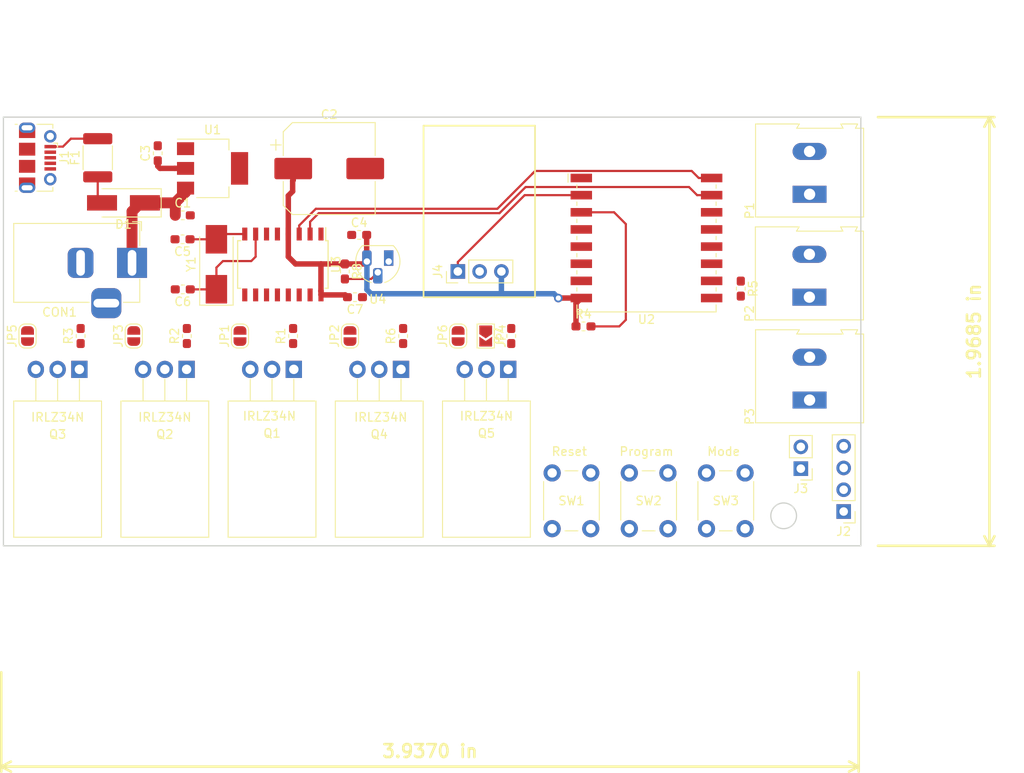
<source format=kicad_pcb>
(kicad_pcb (version 20171130) (host pcbnew 5.0.2-bee76a0~70~ubuntu18.04.1)

  (general
    (thickness 1.6)
    (drawings 11)
    (tracks 89)
    (zones 0)
    (modules 44)
    (nets 42)
  )

  (page A4)
  (layers
    (0 F.Cu signal)
    (31 B.Cu signal)
    (32 B.Adhes user)
    (33 F.Adhes user)
    (34 B.Paste user)
    (35 F.Paste user)
    (36 B.SilkS user)
    (37 F.SilkS user)
    (38 B.Mask user)
    (39 F.Mask user)
    (40 Dwgs.User user hide)
    (41 Cmts.User user hide)
    (42 Eco1.User user)
    (43 Eco2.User user)
    (44 Edge.Cuts user)
    (45 Margin user)
    (46 B.CrtYd user)
    (47 F.CrtYd user)
    (48 B.Fab user)
    (49 F.Fab user hide)
  )

  (setup
    (last_trace_width 0.254)
    (trace_clearance 0.1524)
    (zone_clearance 0.508)
    (zone_45_only no)
    (trace_min 0.1524)
    (segment_width 0.2)
    (edge_width 0.15)
    (via_size 1)
    (via_drill 0.6)
    (via_min_size 0.381)
    (via_min_drill 0.299999)
    (uvia_size 0.3)
    (uvia_drill 0.1)
    (uvias_allowed no)
    (uvia_min_size 0.2)
    (uvia_min_drill 0.1)
    (pcb_text_width 0.3)
    (pcb_text_size 1.5 1.5)
    (mod_edge_width 0.15)
    (mod_text_size 1 1)
    (mod_text_width 0.15)
    (pad_size 1.524 1.524)
    (pad_drill 0.762)
    (pad_to_mask_clearance 0.2)
    (solder_mask_min_width 0.25)
    (aux_axis_origin 0 0)
    (visible_elements FFFFFF7F)
    (pcbplotparams
      (layerselection 0x00030_80000001)
      (usegerberextensions false)
      (usegerberattributes false)
      (usegerberadvancedattributes false)
      (creategerberjobfile false)
      (excludeedgelayer true)
      (linewidth 0.100000)
      (plotframeref false)
      (viasonmask false)
      (mode 1)
      (useauxorigin false)
      (hpglpennumber 1)
      (hpglpenspeed 20)
      (hpglpendiameter 15.000000)
      (psnegative false)
      (psa4output false)
      (plotreference true)
      (plotvalue true)
      (plotinvisibletext false)
      (padsonsilk false)
      (subtractmaskfromsilk false)
      (outputformat 1)
      (mirror false)
      (drillshape 1)
      (scaleselection 1)
      (outputdirectory ""))
  )

  (net 0 "")
  (net 1 +12V)
  (net 2 GND)
  (net 3 +3V3)
  (net 4 "Net-(J1-Pad2)")
  (net 5 VUSB)
  (net 6 "Net-(J1-Pad4)")
  (net 7 "Net-(J1-Pad3)")
  (net 8 "Net-(Q1-Pad1)")
  (net 9 "Net-(Q2-Pad1)")
  (net 10 "Net-(Q3-Pad1)")
  (net 11 "Net-(R4-Pad2)")
  (net 12 "Net-(R5-Pad1)")
  (net 13 "Net-(SW1-Pad2)")
  (net 14 "Net-(SW2-Pad1)")
  (net 15 RXD)
  (net 16 TXD)
  (net 17 "Net-(U3-Pad9)")
  (net 18 "Net-(U3-Pad10)")
  (net 19 "Net-(U3-Pad11)")
  (net 20 "Net-(U3-Pad12)")
  (net 21 "Net-(U3-Pad13)")
  (net 22 "Net-(U3-Pad14)")
  (net 23 "Net-(U3-Pad15)")
  (net 24 "Net-(C5-Pad1)")
  (net 25 "Net-(C6-Pad1)")
  (net 26 "Net-(D1-Pad2)")
  (net 27 "Net-(J2-Pad1)")
  (net 28 "Net-(J2-Pad2)")
  (net 29 "Net-(J2-Pad3)")
  (net 30 "Net-(J3-Pad1)")
  (net 31 "Net-(JP1-Pad2)")
  (net 32 "Net-(JP2-Pad2)")
  (net 33 "Net-(JP3-Pad2)")
  (net 34 "Net-(JP5-Pad2)")
  (net 35 "Net-(JP6-Pad2)")
  (net 36 "Net-(Q4-Pad1)")
  (net 37 "Net-(Q5-Pad1)")
  (net 38 "Net-(R8-Pad2)")
  (net 39 "Net-(SW3-Pad1)")
  (net 40 "Net-(J3-Pad2)")
  (net 41 "Net-(J4-Pad1)")

  (net_class Default "This is the default net class."
    (clearance 0.1524)
    (trace_width 0.254)
    (via_dia 1)
    (via_drill 0.6)
    (uvia_dia 0.3)
    (uvia_drill 0.1)
    (add_net GND)
    (add_net "Net-(C5-Pad1)")
    (add_net "Net-(C6-Pad1)")
    (add_net "Net-(D1-Pad2)")
    (add_net "Net-(J1-Pad2)")
    (add_net "Net-(J1-Pad3)")
    (add_net "Net-(J1-Pad4)")
    (add_net "Net-(J2-Pad1)")
    (add_net "Net-(J2-Pad2)")
    (add_net "Net-(J2-Pad3)")
    (add_net "Net-(J3-Pad1)")
    (add_net "Net-(J3-Pad2)")
    (add_net "Net-(J4-Pad1)")
    (add_net "Net-(JP1-Pad2)")
    (add_net "Net-(JP2-Pad2)")
    (add_net "Net-(JP3-Pad2)")
    (add_net "Net-(JP5-Pad2)")
    (add_net "Net-(JP6-Pad2)")
    (add_net "Net-(Q1-Pad1)")
    (add_net "Net-(Q2-Pad1)")
    (add_net "Net-(Q3-Pad1)")
    (add_net "Net-(Q4-Pad1)")
    (add_net "Net-(Q5-Pad1)")
    (add_net "Net-(R4-Pad2)")
    (add_net "Net-(R5-Pad1)")
    (add_net "Net-(R8-Pad2)")
    (add_net "Net-(SW1-Pad2)")
    (add_net "Net-(SW2-Pad1)")
    (add_net "Net-(SW3-Pad1)")
    (add_net "Net-(U3-Pad10)")
    (add_net "Net-(U3-Pad11)")
    (add_net "Net-(U3-Pad12)")
    (add_net "Net-(U3-Pad13)")
    (add_net "Net-(U3-Pad14)")
    (add_net "Net-(U3-Pad15)")
    (add_net "Net-(U3-Pad9)")
    (add_net RXD)
    (add_net TXD)
    (add_net VUSB)
  )

  (net_class "High Power" ""
    (clearance 0.254)
    (trace_width 1.27)
    (via_dia 1.27)
    (via_drill 0.8)
    (uvia_dia 0.3)
    (uvia_drill 0.1)
    (add_net +12V)
  )

  (net_class "Middle Power" ""
    (clearance 0.2032)
    (trace_width 0.635)
    (via_dia 1)
    (via_drill 0.6)
    (uvia_dia 0.3)
    (uvia_drill 0.1)
    (add_net +3V3)
  )

  (module Capacitor_SMD:CP_Elec_10x10.5 (layer F.Cu) (tedit 5BCA39D1) (tstamp 5C09357D)
    (at 130 71)
    (descr "SMD capacitor, aluminum electrolytic, Vishay 1010, 10.0x10.5mm, http://www.vishay.com/docs/28395/150crz.pdf")
    (tags "capacitor electrolytic")
    (path /5967BCF1)
    (attr smd)
    (fp_text reference C2 (at 0 -6.3) (layer F.SilkS)
      (effects (font (size 1 1) (thickness 0.15)))
    )
    (fp_text value 1000uF (at 0 6.3) (layer F.Fab)
      (effects (font (size 1 1) (thickness 0.15)))
    )
    (fp_circle (center 0 0) (end 5 0) (layer F.Fab) (width 0.1))
    (fp_line (start 5.25 -5.25) (end 5.25 5.25) (layer F.Fab) (width 0.1))
    (fp_line (start -4.25 -5.25) (end 5.25 -5.25) (layer F.Fab) (width 0.1))
    (fp_line (start -4.25 5.25) (end 5.25 5.25) (layer F.Fab) (width 0.1))
    (fp_line (start -5.25 -4.25) (end -5.25 4.25) (layer F.Fab) (width 0.1))
    (fp_line (start -5.25 -4.25) (end -4.25 -5.25) (layer F.Fab) (width 0.1))
    (fp_line (start -5.25 4.25) (end -4.25 5.25) (layer F.Fab) (width 0.1))
    (fp_line (start -4.558325 -1.7) (end -3.558325 -1.7) (layer F.Fab) (width 0.1))
    (fp_line (start -4.058325 -2.2) (end -4.058325 -1.2) (layer F.Fab) (width 0.1))
    (fp_line (start 5.36 5.36) (end 5.36 1.51) (layer F.SilkS) (width 0.12))
    (fp_line (start 5.36 -5.36) (end 5.36 -1.51) (layer F.SilkS) (width 0.12))
    (fp_line (start -4.295563 -5.36) (end 5.36 -5.36) (layer F.SilkS) (width 0.12))
    (fp_line (start -4.295563 5.36) (end 5.36 5.36) (layer F.SilkS) (width 0.12))
    (fp_line (start -5.36 4.295563) (end -5.36 1.51) (layer F.SilkS) (width 0.12))
    (fp_line (start -5.36 -4.295563) (end -5.36 -1.51) (layer F.SilkS) (width 0.12))
    (fp_line (start -5.36 -4.295563) (end -4.295563 -5.36) (layer F.SilkS) (width 0.12))
    (fp_line (start -5.36 4.295563) (end -4.295563 5.36) (layer F.SilkS) (width 0.12))
    (fp_line (start -6.85 -2.76) (end -5.6 -2.76) (layer F.SilkS) (width 0.12))
    (fp_line (start -6.225 -3.385) (end -6.225 -2.135) (layer F.SilkS) (width 0.12))
    (fp_line (start 5.5 -5.5) (end 5.5 -1.5) (layer F.CrtYd) (width 0.05))
    (fp_line (start 5.5 -1.5) (end 6.65 -1.5) (layer F.CrtYd) (width 0.05))
    (fp_line (start 6.65 -1.5) (end 6.65 1.5) (layer F.CrtYd) (width 0.05))
    (fp_line (start 6.65 1.5) (end 5.5 1.5) (layer F.CrtYd) (width 0.05))
    (fp_line (start 5.5 1.5) (end 5.5 5.5) (layer F.CrtYd) (width 0.05))
    (fp_line (start -4.35 5.5) (end 5.5 5.5) (layer F.CrtYd) (width 0.05))
    (fp_line (start -4.35 -5.5) (end 5.5 -5.5) (layer F.CrtYd) (width 0.05))
    (fp_line (start -5.5 4.35) (end -4.35 5.5) (layer F.CrtYd) (width 0.05))
    (fp_line (start -5.5 -4.35) (end -4.35 -5.5) (layer F.CrtYd) (width 0.05))
    (fp_line (start -5.5 -4.35) (end -5.5 -1.5) (layer F.CrtYd) (width 0.05))
    (fp_line (start -5.5 1.5) (end -5.5 4.35) (layer F.CrtYd) (width 0.05))
    (fp_line (start -5.5 -1.5) (end -6.65 -1.5) (layer F.CrtYd) (width 0.05))
    (fp_line (start -6.65 -1.5) (end -6.65 1.5) (layer F.CrtYd) (width 0.05))
    (fp_line (start -6.65 1.5) (end -5.5 1.5) (layer F.CrtYd) (width 0.05))
    (fp_text user %R (at 0 0) (layer F.Fab)
      (effects (font (size 1 1) (thickness 0.15)))
    )
    (pad 1 smd roundrect (at -4.2 0) (size 4.4 2.5) (layers F.Cu F.Paste F.Mask) (roundrect_rratio 0.1)
      (net 3 +3V3))
    (pad 2 smd roundrect (at 4.2 0) (size 4.4 2.5) (layers F.Cu F.Paste F.Mask) (roundrect_rratio 0.1)
      (net 2 GND))
    (model ${KISYS3DMOD}/Capacitor_SMD.3dshapes/CP_Elec_10x10.5.wrl
      (at (xyz 0 0 0))
      (scale (xyz 1 1 1))
      (rotate (xyz 0 0 0))
    )
  )

  (module Capacitor_SMD:C_0603_1608Metric_Pad1.05x0.95mm_HandSolder (layer F.Cu) (tedit 5B301BBE) (tstamp 5C33C804)
    (at 133 86 180)
    (descr "Capacitor SMD 0603 (1608 Metric), square (rectangular) end terminal, IPC_7351 nominal with elongated pad for handsoldering. (Body size source: http://www.tortai-tech.com/upload/download/2011102023233369053.pdf), generated with kicad-footprint-generator")
    (tags "capacitor handsolder")
    (path /5BFBF47A)
    (attr smd)
    (fp_text reference C7 (at 0 -1.43 180) (layer F.SilkS)
      (effects (font (size 1 1) (thickness 0.15)))
    )
    (fp_text value 100n (at 0 1.43 180) (layer F.Fab)
      (effects (font (size 1 1) (thickness 0.15)))
    )
    (fp_line (start -0.8 0.4) (end -0.8 -0.4) (layer F.Fab) (width 0.1))
    (fp_line (start -0.8 -0.4) (end 0.8 -0.4) (layer F.Fab) (width 0.1))
    (fp_line (start 0.8 -0.4) (end 0.8 0.4) (layer F.Fab) (width 0.1))
    (fp_line (start 0.8 0.4) (end -0.8 0.4) (layer F.Fab) (width 0.1))
    (fp_line (start -0.171267 -0.51) (end 0.171267 -0.51) (layer F.SilkS) (width 0.12))
    (fp_line (start -0.171267 0.51) (end 0.171267 0.51) (layer F.SilkS) (width 0.12))
    (fp_line (start -1.65 0.73) (end -1.65 -0.73) (layer F.CrtYd) (width 0.05))
    (fp_line (start -1.65 -0.73) (end 1.65 -0.73) (layer F.CrtYd) (width 0.05))
    (fp_line (start 1.65 -0.73) (end 1.65 0.73) (layer F.CrtYd) (width 0.05))
    (fp_line (start 1.65 0.73) (end -1.65 0.73) (layer F.CrtYd) (width 0.05))
    (fp_text user %R (at 0 0 180) (layer F.Fab)
      (effects (font (size 0.4 0.4) (thickness 0.06)))
    )
    (pad 1 smd roundrect (at -0.875 0 180) (size 1.05 0.95) (layers F.Cu F.Paste F.Mask) (roundrect_rratio 0.25)
      (net 2 GND))
    (pad 2 smd roundrect (at 0.875 0 180) (size 1.05 0.95) (layers F.Cu F.Paste F.Mask) (roundrect_rratio 0.25)
      (net 3 +3V3))
    (model ${KISYS3DMOD}/Capacitor_SMD.3dshapes/C_0603_1608Metric.wrl
      (at (xyz 0 0 0))
      (scale (xyz 1 1 1))
      (rotate (xyz 0 0 0))
    )
  )

  (module Capacitor_SMD:C_0603_1608Metric_Pad1.05x0.95mm_HandSolder (layer F.Cu) (tedit 5B301BBE) (tstamp 5C0935C1)
    (at 112.917 85.09 180)
    (descr "Capacitor SMD 0603 (1608 Metric), square (rectangular) end terminal, IPC_7351 nominal with elongated pad for handsoldering. (Body size source: http://www.tortai-tech.com/upload/download/2011102023233369053.pdf), generated with kicad-footprint-generator")
    (tags "capacitor handsolder")
    (path /5BFBD323)
    (attr smd)
    (fp_text reference C6 (at 0 -1.43 180) (layer F.SilkS)
      (effects (font (size 1 1) (thickness 0.15)))
    )
    (fp_text value 22p (at 0 1.43 180) (layer F.Fab)
      (effects (font (size 1 1) (thickness 0.15)))
    )
    (fp_line (start -0.8 0.4) (end -0.8 -0.4) (layer F.Fab) (width 0.1))
    (fp_line (start -0.8 -0.4) (end 0.8 -0.4) (layer F.Fab) (width 0.1))
    (fp_line (start 0.8 -0.4) (end 0.8 0.4) (layer F.Fab) (width 0.1))
    (fp_line (start 0.8 0.4) (end -0.8 0.4) (layer F.Fab) (width 0.1))
    (fp_line (start -0.171267 -0.51) (end 0.171267 -0.51) (layer F.SilkS) (width 0.12))
    (fp_line (start -0.171267 0.51) (end 0.171267 0.51) (layer F.SilkS) (width 0.12))
    (fp_line (start -1.65 0.73) (end -1.65 -0.73) (layer F.CrtYd) (width 0.05))
    (fp_line (start -1.65 -0.73) (end 1.65 -0.73) (layer F.CrtYd) (width 0.05))
    (fp_line (start 1.65 -0.73) (end 1.65 0.73) (layer F.CrtYd) (width 0.05))
    (fp_line (start 1.65 0.73) (end -1.65 0.73) (layer F.CrtYd) (width 0.05))
    (fp_text user %R (at 0 0 180) (layer F.Fab)
      (effects (font (size 0.4 0.4) (thickness 0.06)))
    )
    (pad 1 smd roundrect (at -0.875 0 180) (size 1.05 0.95) (layers F.Cu F.Paste F.Mask) (roundrect_rratio 0.25)
      (net 25 "Net-(C6-Pad1)"))
    (pad 2 smd roundrect (at 0.875 0 180) (size 1.05 0.95) (layers F.Cu F.Paste F.Mask) (roundrect_rratio 0.25)
      (net 2 GND))
    (model ${KISYS3DMOD}/Capacitor_SMD.3dshapes/C_0603_1608Metric.wrl
      (at (xyz 0 0 0))
      (scale (xyz 1 1 1))
      (rotate (xyz 0 0 0))
    )
  )

  (module Capacitor_SMD:C_0603_1608Metric_Pad1.05x0.95mm_HandSolder (layer F.Cu) (tedit 5B301BBE) (tstamp 5C09359F)
    (at 133.491 78.74)
    (descr "Capacitor SMD 0603 (1608 Metric), square (rectangular) end terminal, IPC_7351 nominal with elongated pad for handsoldering. (Body size source: http://www.tortai-tech.com/upload/download/2011102023233369053.pdf), generated with kicad-footprint-generator")
    (tags "capacitor handsolder")
    (path /5A98853F)
    (attr smd)
    (fp_text reference C4 (at 0 -1.43) (layer F.SilkS)
      (effects (font (size 1 1) (thickness 0.15)))
    )
    (fp_text value 100nF (at 0 1.43) (layer F.Fab)
      (effects (font (size 1 1) (thickness 0.15)))
    )
    (fp_line (start -0.8 0.4) (end -0.8 -0.4) (layer F.Fab) (width 0.1))
    (fp_line (start -0.8 -0.4) (end 0.8 -0.4) (layer F.Fab) (width 0.1))
    (fp_line (start 0.8 -0.4) (end 0.8 0.4) (layer F.Fab) (width 0.1))
    (fp_line (start 0.8 0.4) (end -0.8 0.4) (layer F.Fab) (width 0.1))
    (fp_line (start -0.171267 -0.51) (end 0.171267 -0.51) (layer F.SilkS) (width 0.12))
    (fp_line (start -0.171267 0.51) (end 0.171267 0.51) (layer F.SilkS) (width 0.12))
    (fp_line (start -1.65 0.73) (end -1.65 -0.73) (layer F.CrtYd) (width 0.05))
    (fp_line (start -1.65 -0.73) (end 1.65 -0.73) (layer F.CrtYd) (width 0.05))
    (fp_line (start 1.65 -0.73) (end 1.65 0.73) (layer F.CrtYd) (width 0.05))
    (fp_line (start 1.65 0.73) (end -1.65 0.73) (layer F.CrtYd) (width 0.05))
    (fp_text user %R (at 0 0) (layer F.Fab)
      (effects (font (size 0.4 0.4) (thickness 0.06)))
    )
    (pad 1 smd roundrect (at -0.875 0) (size 1.05 0.95) (layers F.Cu F.Paste F.Mask) (roundrect_rratio 0.25)
      (net 2 GND))
    (pad 2 smd roundrect (at 0.875 0) (size 1.05 0.95) (layers F.Cu F.Paste F.Mask) (roundrect_rratio 0.25)
      (net 3 +3V3))
    (model ${KISYS3DMOD}/Capacitor_SMD.3dshapes/C_0603_1608Metric.wrl
      (at (xyz 0 0 0))
      (scale (xyz 1 1 1))
      (rotate (xyz 0 0 0))
    )
  )

  (module Capacitor_SMD:C_0603_1608Metric_Pad1.05x0.95mm_HandSolder (layer F.Cu) (tedit 5B301BBE) (tstamp 5C30E1F7)
    (at 112.889 79.248 180)
    (descr "Capacitor SMD 0603 (1608 Metric), square (rectangular) end terminal, IPC_7351 nominal with elongated pad for handsoldering. (Body size source: http://www.tortai-tech.com/upload/download/2011102023233369053.pdf), generated with kicad-footprint-generator")
    (tags "capacitor handsolder")
    (path /5BFBCF59)
    (attr smd)
    (fp_text reference C5 (at 0 -1.43 180) (layer F.SilkS)
      (effects (font (size 1 1) (thickness 0.15)))
    )
    (fp_text value 22p (at 0 1.43 180) (layer F.Fab)
      (effects (font (size 1 1) (thickness 0.15)))
    )
    (fp_text user %R (at 0 0 180) (layer F.Fab)
      (effects (font (size 0.4 0.4) (thickness 0.06)))
    )
    (fp_line (start 1.65 0.73) (end -1.65 0.73) (layer F.CrtYd) (width 0.05))
    (fp_line (start 1.65 -0.73) (end 1.65 0.73) (layer F.CrtYd) (width 0.05))
    (fp_line (start -1.65 -0.73) (end 1.65 -0.73) (layer F.CrtYd) (width 0.05))
    (fp_line (start -1.65 0.73) (end -1.65 -0.73) (layer F.CrtYd) (width 0.05))
    (fp_line (start -0.171267 0.51) (end 0.171267 0.51) (layer F.SilkS) (width 0.12))
    (fp_line (start -0.171267 -0.51) (end 0.171267 -0.51) (layer F.SilkS) (width 0.12))
    (fp_line (start 0.8 0.4) (end -0.8 0.4) (layer F.Fab) (width 0.1))
    (fp_line (start 0.8 -0.4) (end 0.8 0.4) (layer F.Fab) (width 0.1))
    (fp_line (start -0.8 -0.4) (end 0.8 -0.4) (layer F.Fab) (width 0.1))
    (fp_line (start -0.8 0.4) (end -0.8 -0.4) (layer F.Fab) (width 0.1))
    (pad 2 smd roundrect (at 0.875 0 180) (size 1.05 0.95) (layers F.Cu F.Paste F.Mask) (roundrect_rratio 0.25)
      (net 2 GND))
    (pad 1 smd roundrect (at -0.875 0 180) (size 1.05 0.95) (layers F.Cu F.Paste F.Mask) (roundrect_rratio 0.25)
      (net 24 "Net-(C5-Pad1)"))
    (model ${KISYS3DMOD}/Capacitor_SMD.3dshapes/C_0603_1608Metric.wrl
      (at (xyz 0 0 0))
      (scale (xyz 1 1 1))
      (rotate (xyz 0 0 0))
    )
  )

  (module Resistor_SMD:R_0603_1608Metric_Pad1.05x0.95mm_HandSolder (layer F.Cu) (tedit 5B301BBD) (tstamp 5C30E88D)
    (at 138.616116 90.530101 90)
    (descr "Resistor SMD 0603 (1608 Metric), square (rectangular) end terminal, IPC_7351 nominal with elongated pad for handsoldering. (Body size source: http://www.tortai-tech.com/upload/download/2011102023233369053.pdf), generated with kicad-footprint-generator")
    (tags "resistor handsolder")
    (path /5BFC8C99)
    (attr smd)
    (fp_text reference R6 (at 0 -1.43 90) (layer F.SilkS)
      (effects (font (size 1 1) (thickness 0.15)))
    )
    (fp_text value 100 (at 0 1.43 90) (layer F.Fab)
      (effects (font (size 1 1) (thickness 0.15)))
    )
    (fp_text user %R (at 0 0 90) (layer F.Fab)
      (effects (font (size 0.4 0.4) (thickness 0.06)))
    )
    (fp_line (start 1.65 0.73) (end -1.65 0.73) (layer F.CrtYd) (width 0.05))
    (fp_line (start 1.65 -0.73) (end 1.65 0.73) (layer F.CrtYd) (width 0.05))
    (fp_line (start -1.65 -0.73) (end 1.65 -0.73) (layer F.CrtYd) (width 0.05))
    (fp_line (start -1.65 0.73) (end -1.65 -0.73) (layer F.CrtYd) (width 0.05))
    (fp_line (start -0.171267 0.51) (end 0.171267 0.51) (layer F.SilkS) (width 0.12))
    (fp_line (start -0.171267 -0.51) (end 0.171267 -0.51) (layer F.SilkS) (width 0.12))
    (fp_line (start 0.8 0.4) (end -0.8 0.4) (layer F.Fab) (width 0.1))
    (fp_line (start 0.8 -0.4) (end 0.8 0.4) (layer F.Fab) (width 0.1))
    (fp_line (start -0.8 -0.4) (end 0.8 -0.4) (layer F.Fab) (width 0.1))
    (fp_line (start -0.8 0.4) (end -0.8 -0.4) (layer F.Fab) (width 0.1))
    (pad 2 smd roundrect (at 0.875 0 90) (size 1.05 0.95) (layers F.Cu F.Paste F.Mask) (roundrect_rratio 0.25)
      (net 32 "Net-(JP2-Pad2)"))
    (pad 1 smd roundrect (at -0.875 0 90) (size 1.05 0.95) (layers F.Cu F.Paste F.Mask) (roundrect_rratio 0.25)
      (net 36 "Net-(Q4-Pad1)"))
    (model ${KISYS3DMOD}/Resistor_SMD.3dshapes/R_0603_1608Metric.wrl
      (at (xyz 0 0 0))
      (scale (xyz 1 1 1))
      (rotate (xyz 0 0 0))
    )
  )

  (module Resistor_SMD:R_0603_1608Metric_Pad1.05x0.95mm_HandSolder (layer F.Cu) (tedit 5B301BBD) (tstamp 5C30E9A9)
    (at 151.226562 90.530101 90)
    (descr "Resistor SMD 0603 (1608 Metric), square (rectangular) end terminal, IPC_7351 nominal with elongated pad for handsoldering. (Body size source: http://www.tortai-tech.com/upload/download/2011102023233369053.pdf), generated with kicad-footprint-generator")
    (tags "resistor handsolder")
    (path /5BFC8EE1)
    (attr smd)
    (fp_text reference R7 (at 0 -1.43 90) (layer F.SilkS)
      (effects (font (size 1 1) (thickness 0.15)))
    )
    (fp_text value 100 (at 0 1.43 90) (layer F.Fab)
      (effects (font (size 1 1) (thickness 0.15)))
    )
    (fp_line (start -0.8 0.4) (end -0.8 -0.4) (layer F.Fab) (width 0.1))
    (fp_line (start -0.8 -0.4) (end 0.8 -0.4) (layer F.Fab) (width 0.1))
    (fp_line (start 0.8 -0.4) (end 0.8 0.4) (layer F.Fab) (width 0.1))
    (fp_line (start 0.8 0.4) (end -0.8 0.4) (layer F.Fab) (width 0.1))
    (fp_line (start -0.171267 -0.51) (end 0.171267 -0.51) (layer F.SilkS) (width 0.12))
    (fp_line (start -0.171267 0.51) (end 0.171267 0.51) (layer F.SilkS) (width 0.12))
    (fp_line (start -1.65 0.73) (end -1.65 -0.73) (layer F.CrtYd) (width 0.05))
    (fp_line (start -1.65 -0.73) (end 1.65 -0.73) (layer F.CrtYd) (width 0.05))
    (fp_line (start 1.65 -0.73) (end 1.65 0.73) (layer F.CrtYd) (width 0.05))
    (fp_line (start 1.65 0.73) (end -1.65 0.73) (layer F.CrtYd) (width 0.05))
    (fp_text user %R (at 0 0 90) (layer F.Fab)
      (effects (font (size 0.4 0.4) (thickness 0.06)))
    )
    (pad 1 smd roundrect (at -0.875 0 90) (size 1.05 0.95) (layers F.Cu F.Paste F.Mask) (roundrect_rratio 0.25)
      (net 37 "Net-(Q5-Pad1)"))
    (pad 2 smd roundrect (at 0.875 0 90) (size 1.05 0.95) (layers F.Cu F.Paste F.Mask) (roundrect_rratio 0.25)
      (net 35 "Net-(JP6-Pad2)"))
    (model ${KISYS3DMOD}/Resistor_SMD.3dshapes/R_0603_1608Metric.wrl
      (at (xyz 0 0 0))
      (scale (xyz 1 1 1))
      (rotate (xyz 0 0 0))
    )
  )

  (module Package_SO:SOIC-16W_5.3x10.2mm_P1.27mm (layer F.Cu) (tedit 5A02F2D3) (tstamp 5C30C92A)
    (at 124.591792 82.186205 270)
    (descr "16-Lead Plastic Small Outline (SO) - Wide, 5.3 mm Body (http://www.ti.com/lit/ml/msop002a/msop002a.pdf)")
    (tags "SOIC 1.27")
    (path /5BF8FEBF)
    (attr smd)
    (fp_text reference U3 (at 0 -6.2 270) (layer F.SilkS)
      (effects (font (size 1 1) (thickness 0.15)))
    )
    (fp_text value INTERFACE-CH340G (at 0 6.2 270) (layer F.Fab)
      (effects (font (size 1 1) (thickness 0.15)))
    )
    (fp_text user %R (at 0 0 270) (layer F.Fab)
      (effects (font (size 1 1) (thickness 0.15)))
    )
    (fp_line (start -1.65 -5.1) (end 2.65 -5.1) (layer F.Fab) (width 0.15))
    (fp_line (start 2.65 -5.1) (end 2.65 5.1) (layer F.Fab) (width 0.15))
    (fp_line (start 2.65 5.1) (end -2.65 5.1) (layer F.Fab) (width 0.15))
    (fp_line (start -2.65 5.1) (end -2.65 -4.1) (layer F.Fab) (width 0.15))
    (fp_line (start -2.65 -4.1) (end -1.65 -5.1) (layer F.Fab) (width 0.15))
    (fp_line (start -4.55 -5.45) (end -4.55 5.45) (layer F.CrtYd) (width 0.05))
    (fp_line (start 4.55 -5.45) (end 4.55 5.45) (layer F.CrtYd) (width 0.05))
    (fp_line (start -4.55 -5.45) (end 4.55 -5.45) (layer F.CrtYd) (width 0.05))
    (fp_line (start -4.55 5.45) (end 4.55 5.45) (layer F.CrtYd) (width 0.05))
    (fp_line (start -2.775 -5.275) (end -2.775 -5) (layer F.SilkS) (width 0.15))
    (fp_line (start 2.775 -5.275) (end 2.775 -4.92) (layer F.SilkS) (width 0.15))
    (fp_line (start 2.775 5.275) (end 2.775 4.92) (layer F.SilkS) (width 0.15))
    (fp_line (start -2.775 5.275) (end -2.775 4.92) (layer F.SilkS) (width 0.15))
    (fp_line (start -2.775 -5.275) (end 2.775 -5.275) (layer F.SilkS) (width 0.15))
    (fp_line (start -2.775 5.275) (end 2.775 5.275) (layer F.SilkS) (width 0.15))
    (fp_line (start -2.775 -5) (end -4.3 -5) (layer F.SilkS) (width 0.15))
    (pad 1 smd rect (at -3.55 -4.445 270) (size 1.5 0.6) (layers F.Cu F.Paste F.Mask)
      (net 2 GND))
    (pad 2 smd rect (at -3.55 -3.175 270) (size 1.5 0.6) (layers F.Cu F.Paste F.Mask)
      (net 15 RXD))
    (pad 3 smd rect (at -3.55 -1.905 270) (size 1.5 0.6) (layers F.Cu F.Paste F.Mask)
      (net 16 TXD))
    (pad 4 smd rect (at -3.55 -0.635 270) (size 1.5 0.6) (layers F.Cu F.Paste F.Mask)
      (net 3 +3V3))
    (pad 5 smd rect (at -3.55 0.635 270) (size 1.5 0.6) (layers F.Cu F.Paste F.Mask)
      (net 7 "Net-(J1-Pad3)"))
    (pad 6 smd rect (at -3.55 1.905 270) (size 1.5 0.6) (layers F.Cu F.Paste F.Mask)
      (net 4 "Net-(J1-Pad2)"))
    (pad 7 smd rect (at -3.55 3.175 270) (size 1.5 0.6) (layers F.Cu F.Paste F.Mask)
      (net 25 "Net-(C6-Pad1)"))
    (pad 8 smd rect (at -3.55 4.445 270) (size 1.5 0.6) (layers F.Cu F.Paste F.Mask)
      (net 24 "Net-(C5-Pad1)"))
    (pad 9 smd rect (at 3.55 4.445 270) (size 1.5 0.6) (layers F.Cu F.Paste F.Mask)
      (net 17 "Net-(U3-Pad9)"))
    (pad 10 smd rect (at 3.55 3.175 270) (size 1.5 0.6) (layers F.Cu F.Paste F.Mask)
      (net 18 "Net-(U3-Pad10)"))
    (pad 11 smd rect (at 3.55 1.905 270) (size 1.5 0.6) (layers F.Cu F.Paste F.Mask)
      (net 19 "Net-(U3-Pad11)"))
    (pad 12 smd rect (at 3.55 0.635 270) (size 1.5 0.6) (layers F.Cu F.Paste F.Mask)
      (net 20 "Net-(U3-Pad12)"))
    (pad 13 smd rect (at 3.55 -0.635 270) (size 1.5 0.6) (layers F.Cu F.Paste F.Mask)
      (net 21 "Net-(U3-Pad13)"))
    (pad 14 smd rect (at 3.55 -1.905 270) (size 1.5 0.6) (layers F.Cu F.Paste F.Mask)
      (net 22 "Net-(U3-Pad14)"))
    (pad 15 smd rect (at 3.55 -3.175 270) (size 1.5 0.6) (layers F.Cu F.Paste F.Mask)
      (net 23 "Net-(U3-Pad15)"))
    (pad 16 smd rect (at 3.55 -4.445 270) (size 1.5 0.6) (layers F.Cu F.Paste F.Mask)
      (net 3 +3V3))
    (model ${KISYS3DMOD}/Package_SO.3dshapes/SOIC-16W_5.3x10.2mm_P1.27mm.wrl
      (at (xyz 0 0 0))
      (scale (xyz 1 1 1))
      (rotate (xyz 0 0 0))
    )
  )

  (module RF_Module:ESP-07 (layer F.Cu) (tedit 5B1D6972) (tstamp 5C33BF15)
    (at 167 77)
    (descr "Wi-Fi Module, http://wiki.ai-thinker.com/_media/esp8266/docs/a007ps01a2_esp-07_product_specification_v1.2.pdf")
    (tags "Wi-Fi Module")
    (path /5967B927)
    (attr smd)
    (fp_text reference U2 (at 0 11.6) (layer F.SilkS)
      (effects (font (size 1 1) (thickness 0.15)))
    )
    (fp_text value ESP-07v2 (at 0 9.6) (layer F.Fab)
      (effects (font (size 1 1) (thickness 0.15)))
    )
    (fp_line (start 8.12 -3.7) (end 8.12 -4.1) (layer F.SilkS) (width 0.12))
    (fp_line (start -8.12 -3.7) (end -8.12 -4.1) (layer F.SilkS) (width 0.12))
    (fp_line (start 8.12 -1.7) (end 8.12 -2.1) (layer F.SilkS) (width 0.12))
    (fp_line (start -8.12 -1.7) (end -8.12 -2.1) (layer F.SilkS) (width 0.12))
    (fp_line (start 8.12 0.3) (end 8.12 -0.1) (layer F.SilkS) (width 0.12))
    (fp_line (start -8.12 0.3) (end -8.12 -0.1) (layer F.SilkS) (width 0.12))
    (fp_line (start 8.12 2.3) (end 8.12 1.9) (layer F.SilkS) (width 0.12))
    (fp_line (start -8.12 2.3) (end -8.12 1.9) (layer F.SilkS) (width 0.12))
    (fp_line (start 8.12 4.3) (end 8.12 3.9) (layer F.SilkS) (width 0.12))
    (fp_line (start -8.12 4.3) (end -8.12 3.9) (layer F.SilkS) (width 0.12))
    (fp_line (start 8.12 6.3) (end 8.12 5.9) (layer F.SilkS) (width 0.12))
    (fp_line (start -8.12 6.3) (end -8.12 5.9) (layer F.SilkS) (width 0.12))
    (fp_line (start 8.12 8.3) (end 8.12 7.9) (layer F.SilkS) (width 0.12))
    (fp_line (start -8.12 8.3) (end -8.12 7.9) (layer F.SilkS) (width 0.12))
    (fp_line (start 23 -8.6) (end 20.4 -6) (layer Dwgs.User) (width 0.12))
    (fp_line (start 23 -11.6) (end 17.4 -6) (layer Dwgs.User) (width 0.12))
    (fp_line (start 23 -14.6) (end 14.4 -6) (layer Dwgs.User) (width 0.12))
    (fp_line (start 23 -17.6) (end 11.4 -6) (layer Dwgs.User) (width 0.12))
    (fp_line (start 23 -20.6) (end 8.4 -6) (layer Dwgs.User) (width 0.12))
    (fp_line (start 5.4 -6) (end 23 -23.6) (layer Dwgs.User) (width 0.12))
    (fp_line (start 19 -25.6) (end -0.6 -6) (layer Dwgs.User) (width 0.12))
    (fp_line (start 16 -25.6) (end -3.6 -6) (layer Dwgs.User) (width 0.12))
    (fp_line (start 2.4 -6) (end 22 -25.6) (layer Dwgs.User) (width 0.12))
    (fp_line (start 7 -25.6) (end -12.6 -6) (layer Dwgs.User) (width 0.12))
    (fp_line (start 10 -25.6) (end -9.6 -6) (layer Dwgs.User) (width 0.12))
    (fp_line (start -6.6 -6) (end 13 -25.6) (layer Dwgs.User) (width 0.12))
    (fp_line (start -15.6 -6) (end 4 -25.6) (layer Dwgs.User) (width 0.12))
    (fp_line (start 1 -25.6) (end -18.6 -6) (layer Dwgs.User) (width 0.12))
    (fp_line (start -2 -25.6) (end -21.6 -6) (layer Dwgs.User) (width 0.12))
    (fp_line (start -5 -25.6) (end -23 -7.6) (layer Dwgs.User) (width 0.12))
    (fp_line (start -8 -25.6) (end -23 -10.6) (layer Dwgs.User) (width 0.12))
    (fp_line (start -11 -25.6) (end -23 -13.6) (layer Dwgs.User) (width 0.12))
    (fp_line (start -14 -25.6) (end -23 -16.6) (layer Dwgs.User) (width 0.12))
    (fp_line (start -17 -25.6) (end -23 -19.6) (layer Dwgs.User) (width 0.12))
    (fp_line (start -20 -25.6) (end -23 -22.6) (layer Dwgs.User) (width 0.12))
    (fp_line (start 23 -6) (end 23 -25.6) (layer Dwgs.User) (width 0.12))
    (fp_line (start 23 -6) (end -23 -6) (layer Dwgs.User) (width 0.12))
    (fp_line (start -23 -25.6) (end -23 -6) (layer Dwgs.User) (width 0.12))
    (fp_line (start -23 -25.6) (end 23 -25.6) (layer Dwgs.User) (width 0.12))
    (fp_line (start -9.15 -5.4) (end -9.15 -4.4) (layer F.SilkS) (width 0.12))
    (fp_line (start -8.12 10.72) (end -8.12 9.9) (layer F.SilkS) (width 0.12))
    (fp_line (start 8.12 10.72) (end -8.12 10.72) (layer F.SilkS) (width 0.12))
    (fp_line (start 8.12 9.9) (end 8.12 10.72) (layer F.SilkS) (width 0.12))
    (fp_line (start -9.1 10.85) (end -9.1 -10.85) (layer F.CrtYd) (width 0.05))
    (fp_line (start 9.1 10.85) (end -9.1 10.85) (layer F.CrtYd) (width 0.05))
    (fp_line (start 9.1 -10.85) (end 9.1 10.85) (layer F.CrtYd) (width 0.05))
    (fp_line (start -9.1 -10.85) (end 9.1 -10.85) (layer F.CrtYd) (width 0.05))
    (fp_line (start -8 -5.4) (end -8 -10.6) (layer F.Fab) (width 0.1))
    (fp_line (start -7.5 -4.9) (end -8 -5.4) (layer F.Fab) (width 0.1))
    (fp_line (start -8 -4.4) (end -7.5 -4.9) (layer F.Fab) (width 0.1))
    (fp_line (start -8 10.6) (end -8 -4.4) (layer F.Fab) (width 0.1))
    (fp_line (start 8 10.6) (end -8 10.6) (layer F.Fab) (width 0.1))
    (fp_line (start 8 -10.6) (end 8 10.6) (layer F.Fab) (width 0.1))
    (fp_line (start -8 -10.6) (end 8 -10.6) (layer F.Fab) (width 0.1))
    (fp_text user %R (at 0 0) (layer F.Fab)
      (effects (font (size 1 1) (thickness 0.15)))
    )
    (fp_text user "KEEP-OUT ZONE" (at 0 -17.3 180) (layer Cmts.User)
      (effects (font (size 1 1) (thickness 0.15)))
    )
    (fp_text user "No metal, traces, or components\non any PCB layer if using on-board antenna" (at 0 -14.3 180) (layer Cmts.User)
      (effects (font (size 0.8 0.8) (thickness 0.12)))
    )
    (pad 16 smd rect (at 7.6 -4.9) (size 2.5 1) (layers F.Cu F.Paste F.Mask)
      (net 16 TXD))
    (pad 15 smd rect (at 7.6 -2.9) (size 2.5 1) (layers F.Cu F.Paste F.Mask)
      (net 15 RXD))
    (pad 14 smd rect (at 7.6 -0.9) (size 2.5 1) (layers F.Cu F.Paste F.Mask)
      (net 35 "Net-(JP6-Pad2)"))
    (pad 13 smd rect (at 7.6 1.1) (size 2.5 1) (layers F.Cu F.Paste F.Mask)
      (net 38 "Net-(R8-Pad2)"))
    (pad 12 smd rect (at 7.6 3.1) (size 2.5 1) (layers F.Cu F.Paste F.Mask)
      (net 14 "Net-(SW2-Pad1)"))
    (pad 11 smd rect (at 7.6 5.1) (size 2.5 1) (layers F.Cu F.Paste F.Mask)
      (net 39 "Net-(SW3-Pad1)"))
    (pad 10 smd rect (at 7.6 7.1) (size 2.5 1) (layers F.Cu F.Paste F.Mask)
      (net 12 "Net-(R5-Pad1)"))
    (pad 9 smd rect (at 7.6 9.1) (size 2.5 1) (layers F.Cu F.Paste F.Mask)
      (net 2 GND))
    (pad 8 smd rect (at -7.6 9.1) (size 2.5 1) (layers F.Cu F.Paste F.Mask)
      (net 3 +3V3))
    (pad 7 smd rect (at -7.6 7.1) (size 2.5 1) (layers F.Cu F.Paste F.Mask)
      (net 32 "Net-(JP2-Pad2)"))
    (pad 6 smd rect (at -7.6 5.1) (size 2.5 1) (layers F.Cu F.Paste F.Mask)
      (net 31 "Net-(JP1-Pad2)"))
    (pad 5 smd rect (at -7.6 3.1) (size 2.5 1) (layers F.Cu F.Paste F.Mask)
      (net 33 "Net-(JP3-Pad2)"))
    (pad 4 smd rect (at -7.6 1.1) (size 2.5 1) (layers F.Cu F.Paste F.Mask)
      (net 34 "Net-(JP5-Pad2)"))
    (pad 3 smd rect (at -7.6 -0.9) (size 2.5 1) (layers F.Cu F.Paste F.Mask)
      (net 11 "Net-(R4-Pad2)"))
    (pad 2 smd rect (at -7.6 -2.9) (size 2.5 1) (layers F.Cu F.Paste F.Mask)
      (net 41 "Net-(J4-Pad1)"))
    (pad 1 smd rect (at -7.6 -4.9) (size 2.5 1) (layers F.Cu F.Paste F.Mask)
      (net 13 "Net-(SW1-Pad2)"))
    (model ${KISYS3DMOD}/RF_Module.3dshapes/ESP-07.wrl
      (at (xyz 0 0 0))
      (scale (xyz 1 1 1))
      (rotate (xyz 0 0 0))
    )
  )

  (module Jumper:SolderJumper-2_P1.3mm_Open_RoundedPad1.0x1.5mm (layer F.Cu) (tedit 5B391E66) (tstamp 5C0936E0)
    (at 145.031785 90.530101 90)
    (descr "SMD Solder Jumper, 1x1.5mm, rounded Pads, 0.3mm gap, open")
    (tags "solder jumper open")
    (path /5BFD707F)
    (attr virtual)
    (fp_text reference JP6 (at 0 -1.8 90) (layer F.SilkS)
      (effects (font (size 1 1) (thickness 0.15)))
    )
    (fp_text value "GPIO LINK" (at 0 1.9 90) (layer F.Fab)
      (effects (font (size 1 1) (thickness 0.15)))
    )
    (fp_arc (start 0.7 -0.3) (end 1.4 -0.3) (angle -90) (layer F.SilkS) (width 0.12))
    (fp_arc (start 0.7 0.3) (end 0.7 1) (angle -90) (layer F.SilkS) (width 0.12))
    (fp_arc (start -0.7 0.3) (end -1.4 0.3) (angle -90) (layer F.SilkS) (width 0.12))
    (fp_arc (start -0.7 -0.3) (end -0.7 -1) (angle -90) (layer F.SilkS) (width 0.12))
    (fp_line (start -1.4 0.3) (end -1.4 -0.3) (layer F.SilkS) (width 0.12))
    (fp_line (start 0.7 1) (end -0.7 1) (layer F.SilkS) (width 0.12))
    (fp_line (start 1.4 -0.3) (end 1.4 0.3) (layer F.SilkS) (width 0.12))
    (fp_line (start -0.7 -1) (end 0.7 -1) (layer F.SilkS) (width 0.12))
    (fp_line (start -1.65 -1.25) (end 1.65 -1.25) (layer F.CrtYd) (width 0.05))
    (fp_line (start -1.65 -1.25) (end -1.65 1.25) (layer F.CrtYd) (width 0.05))
    (fp_line (start 1.65 1.25) (end 1.65 -1.25) (layer F.CrtYd) (width 0.05))
    (fp_line (start 1.65 1.25) (end -1.65 1.25) (layer F.CrtYd) (width 0.05))
    (pad 1 smd custom (at -0.65 0 90) (size 1 0.5) (layers F.Cu F.Mask)
      (net 40 "Net-(J3-Pad2)") (zone_connect 0)
      (options (clearance outline) (anchor rect))
      (primitives
        (gr_circle (center 0 0.25) (end 0.5 0.25) (width 0))
        (gr_circle (center 0 -0.25) (end 0.5 -0.25) (width 0))
        (gr_poly (pts
           (xy 0 -0.75) (xy 0.5 -0.75) (xy 0.5 0.75) (xy 0 0.75)) (width 0))
      ))
    (pad 2 smd custom (at 0.65 0 90) (size 1 0.5) (layers F.Cu F.Mask)
      (net 35 "Net-(JP6-Pad2)") (zone_connect 0)
      (options (clearance outline) (anchor rect))
      (primitives
        (gr_circle (center 0 0.25) (end 0.5 0.25) (width 0))
        (gr_circle (center 0 -0.25) (end 0.5 -0.25) (width 0))
        (gr_poly (pts
           (xy 0 -0.75) (xy -0.5 -0.75) (xy -0.5 0.75) (xy 0 0.75)) (width 0))
      ))
  )

  (module Jumper:SolderJumper-2_P1.3mm_Open_RoundedPad1.0x1.5mm (layer F.Cu) (tedit 5B391E66) (tstamp 5C30FDB7)
    (at 119.590001 90.530101 90)
    (descr "SMD Solder Jumper, 1x1.5mm, rounded Pads, 0.3mm gap, open")
    (tags "solder jumper open")
    (path /5BFD5C80)
    (attr virtual)
    (fp_text reference JP1 (at 0 -1.8 90) (layer F.SilkS)
      (effects (font (size 1 1) (thickness 0.15)))
    )
    (fp_text value "GPIO LINK" (at 0 1.9 90) (layer F.Fab)
      (effects (font (size 1 1) (thickness 0.15)))
    )
    (fp_line (start 1.65 1.25) (end -1.65 1.25) (layer F.CrtYd) (width 0.05))
    (fp_line (start 1.65 1.25) (end 1.65 -1.25) (layer F.CrtYd) (width 0.05))
    (fp_line (start -1.65 -1.25) (end -1.65 1.25) (layer F.CrtYd) (width 0.05))
    (fp_line (start -1.65 -1.25) (end 1.65 -1.25) (layer F.CrtYd) (width 0.05))
    (fp_line (start -0.7 -1) (end 0.7 -1) (layer F.SilkS) (width 0.12))
    (fp_line (start 1.4 -0.3) (end 1.4 0.3) (layer F.SilkS) (width 0.12))
    (fp_line (start 0.7 1) (end -0.7 1) (layer F.SilkS) (width 0.12))
    (fp_line (start -1.4 0.3) (end -1.4 -0.3) (layer F.SilkS) (width 0.12))
    (fp_arc (start -0.7 -0.3) (end -0.7 -1) (angle -90) (layer F.SilkS) (width 0.12))
    (fp_arc (start -0.7 0.3) (end -1.4 0.3) (angle -90) (layer F.SilkS) (width 0.12))
    (fp_arc (start 0.7 0.3) (end 0.7 1) (angle -90) (layer F.SilkS) (width 0.12))
    (fp_arc (start 0.7 -0.3) (end 1.4 -0.3) (angle -90) (layer F.SilkS) (width 0.12))
    (pad 2 smd custom (at 0.65 0 90) (size 1 0.5) (layers F.Cu F.Mask)
      (net 31 "Net-(JP1-Pad2)") (zone_connect 0)
      (options (clearance outline) (anchor rect))
      (primitives
        (gr_circle (center 0 0.25) (end 0.5 0.25) (width 0))
        (gr_circle (center 0 -0.25) (end 0.5 -0.25) (width 0))
        (gr_poly (pts
           (xy 0 -0.75) (xy -0.5 -0.75) (xy -0.5 0.75) (xy 0 0.75)) (width 0))
      ))
    (pad 1 smd custom (at -0.65 0 90) (size 1 0.5) (layers F.Cu F.Mask)
      (net 29 "Net-(J2-Pad3)") (zone_connect 0)
      (options (clearance outline) (anchor rect))
      (primitives
        (gr_circle (center 0 0.25) (end 0.5 0.25) (width 0))
        (gr_circle (center 0 -0.25) (end 0.5 -0.25) (width 0))
        (gr_poly (pts
           (xy 0 -0.75) (xy 0.5 -0.75) (xy 0.5 0.75) (xy 0 0.75)) (width 0))
      ))
  )

  (module Jumper:SolderJumper-2_P1.3mm_Open_TrianglePad1.0x1.5mm (layer F.Cu) (tedit 5A64794F) (tstamp 5C0936BC)
    (at 148.25 90.530101 270)
    (descr "SMD Solder Jumper, 1x1.5mm Triangular Pads, 0.3mm gap, open")
    (tags "solder jumper open")
    (path /5BFD7EB1)
    (attr virtual)
    (fp_text reference JP4 (at 0 -1.8 270) (layer F.SilkS)
      (effects (font (size 1 1) (thickness 0.15)))
    )
    (fp_text value "GND LINK" (at 0 1.9 270) (layer F.Fab)
      (effects (font (size 1 1) (thickness 0.15)))
    )
    (fp_line (start -1.4 1) (end -1.4 -1) (layer F.SilkS) (width 0.12))
    (fp_line (start 1.4 1) (end -1.4 1) (layer F.SilkS) (width 0.12))
    (fp_line (start 1.4 -1) (end 1.4 1) (layer F.SilkS) (width 0.12))
    (fp_line (start -1.4 -1) (end 1.4 -1) (layer F.SilkS) (width 0.12))
    (fp_line (start -1.65 -1.25) (end 1.65 -1.25) (layer F.CrtYd) (width 0.05))
    (fp_line (start -1.65 -1.25) (end -1.65 1.25) (layer F.CrtYd) (width 0.05))
    (fp_line (start 1.65 1.25) (end 1.65 -1.25) (layer F.CrtYd) (width 0.05))
    (fp_line (start 1.65 1.25) (end -1.65 1.25) (layer F.CrtYd) (width 0.05))
    (pad 2 smd custom (at 0.725 0 270) (size 0.3 0.3) (layers F.Cu F.Mask)
      (net 40 "Net-(J3-Pad2)") (zone_connect 0)
      (options (clearance outline) (anchor rect))
      (primitives
        (gr_poly (pts
           (xy -0.65 -0.75) (xy 0.5 -0.75) (xy 0.5 0.75) (xy -0.65 0.75) (xy -0.15 0)
) (width 0))
      ))
    (pad 1 smd custom (at -0.725 0 270) (size 0.3 0.3) (layers F.Cu F.Mask)
      (net 2 GND) (zone_connect 0)
      (options (clearance outline) (anchor rect))
      (primitives
        (gr_poly (pts
           (xy -0.5 -0.75) (xy 0.5 -0.75) (xy 1 0) (xy 0.5 0.75) (xy -0.5 0.75)
) (width 0))
      ))
  )

  (module Button_Switch_THT:SW_PUSH_6mm (layer F.Cu) (tedit 5C33B687) (tstamp 5C33D087)
    (at 156 113 90)
    (descr https://www.omron.com/ecb/products/pdf/en-b3f.pdf)
    (tags "tact sw push 6mm")
    (path /5967D035)
    (fp_text reference SW1 (at 3.25 -2 90) (layer F.Fab)
      (effects (font (size 1 1) (thickness 0.15)))
    )
    (fp_text value Reset (at 9 2 180) (layer F.SilkS)
      (effects (font (size 1 1) (thickness 0.15)))
    )
    (fp_circle (center 3.25 2.25) (end 1.25 2.5) (layer F.Fab) (width 0.1))
    (fp_line (start 6.75 3) (end 6.75 1.5) (layer F.SilkS) (width 0.12))
    (fp_line (start 5.5 -1) (end 1 -1) (layer F.SilkS) (width 0.12))
    (fp_line (start -0.25 1.5) (end -0.25 3) (layer F.SilkS) (width 0.12))
    (fp_line (start 1 5.5) (end 5.5 5.5) (layer F.SilkS) (width 0.12))
    (fp_line (start 8 -1.25) (end 8 5.75) (layer F.CrtYd) (width 0.05))
    (fp_line (start 7.75 6) (end -1.25 6) (layer F.CrtYd) (width 0.05))
    (fp_line (start -1.5 5.75) (end -1.5 -1.25) (layer F.CrtYd) (width 0.05))
    (fp_line (start -1.25 -1.5) (end 7.75 -1.5) (layer F.CrtYd) (width 0.05))
    (fp_line (start -1.5 6) (end -1.25 6) (layer F.CrtYd) (width 0.05))
    (fp_line (start -1.5 5.75) (end -1.5 6) (layer F.CrtYd) (width 0.05))
    (fp_line (start -1.5 -1.5) (end -1.25 -1.5) (layer F.CrtYd) (width 0.05))
    (fp_line (start -1.5 -1.25) (end -1.5 -1.5) (layer F.CrtYd) (width 0.05))
    (fp_line (start 8 -1.5) (end 8 -1.25) (layer F.CrtYd) (width 0.05))
    (fp_line (start 7.75 -1.5) (end 8 -1.5) (layer F.CrtYd) (width 0.05))
    (fp_line (start 8 6) (end 8 5.75) (layer F.CrtYd) (width 0.05))
    (fp_line (start 7.75 6) (end 8 6) (layer F.CrtYd) (width 0.05))
    (fp_line (start 0.25 -0.75) (end 3.25 -0.75) (layer F.Fab) (width 0.1))
    (fp_line (start 0.25 5.25) (end 0.25 -0.75) (layer F.Fab) (width 0.1))
    (fp_line (start 6.25 5.25) (end 0.25 5.25) (layer F.Fab) (width 0.1))
    (fp_line (start 6.25 -0.75) (end 6.25 5.25) (layer F.Fab) (width 0.1))
    (fp_line (start 3.25 -0.75) (end 6.25 -0.75) (layer F.Fab) (width 0.1))
    (fp_text user %R (at 3.25 2.25 180) (layer F.SilkS)
      (effects (font (size 1 1) (thickness 0.15)))
    )
    (pad 1 thru_hole circle (at 6.5 0 180) (size 2 2) (drill 1.1) (layers *.Cu *.Mask)
      (net 2 GND))
    (pad 2 thru_hole circle (at 6.5 4.5 180) (size 2 2) (drill 1.1) (layers *.Cu *.Mask)
      (net 13 "Net-(SW1-Pad2)"))
    (pad 1 thru_hole circle (at 0 0 180) (size 2 2) (drill 1.1) (layers *.Cu *.Mask)
      (net 2 GND))
    (pad 2 thru_hole circle (at 0 4.5 180) (size 2 2) (drill 1.1) (layers *.Cu *.Mask)
      (net 13 "Net-(SW1-Pad2)"))
    (model ${KISYS3DMOD}/Button_Switch_THT.3dshapes/SW_PUSH_6mm.wrl
      (at (xyz 0 0 0))
      (scale (xyz 1 1 1))
      (rotate (xyz 0 0 0))
    )
  )

  (module TerminalBlock:TerminalBlock_Altech_AK300-2_P5.00mm (layer F.Cu) (tedit 59FF0306) (tstamp 5C093747)
    (at 186.023 74 90)
    (descr "Altech AK300 terminal block, pitch 5.0mm, 45 degree angled, see http://www.mouser.com/ds/2/16/PCBMETRC-24178.pdf")
    (tags "Altech AK300 terminal block pitch 5.0mm")
    (path /5A987158)
    (fp_text reference P1 (at -1.92 -6.99 90) (layer F.SilkS)
      (effects (font (size 1 1) (thickness 0.15)))
    )
    (fp_text value LED_CON_SCREW (at 2.78 7.75 90) (layer F.Fab)
      (effects (font (size 1 1) (thickness 0.15)))
    )
    (fp_arc (start -1.13 -4.65) (end -1.42 -4.13) (angle 104.2) (layer F.Fab) (width 0.1))
    (fp_arc (start -0.01 -3.71) (end -1.62 -5) (angle 100) (layer F.Fab) (width 0.1))
    (fp_arc (start 0.06 -6.07) (end 1.53 -4.12) (angle 75.5) (layer F.Fab) (width 0.1))
    (fp_arc (start 1.03 -4.59) (end 1.53 -5.05) (angle 90.5) (layer F.Fab) (width 0.1))
    (fp_arc (start 3.87 -4.65) (end 3.58 -4.13) (angle 104.2) (layer F.Fab) (width 0.1))
    (fp_arc (start 4.99 -3.71) (end 3.39 -5) (angle 100) (layer F.Fab) (width 0.1))
    (fp_arc (start 5.07 -6.07) (end 6.53 -4.12) (angle 75.5) (layer F.Fab) (width 0.1))
    (fp_arc (start 6.03 -4.59) (end 6.54 -5.05) (angle 90.5) (layer F.Fab) (width 0.1))
    (fp_line (start 8.36 6.47) (end -2.83 6.47) (layer F.CrtYd) (width 0.05))
    (fp_line (start 8.36 6.47) (end 8.36 -6.47) (layer F.CrtYd) (width 0.05))
    (fp_line (start -2.83 -6.47) (end -2.83 6.47) (layer F.CrtYd) (width 0.05))
    (fp_line (start -2.83 -6.47) (end 8.36 -6.47) (layer F.CrtYd) (width 0.05))
    (fp_line (start 3.36 -0.25) (end 6.67 -0.25) (layer F.Fab) (width 0.1))
    (fp_line (start 2.98 -0.25) (end 3.36 -0.25) (layer F.Fab) (width 0.1))
    (fp_line (start 7.05 -0.25) (end 6.67 -0.25) (layer F.Fab) (width 0.1))
    (fp_line (start 6.67 -0.64) (end 3.36 -0.64) (layer F.Fab) (width 0.1))
    (fp_line (start 7.61 -0.64) (end 6.67 -0.64) (layer F.Fab) (width 0.1))
    (fp_line (start 1.66 -0.64) (end 3.36 -0.64) (layer F.Fab) (width 0.1))
    (fp_line (start -1.64 -0.64) (end 1.66 -0.64) (layer F.Fab) (width 0.1))
    (fp_line (start -2.58 -0.64) (end -1.64 -0.64) (layer F.Fab) (width 0.1))
    (fp_line (start 1.66 -0.25) (end -1.64 -0.25) (layer F.Fab) (width 0.1))
    (fp_line (start 2.04 -0.25) (end 1.66 -0.25) (layer F.Fab) (width 0.1))
    (fp_line (start -2.02 -0.25) (end -1.64 -0.25) (layer F.Fab) (width 0.1))
    (fp_line (start -1.49 -4.32) (end 1.56 -4.95) (layer F.Fab) (width 0.1))
    (fp_line (start -1.62 -4.45) (end 1.44 -5.08) (layer F.Fab) (width 0.1))
    (fp_line (start 3.52 -4.32) (end 6.56 -4.95) (layer F.Fab) (width 0.1))
    (fp_line (start 3.39 -4.45) (end 6.44 -5.08) (layer F.Fab) (width 0.1))
    (fp_line (start 2.04 -5.97) (end -2.02 -5.97) (layer F.Fab) (width 0.1))
    (fp_line (start -2.02 -3.43) (end -2.02 -5.97) (layer F.Fab) (width 0.1))
    (fp_line (start 2.04 -3.43) (end -2.02 -3.43) (layer F.Fab) (width 0.1))
    (fp_line (start 2.04 -3.43) (end 2.04 -5.97) (layer F.Fab) (width 0.1))
    (fp_line (start 7.05 -3.43) (end 2.98 -3.43) (layer F.Fab) (width 0.1))
    (fp_line (start 7.05 -5.97) (end 7.05 -3.43) (layer F.Fab) (width 0.1))
    (fp_line (start 2.98 -5.97) (end 7.05 -5.97) (layer F.Fab) (width 0.1))
    (fp_line (start 2.98 -3.43) (end 2.98 -5.97) (layer F.Fab) (width 0.1))
    (fp_line (start 7.61 -3.17) (end 7.61 -1.65) (layer F.Fab) (width 0.1))
    (fp_line (start -2.58 -3.17) (end -2.58 -6.22) (layer F.Fab) (width 0.1))
    (fp_line (start -2.58 -3.17) (end 7.61 -3.17) (layer F.Fab) (width 0.1))
    (fp_line (start 7.61 -0.64) (end 7.61 4.06) (layer F.Fab) (width 0.1))
    (fp_line (start 7.61 -1.65) (end 7.61 -0.64) (layer F.Fab) (width 0.1))
    (fp_line (start -2.58 -0.64) (end -2.58 -3.17) (layer F.Fab) (width 0.1))
    (fp_line (start -2.58 6.22) (end -2.58 -0.64) (layer F.Fab) (width 0.1))
    (fp_line (start 6.67 0.51) (end 6.28 0.51) (layer F.Fab) (width 0.1))
    (fp_line (start 3.36 0.51) (end 3.74 0.51) (layer F.Fab) (width 0.1))
    (fp_line (start 1.66 0.51) (end 1.28 0.51) (layer F.Fab) (width 0.1))
    (fp_line (start -1.64 0.51) (end -1.26 0.51) (layer F.Fab) (width 0.1))
    (fp_line (start -1.64 3.68) (end -1.64 0.51) (layer F.Fab) (width 0.1))
    (fp_line (start 1.66 3.68) (end -1.64 3.68) (layer F.Fab) (width 0.1))
    (fp_line (start 1.66 3.68) (end 1.66 0.51) (layer F.Fab) (width 0.1))
    (fp_line (start 3.36 3.68) (end 3.36 0.51) (layer F.Fab) (width 0.1))
    (fp_line (start 6.67 3.68) (end 3.36 3.68) (layer F.Fab) (width 0.1))
    (fp_line (start 6.67 3.68) (end 6.67 0.51) (layer F.Fab) (width 0.1))
    (fp_line (start -2.02 4.32) (end -2.02 6.22) (layer F.Fab) (width 0.1))
    (fp_line (start 2.04 4.32) (end 2.04 -0.25) (layer F.Fab) (width 0.1))
    (fp_line (start 2.04 4.32) (end -2.02 4.32) (layer F.Fab) (width 0.1))
    (fp_line (start 7.05 4.32) (end 7.05 6.22) (layer F.Fab) (width 0.1))
    (fp_line (start 2.98 4.32) (end 2.98 -0.25) (layer F.Fab) (width 0.1))
    (fp_line (start 2.98 4.32) (end 7.05 4.32) (layer F.Fab) (width 0.1))
    (fp_line (start -2.02 6.22) (end 2.04 6.22) (layer F.Fab) (width 0.1))
    (fp_line (start -2.58 6.22) (end -2.02 6.22) (layer F.Fab) (width 0.1))
    (fp_line (start -2.02 -0.25) (end -2.02 4.32) (layer F.Fab) (width 0.1))
    (fp_line (start 2.04 6.22) (end 2.98 6.22) (layer F.Fab) (width 0.1))
    (fp_line (start 2.04 6.22) (end 2.04 4.32) (layer F.Fab) (width 0.1))
    (fp_line (start 7.05 6.22) (end 7.61 6.22) (layer F.Fab) (width 0.1))
    (fp_line (start 2.98 6.22) (end 7.05 6.22) (layer F.Fab) (width 0.1))
    (fp_line (start 7.05 -0.25) (end 7.05 4.32) (layer F.Fab) (width 0.1))
    (fp_line (start 2.98 6.22) (end 2.98 4.32) (layer F.Fab) (width 0.1))
    (fp_line (start 8.11 3.81) (end 8.11 5.46) (layer F.Fab) (width 0.1))
    (fp_line (start 7.61 4.06) (end 7.61 5.21) (layer F.Fab) (width 0.1))
    (fp_line (start 8.11 3.81) (end 7.61 4.06) (layer F.Fab) (width 0.1))
    (fp_line (start 7.61 5.21) (end 7.61 6.22) (layer F.Fab) (width 0.1))
    (fp_line (start 8.11 5.46) (end 7.61 5.21) (layer F.Fab) (width 0.1))
    (fp_line (start 8.11 -1.4) (end 7.61 -1.65) (layer F.Fab) (width 0.1))
    (fp_line (start 8.11 -6.22) (end 8.11 -1.4) (layer F.Fab) (width 0.1))
    (fp_line (start 7.61 -6.22) (end 8.11 -6.22) (layer F.Fab) (width 0.1))
    (fp_line (start 7.61 -6.22) (end -2.58 -6.22) (layer F.Fab) (width 0.1))
    (fp_line (start 7.61 -6.22) (end 7.61 -3.17) (layer F.Fab) (width 0.1))
    (fp_line (start 3.74 2.54) (end 3.74 -0.25) (layer F.Fab) (width 0.1))
    (fp_line (start 3.74 -0.25) (end 6.28 -0.25) (layer F.Fab) (width 0.1))
    (fp_line (start 6.28 2.54) (end 6.28 -0.25) (layer F.Fab) (width 0.1))
    (fp_line (start 3.74 2.54) (end 6.28 2.54) (layer F.Fab) (width 0.1))
    (fp_line (start -1.26 2.54) (end -1.26 -0.25) (layer F.Fab) (width 0.1))
    (fp_line (start -1.26 -0.25) (end 1.28 -0.25) (layer F.Fab) (width 0.1))
    (fp_line (start 1.28 2.54) (end 1.28 -0.25) (layer F.Fab) (width 0.1))
    (fp_line (start -1.26 2.54) (end 1.28 2.54) (layer F.Fab) (width 0.1))
    (fp_line (start 8.2 -6.3) (end -2.65 -6.3) (layer F.SilkS) (width 0.12))
    (fp_line (start 8.2 -1.2) (end 8.2 -6.3) (layer F.SilkS) (width 0.12))
    (fp_line (start 7.7 -1.5) (end 8.2 -1.2) (layer F.SilkS) (width 0.12))
    (fp_line (start 7.7 3.9) (end 7.7 -1.5) (layer F.SilkS) (width 0.12))
    (fp_line (start 8.2 3.65) (end 7.7 3.9) (layer F.SilkS) (width 0.12))
    (fp_line (start 8.2 3.7) (end 8.2 3.65) (layer F.SilkS) (width 0.12))
    (fp_line (start 8.2 5.6) (end 8.2 3.7) (layer F.SilkS) (width 0.12))
    (fp_line (start 7.7 5.35) (end 8.2 5.6) (layer F.SilkS) (width 0.12))
    (fp_line (start 7.7 6.3) (end 7.7 5.35) (layer F.SilkS) (width 0.12))
    (fp_line (start -2.65 6.3) (end 7.7 6.3) (layer F.SilkS) (width 0.12))
    (fp_line (start -2.65 -6.3) (end -2.65 6.3) (layer F.SilkS) (width 0.12))
    (fp_text user %R (at 2.5 -2 90) (layer F.Fab)
      (effects (font (size 1 1) (thickness 0.15)))
    )
    (pad 2 thru_hole oval (at 5 0 90) (size 1.98 3.96) (drill 1.32) (layers *.Cu *.Mask)
      (net 1 +12V))
    (pad 1 thru_hole rect (at 0 0 90) (size 1.98 3.96) (drill 1.32) (layers *.Cu *.Mask)
      (net 29 "Net-(J2-Pad3)"))
    (model ${KISYS3DMOD}/TerminalBlock.3dshapes/TerminalBlock_Altech_AK300-2_P5.00mm.wrl
      (at (xyz 0 0 0))
      (scale (xyz 1 1 1))
      (rotate (xyz 0 0 0))
    )
  )

  (module Package_TO_SOT_THT:TO-220-3_Horizontal_TabDown (layer F.Cu) (tedit 5C33B725) (tstamp 5C0938B5)
    (at 150.873785 94.420101 180)
    (descr "TO-220-3, Horizontal, RM 2.54mm, see https://www.vishay.com/docs/66542/to-220-1.pdf")
    (tags "TO-220-3 Horizontal RM 2.54mm")
    (path /5BFC8ED3)
    (fp_text reference Q5 (at 2.54 -7.452899 180) (layer F.SilkS)
      (effects (font (size 1 1) (thickness 0.15)))
    )
    (fp_text value IRLZ34N (at 2.54 -5.452899 180) (layer F.SilkS)
      (effects (font (size 1 1) (thickness 0.15)))
    )
    (fp_text user %R (at 2.54 -20.58 180) (layer F.Fab)
      (effects (font (size 1 1) (thickness 0.15)))
    )
    (fp_line (start 7.79 -19.71) (end -2.71 -19.71) (layer F.CrtYd) (width 0.05))
    (fp_line (start 7.79 1.25) (end 7.79 -19.71) (layer F.CrtYd) (width 0.05))
    (fp_line (start -2.71 1.25) (end 7.79 1.25) (layer F.CrtYd) (width 0.05))
    (fp_line (start -2.71 -19.71) (end -2.71 1.25) (layer F.CrtYd) (width 0.05))
    (fp_line (start 5.08 -3.69) (end 5.08 -1.15) (layer F.SilkS) (width 0.12))
    (fp_line (start 2.54 -3.69) (end 2.54 -1.15) (layer F.SilkS) (width 0.12))
    (fp_line (start 0 -3.69) (end 0 -1.15) (layer F.SilkS) (width 0.12))
    (fp_line (start 7.66 -19.58) (end 7.66 -3.69) (layer F.SilkS) (width 0.12))
    (fp_line (start -2.58 -19.58) (end -2.58 -3.69) (layer F.SilkS) (width 0.12))
    (fp_line (start -2.58 -19.58) (end 7.66 -19.58) (layer F.SilkS) (width 0.12))
    (fp_line (start -2.58 -3.69) (end 7.66 -3.69) (layer F.SilkS) (width 0.12))
    (fp_line (start 5.08 -3.81) (end 5.08 0) (layer F.Fab) (width 0.1))
    (fp_line (start 2.54 -3.81) (end 2.54 0) (layer F.Fab) (width 0.1))
    (fp_line (start 0 -3.81) (end 0 0) (layer F.Fab) (width 0.1))
    (fp_line (start 7.54 -3.81) (end -2.46 -3.81) (layer F.Fab) (width 0.1))
    (fp_line (start 7.54 -13.06) (end 7.54 -3.81) (layer F.Fab) (width 0.1))
    (fp_line (start -2.46 -13.06) (end 7.54 -13.06) (layer F.Fab) (width 0.1))
    (fp_line (start -2.46 -3.81) (end -2.46 -13.06) (layer F.Fab) (width 0.1))
    (fp_line (start 7.54 -13.06) (end -2.46 -13.06) (layer F.Fab) (width 0.1))
    (fp_line (start 7.54 -19.46) (end 7.54 -13.06) (layer F.Fab) (width 0.1))
    (fp_line (start -2.46 -19.46) (end 7.54 -19.46) (layer F.Fab) (width 0.1))
    (fp_line (start -2.46 -13.06) (end -2.46 -19.46) (layer F.Fab) (width 0.1))
    (fp_circle (center 2.54 -16.66) (end 4.39 -16.66) (layer F.Fab) (width 0.1))
    (pad 3 thru_hole oval (at 5.08 0 180) (size 1.905 2) (drill 1.1) (layers *.Cu *.Mask)
      (net 2 GND))
    (pad 2 thru_hole oval (at 2.54 0 180) (size 1.905 2) (drill 1.1) (layers *.Cu *.Mask)
      (net 40 "Net-(J3-Pad2)"))
    (pad 1 thru_hole rect (at 0 0 180) (size 1.905 2) (drill 1.1) (layers *.Cu *.Mask)
      (net 37 "Net-(Q5-Pad1)"))
    (pad "" np_thru_hole oval (at 2.54 -16.66 180) (size 3.5 3.5) (drill 3.5) (layers *.Cu *.Mask))
    (model ${KISYS3DMOD}/Package_TO_SOT_THT.3dshapes/TO-220-3_Horizontal_TabDown.wrl
      (at (xyz 0 0 0))
      (scale (xyz 1 1 1))
      (rotate (xyz 0 0 0))
    )
  )

  (module Jumper:SolderJumper-2_P1.3mm_Open_RoundedPad1.0x1.5mm (layer F.Cu) (tedit 5B391E66) (tstamp 5C0936CE)
    (at 94.810893 90.530101 90)
    (descr "SMD Solder Jumper, 1x1.5mm, rounded Pads, 0.3mm gap, open")
    (tags "solder jumper open")
    (path /5BFD5B1D)
    (attr virtual)
    (fp_text reference JP5 (at 0 -1.8 90) (layer F.SilkS)
      (effects (font (size 1 1) (thickness 0.15)))
    )
    (fp_text value "GPIO LINK" (at 0 1.9 90) (layer F.Fab)
      (effects (font (size 1 1) (thickness 0.15)))
    )
    (fp_line (start 1.65 1.25) (end -1.65 1.25) (layer F.CrtYd) (width 0.05))
    (fp_line (start 1.65 1.25) (end 1.65 -1.25) (layer F.CrtYd) (width 0.05))
    (fp_line (start -1.65 -1.25) (end -1.65 1.25) (layer F.CrtYd) (width 0.05))
    (fp_line (start -1.65 -1.25) (end 1.65 -1.25) (layer F.CrtYd) (width 0.05))
    (fp_line (start -0.7 -1) (end 0.7 -1) (layer F.SilkS) (width 0.12))
    (fp_line (start 1.4 -0.3) (end 1.4 0.3) (layer F.SilkS) (width 0.12))
    (fp_line (start 0.7 1) (end -0.7 1) (layer F.SilkS) (width 0.12))
    (fp_line (start -1.4 0.3) (end -1.4 -0.3) (layer F.SilkS) (width 0.12))
    (fp_arc (start -0.7 -0.3) (end -0.7 -1) (angle -90) (layer F.SilkS) (width 0.12))
    (fp_arc (start -0.7 0.3) (end -1.4 0.3) (angle -90) (layer F.SilkS) (width 0.12))
    (fp_arc (start 0.7 0.3) (end 0.7 1) (angle -90) (layer F.SilkS) (width 0.12))
    (fp_arc (start 0.7 -0.3) (end 1.4 -0.3) (angle -90) (layer F.SilkS) (width 0.12))
    (pad 2 smd custom (at 0.65 0 90) (size 1 0.5) (layers F.Cu F.Mask)
      (net 34 "Net-(JP5-Pad2)") (zone_connect 0)
      (options (clearance outline) (anchor rect))
      (primitives
        (gr_circle (center 0 0.25) (end 0.5 0.25) (width 0))
        (gr_circle (center 0 -0.25) (end 0.5 -0.25) (width 0))
        (gr_poly (pts
           (xy 0 -0.75) (xy -0.5 -0.75) (xy -0.5 0.75) (xy 0 0.75)) (width 0))
      ))
    (pad 1 smd custom (at -0.65 0 90) (size 1 0.5) (layers F.Cu F.Mask)
      (net 30 "Net-(J3-Pad1)") (zone_connect 0)
      (options (clearance outline) (anchor rect))
      (primitives
        (gr_circle (center 0 0.25) (end 0.5 0.25) (width 0))
        (gr_circle (center 0 -0.25) (end 0.5 -0.25) (width 0))
        (gr_poly (pts
           (xy 0 -0.75) (xy 0.5 -0.75) (xy 0.5 0.75) (xy 0 0.75)) (width 0))
      ))
  )

  (module Button_Switch_THT:SW_PUSH_6mm (layer F.Cu) (tedit 5C33B68B) (tstamp 5C33D3DE)
    (at 165 113 90)
    (descr https://www.omron.com/ecb/products/pdf/en-b3f.pdf)
    (tags "tact sw push 6mm")
    (path /5BFE1746)
    (fp_text reference SW2 (at 3.25 -2 90) (layer F.Fab)
      (effects (font (size 1 1) (thickness 0.15)))
    )
    (fp_text value Program (at 9 2 180) (layer F.SilkS)
      (effects (font (size 1 1) (thickness 0.15)))
    )
    (fp_text user %R (at 3.25 2.25) (layer F.SilkS)
      (effects (font (size 1 1) (thickness 0.15)))
    )
    (fp_line (start 3.25 -0.75) (end 6.25 -0.75) (layer F.Fab) (width 0.1))
    (fp_line (start 6.25 -0.75) (end 6.25 5.25) (layer F.Fab) (width 0.1))
    (fp_line (start 6.25 5.25) (end 0.25 5.25) (layer F.Fab) (width 0.1))
    (fp_line (start 0.25 5.25) (end 0.25 -0.75) (layer F.Fab) (width 0.1))
    (fp_line (start 0.25 -0.75) (end 3.25 -0.75) (layer F.Fab) (width 0.1))
    (fp_line (start 7.75 6) (end 8 6) (layer F.CrtYd) (width 0.05))
    (fp_line (start 8 6) (end 8 5.75) (layer F.CrtYd) (width 0.05))
    (fp_line (start 7.75 -1.5) (end 8 -1.5) (layer F.CrtYd) (width 0.05))
    (fp_line (start 8 -1.5) (end 8 -1.25) (layer F.CrtYd) (width 0.05))
    (fp_line (start -1.5 -1.25) (end -1.5 -1.5) (layer F.CrtYd) (width 0.05))
    (fp_line (start -1.5 -1.5) (end -1.25 -1.5) (layer F.CrtYd) (width 0.05))
    (fp_line (start -1.5 5.75) (end -1.5 6) (layer F.CrtYd) (width 0.05))
    (fp_line (start -1.5 6) (end -1.25 6) (layer F.CrtYd) (width 0.05))
    (fp_line (start -1.25 -1.5) (end 7.75 -1.5) (layer F.CrtYd) (width 0.05))
    (fp_line (start -1.5 5.75) (end -1.5 -1.25) (layer F.CrtYd) (width 0.05))
    (fp_line (start 7.75 6) (end -1.25 6) (layer F.CrtYd) (width 0.05))
    (fp_line (start 8 -1.25) (end 8 5.75) (layer F.CrtYd) (width 0.05))
    (fp_line (start 1 5.5) (end 5.5 5.5) (layer F.SilkS) (width 0.12))
    (fp_line (start -0.25 1.5) (end -0.25 3) (layer F.SilkS) (width 0.12))
    (fp_line (start 5.5 -1) (end 1 -1) (layer F.SilkS) (width 0.12))
    (fp_line (start 6.75 3) (end 6.75 1.5) (layer F.SilkS) (width 0.12))
    (fp_circle (center 3.25 2.25) (end 1.25 2.5) (layer F.Fab) (width 0.1))
    (pad 2 thru_hole circle (at 0 4.5 180) (size 2 2) (drill 1.1) (layers *.Cu *.Mask)
      (net 2 GND))
    (pad 1 thru_hole circle (at 0 0 180) (size 2 2) (drill 1.1) (layers *.Cu *.Mask)
      (net 14 "Net-(SW2-Pad1)"))
    (pad 2 thru_hole circle (at 6.5 4.5 180) (size 2 2) (drill 1.1) (layers *.Cu *.Mask)
      (net 2 GND))
    (pad 1 thru_hole circle (at 6.5 0 180) (size 2 2) (drill 1.1) (layers *.Cu *.Mask)
      (net 14 "Net-(SW2-Pad1)"))
    (model ${KISYS3DMOD}/Button_Switch_THT.3dshapes/SW_PUSH_6mm.wrl
      (at (xyz 0 0 0))
      (scale (xyz 1 1 1))
      (rotate (xyz 0 0 0))
    )
  )

  (module Resistor_SMD:R_0603_1608Metric_Pad1.05x0.95mm_HandSolder (layer F.Cu) (tedit 5B301BBD) (tstamp 5C33BBCA)
    (at 159.653 89.408)
    (descr "Resistor SMD 0603 (1608 Metric), square (rectangular) end terminal, IPC_7351 nominal with elongated pad for handsoldering. (Body size source: http://www.tortai-tech.com/upload/download/2011102023233369053.pdf), generated with kicad-footprint-generator")
    (tags "resistor handsolder")
    (path /5967E72B)
    (attr smd)
    (fp_text reference R4 (at 0 -1.43) (layer F.SilkS)
      (effects (font (size 1 1) (thickness 0.15)))
    )
    (fp_text value 10k (at 0 1.43) (layer F.Fab)
      (effects (font (size 1 1) (thickness 0.15)))
    )
    (fp_text user %R (at 0 0) (layer F.Fab)
      (effects (font (size 0.4 0.4) (thickness 0.06)))
    )
    (fp_line (start 1.65 0.73) (end -1.65 0.73) (layer F.CrtYd) (width 0.05))
    (fp_line (start 1.65 -0.73) (end 1.65 0.73) (layer F.CrtYd) (width 0.05))
    (fp_line (start -1.65 -0.73) (end 1.65 -0.73) (layer F.CrtYd) (width 0.05))
    (fp_line (start -1.65 0.73) (end -1.65 -0.73) (layer F.CrtYd) (width 0.05))
    (fp_line (start -0.171267 0.51) (end 0.171267 0.51) (layer F.SilkS) (width 0.12))
    (fp_line (start -0.171267 -0.51) (end 0.171267 -0.51) (layer F.SilkS) (width 0.12))
    (fp_line (start 0.8 0.4) (end -0.8 0.4) (layer F.Fab) (width 0.1))
    (fp_line (start 0.8 -0.4) (end 0.8 0.4) (layer F.Fab) (width 0.1))
    (fp_line (start -0.8 -0.4) (end 0.8 -0.4) (layer F.Fab) (width 0.1))
    (fp_line (start -0.8 0.4) (end -0.8 -0.4) (layer F.Fab) (width 0.1))
    (pad 2 smd roundrect (at 0.875 0) (size 1.05 0.95) (layers F.Cu F.Paste F.Mask) (roundrect_rratio 0.25)
      (net 11 "Net-(R4-Pad2)"))
    (pad 1 smd roundrect (at -0.875 0) (size 1.05 0.95) (layers F.Cu F.Paste F.Mask) (roundrect_rratio 0.25)
      (net 3 +3V3))
    (model ${KISYS3DMOD}/Resistor_SMD.3dshapes/R_0603_1608Metric.wrl
      (at (xyz 0 0 0))
      (scale (xyz 1 1 1))
      (rotate (xyz 0 0 0))
    )
  )

  (module Resistor_SMD:R_0603_1608Metric_Pad1.05x0.95mm_HandSolder (layer F.Cu) (tedit 5B301BBD) (tstamp 5C09393D)
    (at 131.826 83 270)
    (descr "Resistor SMD 0603 (1608 Metric), square (rectangular) end terminal, IPC_7351 nominal with elongated pad for handsoldering. (Body size source: http://www.tortai-tech.com/upload/download/2011102023233369053.pdf), generated with kicad-footprint-generator")
    (tags "resistor handsolder")
    (path /5BFDE492)
    (attr smd)
    (fp_text reference R8 (at 0 -1.43 270) (layer F.SilkS)
      (effects (font (size 1 1) (thickness 0.15)))
    )
    (fp_text value 4.7K (at 0 1.43 270) (layer F.Fab)
      (effects (font (size 1 1) (thickness 0.15)))
    )
    (fp_text user %R (at 0 0 270) (layer F.Fab)
      (effects (font (size 0.4 0.4) (thickness 0.06)))
    )
    (fp_line (start 1.65 0.73) (end -1.65 0.73) (layer F.CrtYd) (width 0.05))
    (fp_line (start 1.65 -0.73) (end 1.65 0.73) (layer F.CrtYd) (width 0.05))
    (fp_line (start -1.65 -0.73) (end 1.65 -0.73) (layer F.CrtYd) (width 0.05))
    (fp_line (start -1.65 0.73) (end -1.65 -0.73) (layer F.CrtYd) (width 0.05))
    (fp_line (start -0.171267 0.51) (end 0.171267 0.51) (layer F.SilkS) (width 0.12))
    (fp_line (start -0.171267 -0.51) (end 0.171267 -0.51) (layer F.SilkS) (width 0.12))
    (fp_line (start 0.8 0.4) (end -0.8 0.4) (layer F.Fab) (width 0.1))
    (fp_line (start 0.8 -0.4) (end 0.8 0.4) (layer F.Fab) (width 0.1))
    (fp_line (start -0.8 -0.4) (end 0.8 -0.4) (layer F.Fab) (width 0.1))
    (fp_line (start -0.8 0.4) (end -0.8 -0.4) (layer F.Fab) (width 0.1))
    (pad 2 smd roundrect (at 0.875 0 270) (size 1.05 0.95) (layers F.Cu F.Paste F.Mask) (roundrect_rratio 0.25)
      (net 38 "Net-(R8-Pad2)"))
    (pad 1 smd roundrect (at -0.875 0 270) (size 1.05 0.95) (layers F.Cu F.Paste F.Mask) (roundrect_rratio 0.25)
      (net 3 +3V3))
    (model ${KISYS3DMOD}/Resistor_SMD.3dshapes/R_0603_1608Metric.wrl
      (at (xyz 0 0 0))
      (scale (xyz 1 1 1))
      (rotate (xyz 0 0 0))
    )
  )

  (module TerminalBlock:TerminalBlock_Altech_AK300-2_P5.00mm (layer F.Cu) (tedit 59FF0306) (tstamp 5C0937AE)
    (at 186 86 90)
    (descr "Altech AK300 terminal block, pitch 5.0mm, 45 degree angled, see http://www.mouser.com/ds/2/16/PCBMETRC-24178.pdf")
    (tags "Altech AK300 terminal block pitch 5.0mm")
    (path /5BFCAF2C)
    (fp_text reference P2 (at -1.92 -6.99 90) (layer F.SilkS)
      (effects (font (size 1 1) (thickness 0.15)))
    )
    (fp_text value LED_CON_SCREW (at 2.78 7.75 90) (layer F.Fab)
      (effects (font (size 1 1) (thickness 0.15)))
    )
    (fp_text user %R (at 2.5 -2 90) (layer F.Fab)
      (effects (font (size 1 1) (thickness 0.15)))
    )
    (fp_line (start -2.65 -6.3) (end -2.65 6.3) (layer F.SilkS) (width 0.12))
    (fp_line (start -2.65 6.3) (end 7.7 6.3) (layer F.SilkS) (width 0.12))
    (fp_line (start 7.7 6.3) (end 7.7 5.35) (layer F.SilkS) (width 0.12))
    (fp_line (start 7.7 5.35) (end 8.2 5.6) (layer F.SilkS) (width 0.12))
    (fp_line (start 8.2 5.6) (end 8.2 3.7) (layer F.SilkS) (width 0.12))
    (fp_line (start 8.2 3.7) (end 8.2 3.65) (layer F.SilkS) (width 0.12))
    (fp_line (start 8.2 3.65) (end 7.7 3.9) (layer F.SilkS) (width 0.12))
    (fp_line (start 7.7 3.9) (end 7.7 -1.5) (layer F.SilkS) (width 0.12))
    (fp_line (start 7.7 -1.5) (end 8.2 -1.2) (layer F.SilkS) (width 0.12))
    (fp_line (start 8.2 -1.2) (end 8.2 -6.3) (layer F.SilkS) (width 0.12))
    (fp_line (start 8.2 -6.3) (end -2.65 -6.3) (layer F.SilkS) (width 0.12))
    (fp_line (start -1.26 2.54) (end 1.28 2.54) (layer F.Fab) (width 0.1))
    (fp_line (start 1.28 2.54) (end 1.28 -0.25) (layer F.Fab) (width 0.1))
    (fp_line (start -1.26 -0.25) (end 1.28 -0.25) (layer F.Fab) (width 0.1))
    (fp_line (start -1.26 2.54) (end -1.26 -0.25) (layer F.Fab) (width 0.1))
    (fp_line (start 3.74 2.54) (end 6.28 2.54) (layer F.Fab) (width 0.1))
    (fp_line (start 6.28 2.54) (end 6.28 -0.25) (layer F.Fab) (width 0.1))
    (fp_line (start 3.74 -0.25) (end 6.28 -0.25) (layer F.Fab) (width 0.1))
    (fp_line (start 3.74 2.54) (end 3.74 -0.25) (layer F.Fab) (width 0.1))
    (fp_line (start 7.61 -6.22) (end 7.61 -3.17) (layer F.Fab) (width 0.1))
    (fp_line (start 7.61 -6.22) (end -2.58 -6.22) (layer F.Fab) (width 0.1))
    (fp_line (start 7.61 -6.22) (end 8.11 -6.22) (layer F.Fab) (width 0.1))
    (fp_line (start 8.11 -6.22) (end 8.11 -1.4) (layer F.Fab) (width 0.1))
    (fp_line (start 8.11 -1.4) (end 7.61 -1.65) (layer F.Fab) (width 0.1))
    (fp_line (start 8.11 5.46) (end 7.61 5.21) (layer F.Fab) (width 0.1))
    (fp_line (start 7.61 5.21) (end 7.61 6.22) (layer F.Fab) (width 0.1))
    (fp_line (start 8.11 3.81) (end 7.61 4.06) (layer F.Fab) (width 0.1))
    (fp_line (start 7.61 4.06) (end 7.61 5.21) (layer F.Fab) (width 0.1))
    (fp_line (start 8.11 3.81) (end 8.11 5.46) (layer F.Fab) (width 0.1))
    (fp_line (start 2.98 6.22) (end 2.98 4.32) (layer F.Fab) (width 0.1))
    (fp_line (start 7.05 -0.25) (end 7.05 4.32) (layer F.Fab) (width 0.1))
    (fp_line (start 2.98 6.22) (end 7.05 6.22) (layer F.Fab) (width 0.1))
    (fp_line (start 7.05 6.22) (end 7.61 6.22) (layer F.Fab) (width 0.1))
    (fp_line (start 2.04 6.22) (end 2.04 4.32) (layer F.Fab) (width 0.1))
    (fp_line (start 2.04 6.22) (end 2.98 6.22) (layer F.Fab) (width 0.1))
    (fp_line (start -2.02 -0.25) (end -2.02 4.32) (layer F.Fab) (width 0.1))
    (fp_line (start -2.58 6.22) (end -2.02 6.22) (layer F.Fab) (width 0.1))
    (fp_line (start -2.02 6.22) (end 2.04 6.22) (layer F.Fab) (width 0.1))
    (fp_line (start 2.98 4.32) (end 7.05 4.32) (layer F.Fab) (width 0.1))
    (fp_line (start 2.98 4.32) (end 2.98 -0.25) (layer F.Fab) (width 0.1))
    (fp_line (start 7.05 4.32) (end 7.05 6.22) (layer F.Fab) (width 0.1))
    (fp_line (start 2.04 4.32) (end -2.02 4.32) (layer F.Fab) (width 0.1))
    (fp_line (start 2.04 4.32) (end 2.04 -0.25) (layer F.Fab) (width 0.1))
    (fp_line (start -2.02 4.32) (end -2.02 6.22) (layer F.Fab) (width 0.1))
    (fp_line (start 6.67 3.68) (end 6.67 0.51) (layer F.Fab) (width 0.1))
    (fp_line (start 6.67 3.68) (end 3.36 3.68) (layer F.Fab) (width 0.1))
    (fp_line (start 3.36 3.68) (end 3.36 0.51) (layer F.Fab) (width 0.1))
    (fp_line (start 1.66 3.68) (end 1.66 0.51) (layer F.Fab) (width 0.1))
    (fp_line (start 1.66 3.68) (end -1.64 3.68) (layer F.Fab) (width 0.1))
    (fp_line (start -1.64 3.68) (end -1.64 0.51) (layer F.Fab) (width 0.1))
    (fp_line (start -1.64 0.51) (end -1.26 0.51) (layer F.Fab) (width 0.1))
    (fp_line (start 1.66 0.51) (end 1.28 0.51) (layer F.Fab) (width 0.1))
    (fp_line (start 3.36 0.51) (end 3.74 0.51) (layer F.Fab) (width 0.1))
    (fp_line (start 6.67 0.51) (end 6.28 0.51) (layer F.Fab) (width 0.1))
    (fp_line (start -2.58 6.22) (end -2.58 -0.64) (layer F.Fab) (width 0.1))
    (fp_line (start -2.58 -0.64) (end -2.58 -3.17) (layer F.Fab) (width 0.1))
    (fp_line (start 7.61 -1.65) (end 7.61 -0.64) (layer F.Fab) (width 0.1))
    (fp_line (start 7.61 -0.64) (end 7.61 4.06) (layer F.Fab) (width 0.1))
    (fp_line (start -2.58 -3.17) (end 7.61 -3.17) (layer F.Fab) (width 0.1))
    (fp_line (start -2.58 -3.17) (end -2.58 -6.22) (layer F.Fab) (width 0.1))
    (fp_line (start 7.61 -3.17) (end 7.61 -1.65) (layer F.Fab) (width 0.1))
    (fp_line (start 2.98 -3.43) (end 2.98 -5.97) (layer F.Fab) (width 0.1))
    (fp_line (start 2.98 -5.97) (end 7.05 -5.97) (layer F.Fab) (width 0.1))
    (fp_line (start 7.05 -5.97) (end 7.05 -3.43) (layer F.Fab) (width 0.1))
    (fp_line (start 7.05 -3.43) (end 2.98 -3.43) (layer F.Fab) (width 0.1))
    (fp_line (start 2.04 -3.43) (end 2.04 -5.97) (layer F.Fab) (width 0.1))
    (fp_line (start 2.04 -3.43) (end -2.02 -3.43) (layer F.Fab) (width 0.1))
    (fp_line (start -2.02 -3.43) (end -2.02 -5.97) (layer F.Fab) (width 0.1))
    (fp_line (start 2.04 -5.97) (end -2.02 -5.97) (layer F.Fab) (width 0.1))
    (fp_line (start 3.39 -4.45) (end 6.44 -5.08) (layer F.Fab) (width 0.1))
    (fp_line (start 3.52 -4.32) (end 6.56 -4.95) (layer F.Fab) (width 0.1))
    (fp_line (start -1.62 -4.45) (end 1.44 -5.08) (layer F.Fab) (width 0.1))
    (fp_line (start -1.49 -4.32) (end 1.56 -4.95) (layer F.Fab) (width 0.1))
    (fp_line (start -2.02 -0.25) (end -1.64 -0.25) (layer F.Fab) (width 0.1))
    (fp_line (start 2.04 -0.25) (end 1.66 -0.25) (layer F.Fab) (width 0.1))
    (fp_line (start 1.66 -0.25) (end -1.64 -0.25) (layer F.Fab) (width 0.1))
    (fp_line (start -2.58 -0.64) (end -1.64 -0.64) (layer F.Fab) (width 0.1))
    (fp_line (start -1.64 -0.64) (end 1.66 -0.64) (layer F.Fab) (width 0.1))
    (fp_line (start 1.66 -0.64) (end 3.36 -0.64) (layer F.Fab) (width 0.1))
    (fp_line (start 7.61 -0.64) (end 6.67 -0.64) (layer F.Fab) (width 0.1))
    (fp_line (start 6.67 -0.64) (end 3.36 -0.64) (layer F.Fab) (width 0.1))
    (fp_line (start 7.05 -0.25) (end 6.67 -0.25) (layer F.Fab) (width 0.1))
    (fp_line (start 2.98 -0.25) (end 3.36 -0.25) (layer F.Fab) (width 0.1))
    (fp_line (start 3.36 -0.25) (end 6.67 -0.25) (layer F.Fab) (width 0.1))
    (fp_line (start -2.83 -6.47) (end 8.36 -6.47) (layer F.CrtYd) (width 0.05))
    (fp_line (start -2.83 -6.47) (end -2.83 6.47) (layer F.CrtYd) (width 0.05))
    (fp_line (start 8.36 6.47) (end 8.36 -6.47) (layer F.CrtYd) (width 0.05))
    (fp_line (start 8.36 6.47) (end -2.83 6.47) (layer F.CrtYd) (width 0.05))
    (fp_arc (start 6.03 -4.59) (end 6.54 -5.05) (angle 90.5) (layer F.Fab) (width 0.1))
    (fp_arc (start 5.07 -6.07) (end 6.53 -4.12) (angle 75.5) (layer F.Fab) (width 0.1))
    (fp_arc (start 4.99 -3.71) (end 3.39 -5) (angle 100) (layer F.Fab) (width 0.1))
    (fp_arc (start 3.87 -4.65) (end 3.58 -4.13) (angle 104.2) (layer F.Fab) (width 0.1))
    (fp_arc (start 1.03 -4.59) (end 1.53 -5.05) (angle 90.5) (layer F.Fab) (width 0.1))
    (fp_arc (start 0.06 -6.07) (end 1.53 -4.12) (angle 75.5) (layer F.Fab) (width 0.1))
    (fp_arc (start -0.01 -3.71) (end -1.62 -5) (angle 100) (layer F.Fab) (width 0.1))
    (fp_arc (start -1.13 -4.65) (end -1.42 -4.13) (angle 104.2) (layer F.Fab) (width 0.1))
    (pad 1 thru_hole rect (at 0 0 90) (size 1.98 3.96) (drill 1.32) (layers *.Cu *.Mask)
      (net 27 "Net-(J2-Pad1)"))
    (pad 2 thru_hole oval (at 5 0 90) (size 1.98 3.96) (drill 1.32) (layers *.Cu *.Mask)
      (net 28 "Net-(J2-Pad2)"))
    (model ${KISYS3DMOD}/TerminalBlock.3dshapes/TerminalBlock_Altech_AK300-2_P5.00mm.wrl
      (at (xyz 0 0 0))
      (scale (xyz 1 1 1))
      (rotate (xyz 0 0 0))
    )
  )

  (module Package_TO_SOT_THT:TO-220-3_Horizontal_TabDown (layer F.Cu) (tedit 5C33B72C) (tstamp 5C093895)
    (at 138.370596 94.420101 180)
    (descr "TO-220-3, Horizontal, RM 2.54mm, see https://www.vishay.com/docs/66542/to-220-1.pdf")
    (tags "TO-220-3 Horizontal RM 2.54mm")
    (path /5BFC8C8B)
    (fp_text reference Q4 (at 2.54 -7.579899 180) (layer F.SilkS)
      (effects (font (size 1 1) (thickness 0.15)))
    )
    (fp_text value IRLZ34N (at 2.36741 -5.579899 180) (layer F.SilkS)
      (effects (font (size 1 1) (thickness 0.15)))
    )
    (fp_circle (center 2.54 -16.66) (end 4.39 -16.66) (layer F.Fab) (width 0.1))
    (fp_line (start -2.46 -13.06) (end -2.46 -19.46) (layer F.Fab) (width 0.1))
    (fp_line (start -2.46 -19.46) (end 7.54 -19.46) (layer F.Fab) (width 0.1))
    (fp_line (start 7.54 -19.46) (end 7.54 -13.06) (layer F.Fab) (width 0.1))
    (fp_line (start 7.54 -13.06) (end -2.46 -13.06) (layer F.Fab) (width 0.1))
    (fp_line (start -2.46 -3.81) (end -2.46 -13.06) (layer F.Fab) (width 0.1))
    (fp_line (start -2.46 -13.06) (end 7.54 -13.06) (layer F.Fab) (width 0.1))
    (fp_line (start 7.54 -13.06) (end 7.54 -3.81) (layer F.Fab) (width 0.1))
    (fp_line (start 7.54 -3.81) (end -2.46 -3.81) (layer F.Fab) (width 0.1))
    (fp_line (start 0 -3.81) (end 0 0) (layer F.Fab) (width 0.1))
    (fp_line (start 2.54 -3.81) (end 2.54 0) (layer F.Fab) (width 0.1))
    (fp_line (start 5.08 -3.81) (end 5.08 0) (layer F.Fab) (width 0.1))
    (fp_line (start -2.58 -3.69) (end 7.66 -3.69) (layer F.SilkS) (width 0.12))
    (fp_line (start -2.58 -19.58) (end 7.66 -19.58) (layer F.SilkS) (width 0.12))
    (fp_line (start -2.58 -19.58) (end -2.58 -3.69) (layer F.SilkS) (width 0.12))
    (fp_line (start 7.66 -19.58) (end 7.66 -3.69) (layer F.SilkS) (width 0.12))
    (fp_line (start 0 -3.69) (end 0 -1.15) (layer F.SilkS) (width 0.12))
    (fp_line (start 2.54 -3.69) (end 2.54 -1.15) (layer F.SilkS) (width 0.12))
    (fp_line (start 5.08 -3.69) (end 5.08 -1.15) (layer F.SilkS) (width 0.12))
    (fp_line (start -2.71 -19.71) (end -2.71 1.25) (layer F.CrtYd) (width 0.05))
    (fp_line (start -2.71 1.25) (end 7.79 1.25) (layer F.CrtYd) (width 0.05))
    (fp_line (start 7.79 1.25) (end 7.79 -19.71) (layer F.CrtYd) (width 0.05))
    (fp_line (start 7.79 -19.71) (end -2.71 -19.71) (layer F.CrtYd) (width 0.05))
    (fp_text user %R (at 2.54 -20.58 180) (layer F.Fab)
      (effects (font (size 1 1) (thickness 0.15)))
    )
    (pad "" np_thru_hole oval (at 2.54 -16.66 180) (size 3.5 3.5) (drill 3.5) (layers *.Cu *.Mask))
    (pad 1 thru_hole rect (at 0 0 180) (size 1.905 2) (drill 1.1) (layers *.Cu *.Mask)
      (net 36 "Net-(Q4-Pad1)"))
    (pad 2 thru_hole oval (at 2.54 0 180) (size 1.905 2) (drill 1.1) (layers *.Cu *.Mask)
      (net 28 "Net-(J2-Pad2)"))
    (pad 3 thru_hole oval (at 5.08 0 180) (size 1.905 2) (drill 1.1) (layers *.Cu *.Mask)
      (net 2 GND))
    (model ${KISYS3DMOD}/Package_TO_SOT_THT.3dshapes/TO-220-3_Horizontal_TabDown.wrl
      (at (xyz 0 0 0))
      (scale (xyz 1 1 1))
      (rotate (xyz 0 0 0))
    )
  )

  (module Resistor_SMD:R_0603_1608Metric_Pad1.05x0.95mm_HandSolder (layer F.Cu) (tedit 5B301BBD) (tstamp 5C0938E8)
    (at 101.00567 90.530101 90)
    (descr "Resistor SMD 0603 (1608 Metric), square (rectangular) end terminal, IPC_7351 nominal with elongated pad for handsoldering. (Body size source: http://www.tortai-tech.com/upload/download/2011102023233369053.pdf), generated with kicad-footprint-generator")
    (tags "resistor handsolder")
    (path /5967D7DD)
    (attr smd)
    (fp_text reference R3 (at 0 -1.43 90) (layer F.SilkS)
      (effects (font (size 1 1) (thickness 0.15)))
    )
    (fp_text value 100 (at 0 1.43 90) (layer F.Fab)
      (effects (font (size 1 1) (thickness 0.15)))
    )
    (fp_line (start -0.8 0.4) (end -0.8 -0.4) (layer F.Fab) (width 0.1))
    (fp_line (start -0.8 -0.4) (end 0.8 -0.4) (layer F.Fab) (width 0.1))
    (fp_line (start 0.8 -0.4) (end 0.8 0.4) (layer F.Fab) (width 0.1))
    (fp_line (start 0.8 0.4) (end -0.8 0.4) (layer F.Fab) (width 0.1))
    (fp_line (start -0.171267 -0.51) (end 0.171267 -0.51) (layer F.SilkS) (width 0.12))
    (fp_line (start -0.171267 0.51) (end 0.171267 0.51) (layer F.SilkS) (width 0.12))
    (fp_line (start -1.65 0.73) (end -1.65 -0.73) (layer F.CrtYd) (width 0.05))
    (fp_line (start -1.65 -0.73) (end 1.65 -0.73) (layer F.CrtYd) (width 0.05))
    (fp_line (start 1.65 -0.73) (end 1.65 0.73) (layer F.CrtYd) (width 0.05))
    (fp_line (start 1.65 0.73) (end -1.65 0.73) (layer F.CrtYd) (width 0.05))
    (fp_text user %R (at 0 0 90) (layer F.Fab)
      (effects (font (size 0.4 0.4) (thickness 0.06)))
    )
    (pad 1 smd roundrect (at -0.875 0 90) (size 1.05 0.95) (layers F.Cu F.Paste F.Mask) (roundrect_rratio 0.25)
      (net 10 "Net-(Q3-Pad1)"))
    (pad 2 smd roundrect (at 0.875 0 90) (size 1.05 0.95) (layers F.Cu F.Paste F.Mask) (roundrect_rratio 0.25)
      (net 34 "Net-(JP5-Pad2)"))
    (model ${KISYS3DMOD}/Resistor_SMD.3dshapes/R_0603_1608Metric.wrl
      (at (xyz 0 0 0))
      (scale (xyz 1 1 1))
      (rotate (xyz 0 0 0))
    )
  )

  (module Jumper:SolderJumper-2_P1.3mm_Open_RoundedPad1.0x1.5mm (layer F.Cu) (tedit 5B391E66) (tstamp 5C0936AE)
    (at 107.200447 90.530101 90)
    (descr "SMD Solder Jumper, 1x1.5mm, rounded Pads, 0.3mm gap, open")
    (tags "solder jumper open")
    (path /5BFD5BE2)
    (attr virtual)
    (fp_text reference JP3 (at 0 -1.8 90) (layer F.SilkS)
      (effects (font (size 1 1) (thickness 0.15)))
    )
    (fp_text value "GPIO LINK" (at 0 1.9 90) (layer F.Fab)
      (effects (font (size 1 1) (thickness 0.15)))
    )
    (fp_arc (start 0.7 -0.3) (end 1.4 -0.3) (angle -90) (layer F.SilkS) (width 0.12))
    (fp_arc (start 0.7 0.3) (end 0.7 1) (angle -90) (layer F.SilkS) (width 0.12))
    (fp_arc (start -0.7 0.3) (end -1.4 0.3) (angle -90) (layer F.SilkS) (width 0.12))
    (fp_arc (start -0.7 -0.3) (end -0.7 -1) (angle -90) (layer F.SilkS) (width 0.12))
    (fp_line (start -1.4 0.3) (end -1.4 -0.3) (layer F.SilkS) (width 0.12))
    (fp_line (start 0.7 1) (end -0.7 1) (layer F.SilkS) (width 0.12))
    (fp_line (start 1.4 -0.3) (end 1.4 0.3) (layer F.SilkS) (width 0.12))
    (fp_line (start -0.7 -1) (end 0.7 -1) (layer F.SilkS) (width 0.12))
    (fp_line (start -1.65 -1.25) (end 1.65 -1.25) (layer F.CrtYd) (width 0.05))
    (fp_line (start -1.65 -1.25) (end -1.65 1.25) (layer F.CrtYd) (width 0.05))
    (fp_line (start 1.65 1.25) (end 1.65 -1.25) (layer F.CrtYd) (width 0.05))
    (fp_line (start 1.65 1.25) (end -1.65 1.25) (layer F.CrtYd) (width 0.05))
    (pad 1 smd custom (at -0.65 0 90) (size 1 0.5) (layers F.Cu F.Mask)
      (net 27 "Net-(J2-Pad1)") (zone_connect 0)
      (options (clearance outline) (anchor rect))
      (primitives
        (gr_circle (center 0 0.25) (end 0.5 0.25) (width 0))
        (gr_circle (center 0 -0.25) (end 0.5 -0.25) (width 0))
        (gr_poly (pts
           (xy 0 -0.75) (xy 0.5 -0.75) (xy 0.5 0.75) (xy 0 0.75)) (width 0))
      ))
    (pad 2 smd custom (at 0.65 0 90) (size 1 0.5) (layers F.Cu F.Mask)
      (net 33 "Net-(JP3-Pad2)") (zone_connect 0)
      (options (clearance outline) (anchor rect))
      (primitives
        (gr_circle (center 0 0.25) (end 0.5 0.25) (width 0))
        (gr_circle (center 0 -0.25) (end 0.5 -0.25) (width 0))
        (gr_poly (pts
           (xy 0 -0.75) (xy -0.5 -0.75) (xy -0.5 0.75) (xy 0 0.75)) (width 0))
      ))
  )

  (module Jumper:SolderJumper-2_P1.3mm_Open_RoundedPad1.0x1.5mm (layer F.Cu) (tedit 5B391E66) (tstamp 5C09369C)
    (at 132.421339 90.530101 90)
    (descr "SMD Solder Jumper, 1x1.5mm, rounded Pads, 0.3mm gap, open")
    (tags "solder jumper open")
    (path /5BFD609D)
    (attr virtual)
    (fp_text reference JP2 (at 0 -1.8 90) (layer F.SilkS)
      (effects (font (size 1 1) (thickness 0.15)))
    )
    (fp_text value "GPIO LINK" (at 0 1.9 90) (layer F.Fab)
      (effects (font (size 1 1) (thickness 0.15)))
    )
    (fp_arc (start 0.7 -0.3) (end 1.4 -0.3) (angle -90) (layer F.SilkS) (width 0.12))
    (fp_arc (start 0.7 0.3) (end 0.7 1) (angle -90) (layer F.SilkS) (width 0.12))
    (fp_arc (start -0.7 0.3) (end -1.4 0.3) (angle -90) (layer F.SilkS) (width 0.12))
    (fp_arc (start -0.7 -0.3) (end -0.7 -1) (angle -90) (layer F.SilkS) (width 0.12))
    (fp_line (start -1.4 0.3) (end -1.4 -0.3) (layer F.SilkS) (width 0.12))
    (fp_line (start 0.7 1) (end -0.7 1) (layer F.SilkS) (width 0.12))
    (fp_line (start 1.4 -0.3) (end 1.4 0.3) (layer F.SilkS) (width 0.12))
    (fp_line (start -0.7 -1) (end 0.7 -1) (layer F.SilkS) (width 0.12))
    (fp_line (start -1.65 -1.25) (end 1.65 -1.25) (layer F.CrtYd) (width 0.05))
    (fp_line (start -1.65 -1.25) (end -1.65 1.25) (layer F.CrtYd) (width 0.05))
    (fp_line (start 1.65 1.25) (end 1.65 -1.25) (layer F.CrtYd) (width 0.05))
    (fp_line (start 1.65 1.25) (end -1.65 1.25) (layer F.CrtYd) (width 0.05))
    (pad 1 smd custom (at -0.65 0 90) (size 1 0.5) (layers F.Cu F.Mask)
      (net 28 "Net-(J2-Pad2)") (zone_connect 0)
      (options (clearance outline) (anchor rect))
      (primitives
        (gr_circle (center 0 0.25) (end 0.5 0.25) (width 0))
        (gr_circle (center 0 -0.25) (end 0.5 -0.25) (width 0))
        (gr_poly (pts
           (xy 0 -0.75) (xy 0.5 -0.75) (xy 0.5 0.75) (xy 0 0.75)) (width 0))
      ))
    (pad 2 smd custom (at 0.65 0 90) (size 1 0.5) (layers F.Cu F.Mask)
      (net 32 "Net-(JP2-Pad2)") (zone_connect 0)
      (options (clearance outline) (anchor rect))
      (primitives
        (gr_circle (center 0 0.25) (end 0.5 0.25) (width 0))
        (gr_circle (center 0 -0.25) (end 0.5 -0.25) (width 0))
        (gr_poly (pts
           (xy 0 -0.75) (xy -0.5 -0.75) (xy -0.5 0.75) (xy 0 0.75)) (width 0))
      ))
  )

  (module Package_TO_SOT_SMD:SOT-223-3_TabPin2 (layer F.Cu) (tedit 5A02FF57) (tstamp 5C30D1EF)
    (at 116.39 70.98)
    (descr "module CMS SOT223 4 pins")
    (tags "CMS SOT")
    (path /5BFD35EA)
    (attr smd)
    (fp_text reference U1 (at 0 -4.5) (layer F.SilkS)
      (effects (font (size 1 1) (thickness 0.15)))
    )
    (fp_text value AMS1117-3.3 (at 0 4.5) (layer F.Fab)
      (effects (font (size 1 1) (thickness 0.15)))
    )
    (fp_text user %R (at 0 0 90) (layer F.Fab)
      (effects (font (size 0.8 0.8) (thickness 0.12)))
    )
    (fp_line (start 1.91 3.41) (end 1.91 2.15) (layer F.SilkS) (width 0.12))
    (fp_line (start 1.91 -3.41) (end 1.91 -2.15) (layer F.SilkS) (width 0.12))
    (fp_line (start 4.4 -3.6) (end -4.4 -3.6) (layer F.CrtYd) (width 0.05))
    (fp_line (start 4.4 3.6) (end 4.4 -3.6) (layer F.CrtYd) (width 0.05))
    (fp_line (start -4.4 3.6) (end 4.4 3.6) (layer F.CrtYd) (width 0.05))
    (fp_line (start -4.4 -3.6) (end -4.4 3.6) (layer F.CrtYd) (width 0.05))
    (fp_line (start -1.85 -2.35) (end -0.85 -3.35) (layer F.Fab) (width 0.1))
    (fp_line (start -1.85 -2.35) (end -1.85 3.35) (layer F.Fab) (width 0.1))
    (fp_line (start -1.85 3.41) (end 1.91 3.41) (layer F.SilkS) (width 0.12))
    (fp_line (start -0.85 -3.35) (end 1.85 -3.35) (layer F.Fab) (width 0.1))
    (fp_line (start -4.1 -3.41) (end 1.91 -3.41) (layer F.SilkS) (width 0.12))
    (fp_line (start -1.85 3.35) (end 1.85 3.35) (layer F.Fab) (width 0.1))
    (fp_line (start 1.85 -3.35) (end 1.85 3.35) (layer F.Fab) (width 0.1))
    (pad 2 smd rect (at 3.15 0) (size 2 3.8) (layers F.Cu F.Paste F.Mask)
      (net 3 +3V3))
    (pad 2 smd rect (at -3.15 0) (size 2 1.5) (layers F.Cu F.Paste F.Mask)
      (net 3 +3V3))
    (pad 3 smd rect (at -3.15 2.3) (size 2 1.5) (layers F.Cu F.Paste F.Mask)
      (net 1 +12V))
    (pad 1 smd rect (at -3.15 -2.3) (size 2 1.5) (layers F.Cu F.Paste F.Mask)
      (net 2 GND))
    (model ${KISYS3DMOD}/Package_TO_SOT_SMD.3dshapes/SOT-223.wrl
      (at (xyz 0 0 0))
      (scale (xyz 1 1 1))
      (rotate (xyz 0 0 0))
    )
  )

  (module Resistor_SMD:R_0603_1608Metric_Pad1.05x0.95mm_HandSolder (layer F.Cu) (tedit 5B301BBD) (tstamp 5C3137F4)
    (at 178 85 270)
    (descr "Resistor SMD 0603 (1608 Metric), square (rectangular) end terminal, IPC_7351 nominal with elongated pad for handsoldering. (Body size source: http://www.tortai-tech.com/upload/download/2011102023233369053.pdf), generated with kicad-footprint-generator")
    (tags "resistor handsolder")
    (path /5967E7A8)
    (attr smd)
    (fp_text reference R5 (at 0 -1.43 270) (layer F.SilkS)
      (effects (font (size 1 1) (thickness 0.15)))
    )
    (fp_text value 10k (at 0 1.43 270) (layer F.Fab)
      (effects (font (size 1 1) (thickness 0.15)))
    )
    (fp_line (start -0.8 0.4) (end -0.8 -0.4) (layer F.Fab) (width 0.1))
    (fp_line (start -0.8 -0.4) (end 0.8 -0.4) (layer F.Fab) (width 0.1))
    (fp_line (start 0.8 -0.4) (end 0.8 0.4) (layer F.Fab) (width 0.1))
    (fp_line (start 0.8 0.4) (end -0.8 0.4) (layer F.Fab) (width 0.1))
    (fp_line (start -0.171267 -0.51) (end 0.171267 -0.51) (layer F.SilkS) (width 0.12))
    (fp_line (start -0.171267 0.51) (end 0.171267 0.51) (layer F.SilkS) (width 0.12))
    (fp_line (start -1.65 0.73) (end -1.65 -0.73) (layer F.CrtYd) (width 0.05))
    (fp_line (start -1.65 -0.73) (end 1.65 -0.73) (layer F.CrtYd) (width 0.05))
    (fp_line (start 1.65 -0.73) (end 1.65 0.73) (layer F.CrtYd) (width 0.05))
    (fp_line (start 1.65 0.73) (end -1.65 0.73) (layer F.CrtYd) (width 0.05))
    (fp_text user %R (at 0 0 270) (layer F.Fab)
      (effects (font (size 0.4 0.4) (thickness 0.06)))
    )
    (pad 1 smd roundrect (at -0.875 0 270) (size 1.05 0.95) (layers F.Cu F.Paste F.Mask) (roundrect_rratio 0.25)
      (net 12 "Net-(R5-Pad1)"))
    (pad 2 smd roundrect (at 0.875 0 270) (size 1.05 0.95) (layers F.Cu F.Paste F.Mask) (roundrect_rratio 0.25)
      (net 2 GND))
    (model ${KISYS3DMOD}/Resistor_SMD.3dshapes/R_0603_1608Metric.wrl
      (at (xyz 0 0 0))
      (scale (xyz 1 1 1))
      (rotate (xyz 0 0 0))
    )
  )

  (module Fuse:Fuse_1812_4532Metric_Pad1.30x3.40mm_HandSolder (layer F.Cu) (tedit 5B301BBE) (tstamp 5C30DC41)
    (at 103 69.74 90)
    (descr "Fuse SMD 1812 (4532 Metric), square (rectangular) end terminal, IPC_7351 nominal with elongated pad for handsoldering. (Body size source: https://www.nikhef.nl/pub/departments/mt/projects/detectorR_D/dtddice/ERJ2G.pdf), generated with kicad-footprint-generator")
    (tags "resistor handsolder")
    (path /5BFD3912)
    (attr smd)
    (fp_text reference F1 (at 0 -2.65 90) (layer F.SilkS)
      (effects (font (size 1 1) (thickness 0.15)))
    )
    (fp_text value Polyfuse (at 0 2.65 90) (layer F.Fab)
      (effects (font (size 1 1) (thickness 0.15)))
    )
    (fp_line (start -2.25 1.6) (end -2.25 -1.6) (layer F.Fab) (width 0.1))
    (fp_line (start -2.25 -1.6) (end 2.25 -1.6) (layer F.Fab) (width 0.1))
    (fp_line (start 2.25 -1.6) (end 2.25 1.6) (layer F.Fab) (width 0.1))
    (fp_line (start 2.25 1.6) (end -2.25 1.6) (layer F.Fab) (width 0.1))
    (fp_line (start -1.386252 -1.71) (end 1.386252 -1.71) (layer F.SilkS) (width 0.12))
    (fp_line (start -1.386252 1.71) (end 1.386252 1.71) (layer F.SilkS) (width 0.12))
    (fp_line (start -3.12 1.95) (end -3.12 -1.95) (layer F.CrtYd) (width 0.05))
    (fp_line (start -3.12 -1.95) (end 3.12 -1.95) (layer F.CrtYd) (width 0.05))
    (fp_line (start 3.12 -1.95) (end 3.12 1.95) (layer F.CrtYd) (width 0.05))
    (fp_line (start 3.12 1.95) (end -3.12 1.95) (layer F.CrtYd) (width 0.05))
    (fp_text user %R (at 0 0 90) (layer F.Fab)
      (effects (font (size 1 1) (thickness 0.15)))
    )
    (pad 1 smd roundrect (at -2.225 0 90) (size 1.3 3.4) (layers F.Cu F.Paste F.Mask) (roundrect_rratio 0.192308)
      (net 26 "Net-(D1-Pad2)"))
    (pad 2 smd roundrect (at 2.225 0 90) (size 1.3 3.4) (layers F.Cu F.Paste F.Mask) (roundrect_rratio 0.192308)
      (net 5 VUSB))
    (model ${KISYS3DMOD}/Fuse.3dshapes/Fuse_1812_4532Metric.wrl
      (at (xyz 0 0 0))
      (scale (xyz 1 1 1))
      (rotate (xyz 0 0 0))
    )
  )

  (module Button_Switch_THT:SW_PUSH_6mm (layer F.Cu) (tedit 5C33B68F) (tstamp 5C3137A8)
    (at 174 113 90)
    (descr https://www.omron.com/ecb/products/pdf/en-b3f.pdf)
    (tags "tact sw push 6mm")
    (path /5BF9C7E1)
    (fp_text reference SW3 (at 3.25 -2 270) (layer F.Fab)
      (effects (font (size 1 1) (thickness 0.15)))
    )
    (fp_text value Mode (at 9 2 180) (layer F.SilkS)
      (effects (font (size 1 1) (thickness 0.15)))
    )
    (fp_text user %R (at 3.25 2.25 180) (layer F.SilkS)
      (effects (font (size 1 1) (thickness 0.15)))
    )
    (fp_line (start 3.25 -0.75) (end 6.25 -0.75) (layer F.Fab) (width 0.1))
    (fp_line (start 6.25 -0.75) (end 6.25 5.25) (layer F.Fab) (width 0.1))
    (fp_line (start 6.25 5.25) (end 0.25 5.25) (layer F.Fab) (width 0.1))
    (fp_line (start 0.25 5.25) (end 0.25 -0.75) (layer F.Fab) (width 0.1))
    (fp_line (start 0.25 -0.75) (end 3.25 -0.75) (layer F.Fab) (width 0.1))
    (fp_line (start 7.75 6) (end 8 6) (layer F.CrtYd) (width 0.05))
    (fp_line (start 8 6) (end 8 5.75) (layer F.CrtYd) (width 0.05))
    (fp_line (start 7.75 -1.5) (end 8 -1.5) (layer F.CrtYd) (width 0.05))
    (fp_line (start 8 -1.5) (end 8 -1.25) (layer F.CrtYd) (width 0.05))
    (fp_line (start -1.5 -1.25) (end -1.5 -1.5) (layer F.CrtYd) (width 0.05))
    (fp_line (start -1.5 -1.5) (end -1.25 -1.5) (layer F.CrtYd) (width 0.05))
    (fp_line (start -1.5 5.75) (end -1.5 6) (layer F.CrtYd) (width 0.05))
    (fp_line (start -1.5 6) (end -1.25 6) (layer F.CrtYd) (width 0.05))
    (fp_line (start -1.25 -1.5) (end 7.75 -1.5) (layer F.CrtYd) (width 0.05))
    (fp_line (start -1.5 5.75) (end -1.5 -1.25) (layer F.CrtYd) (width 0.05))
    (fp_line (start 7.75 6) (end -1.25 6) (layer F.CrtYd) (width 0.05))
    (fp_line (start 8 -1.25) (end 8 5.75) (layer F.CrtYd) (width 0.05))
    (fp_line (start 1 5.5) (end 5.5 5.5) (layer F.SilkS) (width 0.12))
    (fp_line (start -0.25 1.5) (end -0.25 3) (layer F.SilkS) (width 0.12))
    (fp_line (start 5.5 -1) (end 1 -1) (layer F.SilkS) (width 0.12))
    (fp_line (start 6.75 3) (end 6.75 1.5) (layer F.SilkS) (width 0.12))
    (fp_circle (center 3.25 2.25) (end 1.25 2.5) (layer F.Fab) (width 0.1))
    (pad 2 thru_hole circle (at 0 4.5 180) (size 2 2) (drill 1.1) (layers *.Cu *.Mask)
      (net 2 GND))
    (pad 1 thru_hole circle (at 0 0 180) (size 2 2) (drill 1.1) (layers *.Cu *.Mask)
      (net 39 "Net-(SW3-Pad1)"))
    (pad 2 thru_hole circle (at 6.5 4.5 180) (size 2 2) (drill 1.1) (layers *.Cu *.Mask)
      (net 2 GND))
    (pad 1 thru_hole circle (at 6.5 0 180) (size 2 2) (drill 1.1) (layers *.Cu *.Mask)
      (net 39 "Net-(SW3-Pad1)"))
    (model ${KISYS3DMOD}/Button_Switch_THT.3dshapes/SW_PUSH_6mm.wrl
      (at (xyz 0 0 0))
      (scale (xyz 1 1 1))
      (rotate (xyz 0 0 0))
    )
  )

  (module Capacitor_SMD:C_0603_1608Metric_Pad1.05x0.95mm_HandSolder (layer F.Cu) (tedit 5B301BBE) (tstamp 5C30D863)
    (at 110 69.216 90)
    (descr "Capacitor SMD 0603 (1608 Metric), square (rectangular) end terminal, IPC_7351 nominal with elongated pad for handsoldering. (Body size source: http://www.tortai-tech.com/upload/download/2011102023233369053.pdf), generated with kicad-footprint-generator")
    (tags "capacitor handsolder")
    (path /5967BD9E)
    (attr smd)
    (fp_text reference C3 (at 0 -1.43 90) (layer F.SilkS)
      (effects (font (size 1 1) (thickness 0.15)))
    )
    (fp_text value 1uF (at 0 1.43 90) (layer F.Fab)
      (effects (font (size 1 1) (thickness 0.15)))
    )
    (fp_text user %R (at 0 0 90) (layer F.Fab)
      (effects (font (size 0.4 0.4) (thickness 0.06)))
    )
    (fp_line (start 1.65 0.73) (end -1.65 0.73) (layer F.CrtYd) (width 0.05))
    (fp_line (start 1.65 -0.73) (end 1.65 0.73) (layer F.CrtYd) (width 0.05))
    (fp_line (start -1.65 -0.73) (end 1.65 -0.73) (layer F.CrtYd) (width 0.05))
    (fp_line (start -1.65 0.73) (end -1.65 -0.73) (layer F.CrtYd) (width 0.05))
    (fp_line (start -0.171267 0.51) (end 0.171267 0.51) (layer F.SilkS) (width 0.12))
    (fp_line (start -0.171267 -0.51) (end 0.171267 -0.51) (layer F.SilkS) (width 0.12))
    (fp_line (start 0.8 0.4) (end -0.8 0.4) (layer F.Fab) (width 0.1))
    (fp_line (start 0.8 -0.4) (end 0.8 0.4) (layer F.Fab) (width 0.1))
    (fp_line (start -0.8 -0.4) (end 0.8 -0.4) (layer F.Fab) (width 0.1))
    (fp_line (start -0.8 0.4) (end -0.8 -0.4) (layer F.Fab) (width 0.1))
    (pad 2 smd roundrect (at 0.875 0 90) (size 1.05 0.95) (layers F.Cu F.Paste F.Mask) (roundrect_rratio 0.25)
      (net 2 GND))
    (pad 1 smd roundrect (at -0.875 0 90) (size 1.05 0.95) (layers F.Cu F.Paste F.Mask) (roundrect_rratio 0.25)
      (net 3 +3V3))
    (model ${KISYS3DMOD}/Capacitor_SMD.3dshapes/C_0603_1608Metric.wrl
      (at (xyz 0 0 0))
      (scale (xyz 1 1 1))
      (rotate (xyz 0 0 0))
    )
  )

  (module TerminalBlock:TerminalBlock_Altech_AK300-2_P5.00mm (layer F.Cu) (tedit 59FF0306) (tstamp 5C093815)
    (at 186.023 98 90)
    (descr "Altech AK300 terminal block, pitch 5.0mm, 45 degree angled, see http://www.mouser.com/ds/2/16/PCBMETRC-24178.pdf")
    (tags "Altech AK300 terminal block pitch 5.0mm")
    (path /5A986FD8)
    (fp_text reference P3 (at -1.92 -6.99 90) (layer F.SilkS)
      (effects (font (size 1 1) (thickness 0.15)))
    )
    (fp_text value LED_CON_SCREW (at 2.78 7.75 90) (layer F.Fab)
      (effects (font (size 1 1) (thickness 0.15)))
    )
    (fp_text user %R (at 2.5 -2 90) (layer F.Fab)
      (effects (font (size 1 1) (thickness 0.15)))
    )
    (fp_line (start -2.65 -6.3) (end -2.65 6.3) (layer F.SilkS) (width 0.12))
    (fp_line (start -2.65 6.3) (end 7.7 6.3) (layer F.SilkS) (width 0.12))
    (fp_line (start 7.7 6.3) (end 7.7 5.35) (layer F.SilkS) (width 0.12))
    (fp_line (start 7.7 5.35) (end 8.2 5.6) (layer F.SilkS) (width 0.12))
    (fp_line (start 8.2 5.6) (end 8.2 3.7) (layer F.SilkS) (width 0.12))
    (fp_line (start 8.2 3.7) (end 8.2 3.65) (layer F.SilkS) (width 0.12))
    (fp_line (start 8.2 3.65) (end 7.7 3.9) (layer F.SilkS) (width 0.12))
    (fp_line (start 7.7 3.9) (end 7.7 -1.5) (layer F.SilkS) (width 0.12))
    (fp_line (start 7.7 -1.5) (end 8.2 -1.2) (layer F.SilkS) (width 0.12))
    (fp_line (start 8.2 -1.2) (end 8.2 -6.3) (layer F.SilkS) (width 0.12))
    (fp_line (start 8.2 -6.3) (end -2.65 -6.3) (layer F.SilkS) (width 0.12))
    (fp_line (start -1.26 2.54) (end 1.28 2.54) (layer F.Fab) (width 0.1))
    (fp_line (start 1.28 2.54) (end 1.28 -0.25) (layer F.Fab) (width 0.1))
    (fp_line (start -1.26 -0.25) (end 1.28 -0.25) (layer F.Fab) (width 0.1))
    (fp_line (start -1.26 2.54) (end -1.26 -0.25) (layer F.Fab) (width 0.1))
    (fp_line (start 3.74 2.54) (end 6.28 2.54) (layer F.Fab) (width 0.1))
    (fp_line (start 6.28 2.54) (end 6.28 -0.25) (layer F.Fab) (width 0.1))
    (fp_line (start 3.74 -0.25) (end 6.28 -0.25) (layer F.Fab) (width 0.1))
    (fp_line (start 3.74 2.54) (end 3.74 -0.25) (layer F.Fab) (width 0.1))
    (fp_line (start 7.61 -6.22) (end 7.61 -3.17) (layer F.Fab) (width 0.1))
    (fp_line (start 7.61 -6.22) (end -2.58 -6.22) (layer F.Fab) (width 0.1))
    (fp_line (start 7.61 -6.22) (end 8.11 -6.22) (layer F.Fab) (width 0.1))
    (fp_line (start 8.11 -6.22) (end 8.11 -1.4) (layer F.Fab) (width 0.1))
    (fp_line (start 8.11 -1.4) (end 7.61 -1.65) (layer F.Fab) (width 0.1))
    (fp_line (start 8.11 5.46) (end 7.61 5.21) (layer F.Fab) (width 0.1))
    (fp_line (start 7.61 5.21) (end 7.61 6.22) (layer F.Fab) (width 0.1))
    (fp_line (start 8.11 3.81) (end 7.61 4.06) (layer F.Fab) (width 0.1))
    (fp_line (start 7.61 4.06) (end 7.61 5.21) (layer F.Fab) (width 0.1))
    (fp_line (start 8.11 3.81) (end 8.11 5.46) (layer F.Fab) (width 0.1))
    (fp_line (start 2.98 6.22) (end 2.98 4.32) (layer F.Fab) (width 0.1))
    (fp_line (start 7.05 -0.25) (end 7.05 4.32) (layer F.Fab) (width 0.1))
    (fp_line (start 2.98 6.22) (end 7.05 6.22) (layer F.Fab) (width 0.1))
    (fp_line (start 7.05 6.22) (end 7.61 6.22) (layer F.Fab) (width 0.1))
    (fp_line (start 2.04 6.22) (end 2.04 4.32) (layer F.Fab) (width 0.1))
    (fp_line (start 2.04 6.22) (end 2.98 6.22) (layer F.Fab) (width 0.1))
    (fp_line (start -2.02 -0.25) (end -2.02 4.32) (layer F.Fab) (width 0.1))
    (fp_line (start -2.58 6.22) (end -2.02 6.22) (layer F.Fab) (width 0.1))
    (fp_line (start -2.02 6.22) (end 2.04 6.22) (layer F.Fab) (width 0.1))
    (fp_line (start 2.98 4.32) (end 7.05 4.32) (layer F.Fab) (width 0.1))
    (fp_line (start 2.98 4.32) (end 2.98 -0.25) (layer F.Fab) (width 0.1))
    (fp_line (start 7.05 4.32) (end 7.05 6.22) (layer F.Fab) (width 0.1))
    (fp_line (start 2.04 4.32) (end -2.02 4.32) (layer F.Fab) (width 0.1))
    (fp_line (start 2.04 4.32) (end 2.04 -0.25) (layer F.Fab) (width 0.1))
    (fp_line (start -2.02 4.32) (end -2.02 6.22) (layer F.Fab) (width 0.1))
    (fp_line (start 6.67 3.68) (end 6.67 0.51) (layer F.Fab) (width 0.1))
    (fp_line (start 6.67 3.68) (end 3.36 3.68) (layer F.Fab) (width 0.1))
    (fp_line (start 3.36 3.68) (end 3.36 0.51) (layer F.Fab) (width 0.1))
    (fp_line (start 1.66 3.68) (end 1.66 0.51) (layer F.Fab) (width 0.1))
    (fp_line (start 1.66 3.68) (end -1.64 3.68) (layer F.Fab) (width 0.1))
    (fp_line (start -1.64 3.68) (end -1.64 0.51) (layer F.Fab) (width 0.1))
    (fp_line (start -1.64 0.51) (end -1.26 0.51) (layer F.Fab) (width 0.1))
    (fp_line (start 1.66 0.51) (end 1.28 0.51) (layer F.Fab) (width 0.1))
    (fp_line (start 3.36 0.51) (end 3.74 0.51) (layer F.Fab) (width 0.1))
    (fp_line (start 6.67 0.51) (end 6.28 0.51) (layer F.Fab) (width 0.1))
    (fp_line (start -2.58 6.22) (end -2.58 -0.64) (layer F.Fab) (width 0.1))
    (fp_line (start -2.58 -0.64) (end -2.58 -3.17) (layer F.Fab) (width 0.1))
    (fp_line (start 7.61 -1.65) (end 7.61 -0.64) (layer F.Fab) (width 0.1))
    (fp_line (start 7.61 -0.64) (end 7.61 4.06) (layer F.Fab) (width 0.1))
    (fp_line (start -2.58 -3.17) (end 7.61 -3.17) (layer F.Fab) (width 0.1))
    (fp_line (start -2.58 -3.17) (end -2.58 -6.22) (layer F.Fab) (width 0.1))
    (fp_line (start 7.61 -3.17) (end 7.61 -1.65) (layer F.Fab) (width 0.1))
    (fp_line (start 2.98 -3.43) (end 2.98 -5.97) (layer F.Fab) (width 0.1))
    (fp_line (start 2.98 -5.97) (end 7.05 -5.97) (layer F.Fab) (width 0.1))
    (fp_line (start 7.05 -5.97) (end 7.05 -3.43) (layer F.Fab) (width 0.1))
    (fp_line (start 7.05 -3.43) (end 2.98 -3.43) (layer F.Fab) (width 0.1))
    (fp_line (start 2.04 -3.43) (end 2.04 -5.97) (layer F.Fab) (width 0.1))
    (fp_line (start 2.04 -3.43) (end -2.02 -3.43) (layer F.Fab) (width 0.1))
    (fp_line (start -2.02 -3.43) (end -2.02 -5.97) (layer F.Fab) (width 0.1))
    (fp_line (start 2.04 -5.97) (end -2.02 -5.97) (layer F.Fab) (width 0.1))
    (fp_line (start 3.39 -4.45) (end 6.44 -5.08) (layer F.Fab) (width 0.1))
    (fp_line (start 3.52 -4.32) (end 6.56 -4.95) (layer F.Fab) (width 0.1))
    (fp_line (start -1.62 -4.45) (end 1.44 -5.08) (layer F.Fab) (width 0.1))
    (fp_line (start -1.49 -4.32) (end 1.56 -4.95) (layer F.Fab) (width 0.1))
    (fp_line (start -2.02 -0.25) (end -1.64 -0.25) (layer F.Fab) (width 0.1))
    (fp_line (start 2.04 -0.25) (end 1.66 -0.25) (layer F.Fab) (width 0.1))
    (fp_line (start 1.66 -0.25) (end -1.64 -0.25) (layer F.Fab) (width 0.1))
    (fp_line (start -2.58 -0.64) (end -1.64 -0.64) (layer F.Fab) (width 0.1))
    (fp_line (start -1.64 -0.64) (end 1.66 -0.64) (layer F.Fab) (width 0.1))
    (fp_line (start 1.66 -0.64) (end 3.36 -0.64) (layer F.Fab) (width 0.1))
    (fp_line (start 7.61 -0.64) (end 6.67 -0.64) (layer F.Fab) (width 0.1))
    (fp_line (start 6.67 -0.64) (end 3.36 -0.64) (layer F.Fab) (width 0.1))
    (fp_line (start 7.05 -0.25) (end 6.67 -0.25) (layer F.Fab) (width 0.1))
    (fp_line (start 2.98 -0.25) (end 3.36 -0.25) (layer F.Fab) (width 0.1))
    (fp_line (start 3.36 -0.25) (end 6.67 -0.25) (layer F.Fab) (width 0.1))
    (fp_line (start -2.83 -6.47) (end 8.36 -6.47) (layer F.CrtYd) (width 0.05))
    (fp_line (start -2.83 -6.47) (end -2.83 6.47) (layer F.CrtYd) (width 0.05))
    (fp_line (start 8.36 6.47) (end 8.36 -6.47) (layer F.CrtYd) (width 0.05))
    (fp_line (start 8.36 6.47) (end -2.83 6.47) (layer F.CrtYd) (width 0.05))
    (fp_arc (start 6.03 -4.59) (end 6.54 -5.05) (angle 90.5) (layer F.Fab) (width 0.1))
    (fp_arc (start 5.07 -6.07) (end 6.53 -4.12) (angle 75.5) (layer F.Fab) (width 0.1))
    (fp_arc (start 4.99 -3.71) (end 3.39 -5) (angle 100) (layer F.Fab) (width 0.1))
    (fp_arc (start 3.87 -4.65) (end 3.58 -4.13) (angle 104.2) (layer F.Fab) (width 0.1))
    (fp_arc (start 1.03 -4.59) (end 1.53 -5.05) (angle 90.5) (layer F.Fab) (width 0.1))
    (fp_arc (start 0.06 -6.07) (end 1.53 -4.12) (angle 75.5) (layer F.Fab) (width 0.1))
    (fp_arc (start -0.01 -3.71) (end -1.62 -5) (angle 100) (layer F.Fab) (width 0.1))
    (fp_arc (start -1.13 -4.65) (end -1.42 -4.13) (angle 104.2) (layer F.Fab) (width 0.1))
    (pad 1 thru_hole rect (at 0 0 90) (size 1.98 3.96) (drill 1.32) (layers *.Cu *.Mask)
      (net 30 "Net-(J3-Pad1)"))
    (pad 2 thru_hole oval (at 5 0 90) (size 1.98 3.96) (drill 1.32) (layers *.Cu *.Mask)
      (net 40 "Net-(J3-Pad2)"))
    (model ${KISYS3DMOD}/TerminalBlock.3dshapes/TerminalBlock_Altech_AK300-2_P5.00mm.wrl
      (at (xyz 0 0 0))
      (scale (xyz 1 1 1))
      (rotate (xyz 0 0 0))
    )
  )

  (module Diode_SMD:D_SMA_Handsoldering (layer F.Cu) (tedit 58643398) (tstamp 5C09360D)
    (at 106 75 180)
    (descr "Diode SMA (DO-214AC) Handsoldering")
    (tags "Diode SMA (DO-214AC) Handsoldering")
    (path /5BFBFFBA)
    (attr smd)
    (fp_text reference D1 (at 0 -2.5 180) (layer F.SilkS)
      (effects (font (size 1 1) (thickness 0.15)))
    )
    (fp_text value 1N5817 (at 0 2.6 180) (layer F.Fab)
      (effects (font (size 1 1) (thickness 0.15)))
    )
    (fp_text user %R (at 0 -2.5 180) (layer F.Fab)
      (effects (font (size 1 1) (thickness 0.15)))
    )
    (fp_line (start -4.4 -1.65) (end -4.4 1.65) (layer F.SilkS) (width 0.12))
    (fp_line (start 2.3 1.5) (end -2.3 1.5) (layer F.Fab) (width 0.1))
    (fp_line (start -2.3 1.5) (end -2.3 -1.5) (layer F.Fab) (width 0.1))
    (fp_line (start 2.3 -1.5) (end 2.3 1.5) (layer F.Fab) (width 0.1))
    (fp_line (start 2.3 -1.5) (end -2.3 -1.5) (layer F.Fab) (width 0.1))
    (fp_line (start -4.5 -1.75) (end 4.5 -1.75) (layer F.CrtYd) (width 0.05))
    (fp_line (start 4.5 -1.75) (end 4.5 1.75) (layer F.CrtYd) (width 0.05))
    (fp_line (start 4.5 1.75) (end -4.5 1.75) (layer F.CrtYd) (width 0.05))
    (fp_line (start -4.5 1.75) (end -4.5 -1.75) (layer F.CrtYd) (width 0.05))
    (fp_line (start -0.64944 0.00102) (end -1.55114 0.00102) (layer F.Fab) (width 0.1))
    (fp_line (start 0.50118 0.00102) (end 1.4994 0.00102) (layer F.Fab) (width 0.1))
    (fp_line (start -0.64944 -0.79908) (end -0.64944 0.80112) (layer F.Fab) (width 0.1))
    (fp_line (start 0.50118 0.75032) (end 0.50118 -0.79908) (layer F.Fab) (width 0.1))
    (fp_line (start -0.64944 0.00102) (end 0.50118 0.75032) (layer F.Fab) (width 0.1))
    (fp_line (start -0.64944 0.00102) (end 0.50118 -0.79908) (layer F.Fab) (width 0.1))
    (fp_line (start -4.4 1.65) (end 2.5 1.65) (layer F.SilkS) (width 0.12))
    (fp_line (start -4.4 -1.65) (end 2.5 -1.65) (layer F.SilkS) (width 0.12))
    (pad 1 smd rect (at -2.5 0 180) (size 3.5 1.8) (layers F.Cu F.Paste F.Mask)
      (net 1 +12V))
    (pad 2 smd rect (at 2.5 0 180) (size 3.5 1.8) (layers F.Cu F.Paste F.Mask)
      (net 26 "Net-(D1-Pad2)"))
    (model ${KISYS3DMOD}/Diode_SMD.3dshapes/D_SMA.wrl
      (at (xyz 0 0 0))
      (scale (xyz 1 1 1))
      (rotate (xyz 0 0 0))
    )
  )

  (module Connector_BarrelJack:BarrelJack_Horizontal (layer F.Cu) (tedit 5A1DBF6A) (tstamp 5C0935F5)
    (at 107 82)
    (descr "DC Barrel Jack")
    (tags "Power Jack")
    (path /5967C03C)
    (fp_text reference CON1 (at -8.45 5.75) (layer F.SilkS)
      (effects (font (size 1 1) (thickness 0.15)))
    )
    (fp_text value BARREL_JACK (at -6.2 -5.5) (layer F.Fab)
      (effects (font (size 1 1) (thickness 0.15)))
    )
    (fp_text user %R (at -3 -2.95) (layer F.Fab)
      (effects (font (size 1 1) (thickness 0.15)))
    )
    (fp_line (start -0.003213 -4.505425) (end 0.8 -3.75) (layer F.Fab) (width 0.1))
    (fp_line (start 1.1 -3.75) (end 1.1 -4.8) (layer F.SilkS) (width 0.12))
    (fp_line (start 0.05 -4.8) (end 1.1 -4.8) (layer F.SilkS) (width 0.12))
    (fp_line (start 1 -4.5) (end 1 -4.75) (layer F.CrtYd) (width 0.05))
    (fp_line (start 1 -4.75) (end -14 -4.75) (layer F.CrtYd) (width 0.05))
    (fp_line (start 1 -4.5) (end 1 -2) (layer F.CrtYd) (width 0.05))
    (fp_line (start 1 -2) (end 2 -2) (layer F.CrtYd) (width 0.05))
    (fp_line (start 2 -2) (end 2 2) (layer F.CrtYd) (width 0.05))
    (fp_line (start 2 2) (end 1 2) (layer F.CrtYd) (width 0.05))
    (fp_line (start 1 2) (end 1 4.75) (layer F.CrtYd) (width 0.05))
    (fp_line (start 1 4.75) (end -1 4.75) (layer F.CrtYd) (width 0.05))
    (fp_line (start -1 4.75) (end -1 6.75) (layer F.CrtYd) (width 0.05))
    (fp_line (start -1 6.75) (end -5 6.75) (layer F.CrtYd) (width 0.05))
    (fp_line (start -5 6.75) (end -5 4.75) (layer F.CrtYd) (width 0.05))
    (fp_line (start -5 4.75) (end -14 4.75) (layer F.CrtYd) (width 0.05))
    (fp_line (start -14 4.75) (end -14 -4.75) (layer F.CrtYd) (width 0.05))
    (fp_line (start -5 4.6) (end -13.8 4.6) (layer F.SilkS) (width 0.12))
    (fp_line (start -13.8 4.6) (end -13.8 -4.6) (layer F.SilkS) (width 0.12))
    (fp_line (start 0.9 1.9) (end 0.9 4.6) (layer F.SilkS) (width 0.12))
    (fp_line (start 0.9 4.6) (end -1 4.6) (layer F.SilkS) (width 0.12))
    (fp_line (start -13.8 -4.6) (end 0.9 -4.6) (layer F.SilkS) (width 0.12))
    (fp_line (start 0.9 -4.6) (end 0.9 -2) (layer F.SilkS) (width 0.12))
    (fp_line (start -10.2 -4.5) (end -10.2 4.5) (layer F.Fab) (width 0.1))
    (fp_line (start -13.7 -4.5) (end -13.7 4.5) (layer F.Fab) (width 0.1))
    (fp_line (start -13.7 4.5) (end 0.8 4.5) (layer F.Fab) (width 0.1))
    (fp_line (start 0.8 4.5) (end 0.8 -3.75) (layer F.Fab) (width 0.1))
    (fp_line (start 0 -4.5) (end -13.7 -4.5) (layer F.Fab) (width 0.1))
    (pad 1 thru_hole rect (at 0 0) (size 3.5 3.5) (drill oval 1 3) (layers *.Cu *.Mask)
      (net 1 +12V))
    (pad 2 thru_hole roundrect (at -6 0) (size 3 3.5) (drill oval 1 3) (layers *.Cu *.Mask) (roundrect_rratio 0.25)
      (net 2 GND))
    (pad 3 thru_hole roundrect (at -3 4.7) (size 3.5 3.5) (drill oval 3 1) (layers *.Cu *.Mask) (roundrect_rratio 0.25)
      (net 2 GND))
    (model ${KISYS3DMOD}/Connector_BarrelJack.3dshapes/BarrelJack_Horizontal.wrl
      (at (xyz 0 0 0))
      (scale (xyz 1 1 1))
      (rotate (xyz 0 0 0))
    )
  )

  (module Connector_USB:USB_Micro-B_Molex-105017-0001 (layer F.Cu) (tedit 5A1DC0BE) (tstamp 5C093647)
    (at 96 69.74 270)
    (descr http://www.molex.com/pdm_docs/sd/1050170001_sd.pdf)
    (tags "Micro-USB SMD Typ-B")
    (path /5BF90B72)
    (attr smd)
    (fp_text reference J1 (at 0 -3.1125 270) (layer F.SilkS)
      (effects (font (size 1 1) (thickness 0.15)))
    )
    (fp_text value USB_B_Micro (at 0.3 4.3375 270) (layer F.Fab)
      (effects (font (size 1 1) (thickness 0.15)))
    )
    (fp_text user "PCB Edge" (at 0 2.6875 270) (layer Dwgs.User)
      (effects (font (size 0.5 0.5) (thickness 0.08)))
    )
    (fp_text user %R (at 0 0.8875 270) (layer F.Fab)
      (effects (font (size 1 1) (thickness 0.15)))
    )
    (fp_line (start -4.4 3.64) (end 4.4 3.64) (layer F.CrtYd) (width 0.05))
    (fp_line (start 4.4 -2.46) (end 4.4 3.64) (layer F.CrtYd) (width 0.05))
    (fp_line (start -4.4 -2.46) (end 4.4 -2.46) (layer F.CrtYd) (width 0.05))
    (fp_line (start -4.4 3.64) (end -4.4 -2.46) (layer F.CrtYd) (width 0.05))
    (fp_line (start -3.9 -1.7625) (end -3.45 -1.7625) (layer F.SilkS) (width 0.12))
    (fp_line (start -3.9 0.0875) (end -3.9 -1.7625) (layer F.SilkS) (width 0.12))
    (fp_line (start 3.9 2.6375) (end 3.9 2.3875) (layer F.SilkS) (width 0.12))
    (fp_line (start 3.75 3.3875) (end 3.75 -1.6125) (layer F.Fab) (width 0.1))
    (fp_line (start -3 2.689204) (end 3 2.689204) (layer F.Fab) (width 0.1))
    (fp_line (start -3.75 3.389204) (end 3.75 3.389204) (layer F.Fab) (width 0.1))
    (fp_line (start -3.75 -1.6125) (end 3.75 -1.6125) (layer F.Fab) (width 0.1))
    (fp_line (start -3.75 3.3875) (end -3.75 -1.6125) (layer F.Fab) (width 0.1))
    (fp_line (start -3.9 2.6375) (end -3.9 2.3875) (layer F.SilkS) (width 0.12))
    (fp_line (start 3.9 0.0875) (end 3.9 -1.7625) (layer F.SilkS) (width 0.12))
    (fp_line (start 3.9 -1.7625) (end 3.45 -1.7625) (layer F.SilkS) (width 0.12))
    (fp_line (start -1.7 -2.3125) (end -1.25 -2.3125) (layer F.SilkS) (width 0.12))
    (fp_line (start -1.7 -2.3125) (end -1.7 -1.8625) (layer F.SilkS) (width 0.12))
    (fp_line (start -1.3 -1.7125) (end -1.5 -1.9125) (layer F.Fab) (width 0.1))
    (fp_line (start -1.1 -1.9125) (end -1.3 -1.7125) (layer F.Fab) (width 0.1))
    (fp_line (start -1.5 -2.1225) (end -1.1 -2.1225) (layer F.Fab) (width 0.1))
    (fp_line (start -1.5 -2.1225) (end -1.5 -1.9125) (layer F.Fab) (width 0.1))
    (fp_line (start -1.1 -2.1225) (end -1.1 -1.9125) (layer F.Fab) (width 0.1))
    (pad 6 smd rect (at 1 1.2375 270) (size 1.5 1.9) (layers F.Cu F.Paste F.Mask)
      (net 2 GND))
    (pad 6 thru_hole circle (at -2.5 -1.4625 270) (size 1.45 1.45) (drill 0.85) (layers *.Cu *.Mask)
      (net 2 GND))
    (pad 2 smd rect (at -0.65 -1.4625 270) (size 0.4 1.35) (layers F.Cu F.Paste F.Mask)
      (net 4 "Net-(J1-Pad2)"))
    (pad 1 smd rect (at -1.3 -1.4625 270) (size 0.4 1.35) (layers F.Cu F.Paste F.Mask)
      (net 5 VUSB))
    (pad 5 smd rect (at 1.3 -1.4625 270) (size 0.4 1.35) (layers F.Cu F.Paste F.Mask)
      (net 2 GND))
    (pad 4 smd rect (at 0.65 -1.4625 270) (size 0.4 1.35) (layers F.Cu F.Paste F.Mask)
      (net 6 "Net-(J1-Pad4)"))
    (pad 3 smd rect (at 0 -1.4625 270) (size 0.4 1.35) (layers F.Cu F.Paste F.Mask)
      (net 7 "Net-(J1-Pad3)"))
    (pad 6 thru_hole circle (at 2.5 -1.4625 270) (size 1.45 1.45) (drill 0.85) (layers *.Cu *.Mask)
      (net 2 GND))
    (pad 6 smd rect (at -1 1.2375 270) (size 1.5 1.9) (layers F.Cu F.Paste F.Mask)
      (net 2 GND))
    (pad 6 thru_hole oval (at -3.5 1.2375 90) (size 1.2 1.9) (drill oval 0.6 1.3) (layers *.Cu *.Mask)
      (net 2 GND))
    (pad 6 thru_hole oval (at 3.5 1.2375 270) (size 1.2 1.9) (drill oval 0.6 1.3) (layers *.Cu *.Mask)
      (net 2 GND))
    (pad 6 smd rect (at 2.9 1.2375 270) (size 1.2 1.9) (layers F.Cu F.Mask)
      (net 2 GND))
    (pad 6 smd rect (at -2.9 1.2375 270) (size 1.2 1.9) (layers F.Cu F.Mask)
      (net 2 GND))
    (model ${KISYS3DMOD}/Connector_USB.3dshapes/USB_Micro-B_Molex-105017-0001.wrl
      (at (xyz 0 0 0))
      (scale (xyz 1 1 1))
      (rotate (xyz 0 0 0))
    )
  )

  (module Capacitor_SMD:C_0603_1608Metric_Pad1.05x0.95mm_HandSolder (layer F.Cu) (tedit 5B301BBE) (tstamp 5C3108F3)
    (at 112.917 76.454)
    (descr "Capacitor SMD 0603 (1608 Metric), square (rectangular) end terminal, IPC_7351 nominal with elongated pad for handsoldering. (Body size source: http://www.tortai-tech.com/upload/download/2011102023233369053.pdf), generated with kicad-footprint-generator")
    (tags "capacitor handsolder")
    (path /5967BEE6)
    (attr smd)
    (fp_text reference C1 (at 0 -1.43) (layer F.SilkS)
      (effects (font (size 1 1) (thickness 0.15)))
    )
    (fp_text value 1uF (at 0 1.43) (layer F.Fab)
      (effects (font (size 1 1) (thickness 0.15)))
    )
    (fp_text user %R (at 0 0) (layer F.Fab)
      (effects (font (size 0.4 0.4) (thickness 0.06)))
    )
    (fp_line (start 1.65 0.73) (end -1.65 0.73) (layer F.CrtYd) (width 0.05))
    (fp_line (start 1.65 -0.73) (end 1.65 0.73) (layer F.CrtYd) (width 0.05))
    (fp_line (start -1.65 -0.73) (end 1.65 -0.73) (layer F.CrtYd) (width 0.05))
    (fp_line (start -1.65 0.73) (end -1.65 -0.73) (layer F.CrtYd) (width 0.05))
    (fp_line (start -0.171267 0.51) (end 0.171267 0.51) (layer F.SilkS) (width 0.12))
    (fp_line (start -0.171267 -0.51) (end 0.171267 -0.51) (layer F.SilkS) (width 0.12))
    (fp_line (start 0.8 0.4) (end -0.8 0.4) (layer F.Fab) (width 0.1))
    (fp_line (start 0.8 -0.4) (end 0.8 0.4) (layer F.Fab) (width 0.1))
    (fp_line (start -0.8 -0.4) (end 0.8 -0.4) (layer F.Fab) (width 0.1))
    (fp_line (start -0.8 0.4) (end -0.8 -0.4) (layer F.Fab) (width 0.1))
    (pad 2 smd roundrect (at 0.875 0) (size 1.05 0.95) (layers F.Cu F.Paste F.Mask) (roundrect_rratio 0.25)
      (net 2 GND))
    (pad 1 smd roundrect (at -0.875 0) (size 1.05 0.95) (layers F.Cu F.Paste F.Mask) (roundrect_rratio 0.25)
      (net 1 +12V))
    (model ${KISYS3DMOD}/Capacitor_SMD.3dshapes/C_0603_1608Metric.wrl
      (at (xyz 0 0 0))
      (scale (xyz 1 1 1))
      (rotate (xyz 0 0 0))
    )
  )

  (module Package_TO_SOT_THT:TO-220-3_Horizontal_TabDown (layer F.Cu) (tedit 5C33B4E1) (tstamp 5C30FD68)
    (at 125.867409 94.420101 180)
    (descr "TO-220-3, Horizontal, RM 2.54mm, see https://www.vishay.com/docs/66542/to-220-1.pdf")
    (tags "TO-220-3 Horizontal RM 2.54mm")
    (path /5967CF69)
    (fp_text reference Q1 (at 2.54 -7.452899 180) (layer F.SilkS)
      (effects (font (size 1 1) (thickness 0.15)))
    )
    (fp_text value IRLZ34N (at 2.848285 -5.452899 180) (layer F.SilkS)
      (effects (font (size 1 1) (thickness 0.15)))
    )
    (fp_circle (center 2.54 -16.66) (end 4.39 -16.66) (layer F.Fab) (width 0.1))
    (fp_line (start -2.46 -13.06) (end -2.46 -19.46) (layer F.Fab) (width 0.1))
    (fp_line (start -2.46 -19.46) (end 7.54 -19.46) (layer F.Fab) (width 0.1))
    (fp_line (start 7.54 -19.46) (end 7.54 -13.06) (layer F.Fab) (width 0.1))
    (fp_line (start 7.54 -13.06) (end -2.46 -13.06) (layer F.Fab) (width 0.1))
    (fp_line (start -2.46 -3.81) (end -2.46 -13.06) (layer F.Fab) (width 0.1))
    (fp_line (start -2.46 -13.06) (end 7.54 -13.06) (layer F.Fab) (width 0.1))
    (fp_line (start 7.54 -13.06) (end 7.54 -3.81) (layer F.Fab) (width 0.1))
    (fp_line (start 7.54 -3.81) (end -2.46 -3.81) (layer F.Fab) (width 0.1))
    (fp_line (start 0 -3.81) (end 0 0) (layer F.Fab) (width 0.1))
    (fp_line (start 2.54 -3.81) (end 2.54 0) (layer F.Fab) (width 0.1))
    (fp_line (start 5.08 -3.81) (end 5.08 0) (layer F.Fab) (width 0.1))
    (fp_line (start -2.58 -3.69) (end 7.66 -3.69) (layer F.SilkS) (width 0.12))
    (fp_line (start -2.58 -19.58) (end 7.66 -19.58) (layer F.SilkS) (width 0.12))
    (fp_line (start -2.58 -19.58) (end -2.58 -3.69) (layer F.SilkS) (width 0.12))
    (fp_line (start 7.66 -19.58) (end 7.66 -3.69) (layer F.SilkS) (width 0.12))
    (fp_line (start 0 -3.69) (end 0 -1.15) (layer F.SilkS) (width 0.12))
    (fp_line (start 2.54 -3.69) (end 2.54 -1.15) (layer F.SilkS) (width 0.12))
    (fp_line (start 5.08 -3.69) (end 5.08 -1.15) (layer F.SilkS) (width 0.12))
    (fp_line (start -2.71 -19.71) (end -2.71 1.25) (layer F.CrtYd) (width 0.05))
    (fp_line (start -2.71 1.25) (end 7.79 1.25) (layer F.CrtYd) (width 0.05))
    (fp_line (start 7.79 1.25) (end 7.79 -19.71) (layer F.CrtYd) (width 0.05))
    (fp_line (start 7.79 -19.71) (end -2.71 -19.71) (layer F.CrtYd) (width 0.05))
    (fp_text user %R (at 2.54 -20.58 180) (layer F.Fab)
      (effects (font (size 1 1) (thickness 0.15)))
    )
    (pad "" np_thru_hole oval (at 2.54 -16.66 180) (size 3.5 3.5) (drill 3.5) (layers *.Cu *.Mask))
    (pad 1 thru_hole rect (at 0 0 180) (size 1.905 2) (drill 1.1) (layers *.Cu *.Mask)
      (net 8 "Net-(Q1-Pad1)"))
    (pad 2 thru_hole oval (at 2.54 0 180) (size 1.905 2) (drill 1.1) (layers *.Cu *.Mask)
      (net 29 "Net-(J2-Pad3)"))
    (pad 3 thru_hole oval (at 5.08 0 180) (size 1.905 2) (drill 1.1) (layers *.Cu *.Mask)
      (net 2 GND))
    (model ${KISYS3DMOD}/Package_TO_SOT_THT.3dshapes/TO-220-3_Horizontal_TabDown.wrl
      (at (xyz 0 0 0))
      (scale (xyz 1 1 1))
      (rotate (xyz 0 0 0))
    )
  )

  (module Resistor_SMD:R_0603_1608Metric_Pad1.05x0.95mm_HandSolder (layer F.Cu) (tedit 5B301BBD) (tstamp 5C30FD29)
    (at 125.784785 90.530101 90)
    (descr "Resistor SMD 0603 (1608 Metric), square (rectangular) end terminal, IPC_7351 nominal with elongated pad for handsoldering. (Body size source: http://www.tortai-tech.com/upload/download/2011102023233369053.pdf), generated with kicad-footprint-generator")
    (tags "resistor handsolder")
    (path /5967D86A)
    (attr smd)
    (fp_text reference R1 (at 0 -1.43 90) (layer F.SilkS)
      (effects (font (size 1 1) (thickness 0.15)))
    )
    (fp_text value 100 (at 0 1.43 90) (layer F.Fab)
      (effects (font (size 1 1) (thickness 0.15)))
    )
    (fp_line (start -0.8 0.4) (end -0.8 -0.4) (layer F.Fab) (width 0.1))
    (fp_line (start -0.8 -0.4) (end 0.8 -0.4) (layer F.Fab) (width 0.1))
    (fp_line (start 0.8 -0.4) (end 0.8 0.4) (layer F.Fab) (width 0.1))
    (fp_line (start 0.8 0.4) (end -0.8 0.4) (layer F.Fab) (width 0.1))
    (fp_line (start -0.171267 -0.51) (end 0.171267 -0.51) (layer F.SilkS) (width 0.12))
    (fp_line (start -0.171267 0.51) (end 0.171267 0.51) (layer F.SilkS) (width 0.12))
    (fp_line (start -1.65 0.73) (end -1.65 -0.73) (layer F.CrtYd) (width 0.05))
    (fp_line (start -1.65 -0.73) (end 1.65 -0.73) (layer F.CrtYd) (width 0.05))
    (fp_line (start 1.65 -0.73) (end 1.65 0.73) (layer F.CrtYd) (width 0.05))
    (fp_line (start 1.65 0.73) (end -1.65 0.73) (layer F.CrtYd) (width 0.05))
    (fp_text user %R (at 0 0 90) (layer F.Fab)
      (effects (font (size 0.4 0.4) (thickness 0.06)))
    )
    (pad 1 smd roundrect (at -0.875 0 90) (size 1.05 0.95) (layers F.Cu F.Paste F.Mask) (roundrect_rratio 0.25)
      (net 8 "Net-(Q1-Pad1)"))
    (pad 2 smd roundrect (at 0.875 0 90) (size 1.05 0.95) (layers F.Cu F.Paste F.Mask) (roundrect_rratio 0.25)
      (net 31 "Net-(JP1-Pad2)"))
    (model ${KISYS3DMOD}/Resistor_SMD.3dshapes/R_0603_1608Metric.wrl
      (at (xyz 0 0 0))
      (scale (xyz 1 1 1))
      (rotate (xyz 0 0 0))
    )
  )

  (module Package_TO_SOT_THT:TO-220-3_Horizontal_TabDown (layer F.Cu) (tedit 5C33B73B) (tstamp 5C33DE87)
    (at 113.364222 94.420101 180)
    (descr "TO-220-3, Horizontal, RM 2.54mm, see https://www.vishay.com/docs/66542/to-220-1.pdf")
    (tags "TO-220-3 Horizontal RM 2.54mm")
    (path /5967CF02)
    (fp_text reference Q2 (at 2.54 -7.579899 180) (layer F.SilkS)
      (effects (font (size 1 1) (thickness 0.15)))
    )
    (fp_text value IRLZ34N (at 2.54 -5.579899 180) (layer F.SilkS)
      (effects (font (size 1 1) (thickness 0.15)))
    )
    (fp_text user %R (at 2.54 -20.58 180) (layer F.Fab)
      (effects (font (size 1 1) (thickness 0.15)))
    )
    (fp_line (start 7.79 -19.71) (end -2.71 -19.71) (layer F.CrtYd) (width 0.05))
    (fp_line (start 7.79 1.25) (end 7.79 -19.71) (layer F.CrtYd) (width 0.05))
    (fp_line (start -2.71 1.25) (end 7.79 1.25) (layer F.CrtYd) (width 0.05))
    (fp_line (start -2.71 -19.71) (end -2.71 1.25) (layer F.CrtYd) (width 0.05))
    (fp_line (start 5.08 -3.69) (end 5.08 -1.15) (layer F.SilkS) (width 0.12))
    (fp_line (start 2.54 -3.69) (end 2.54 -1.15) (layer F.SilkS) (width 0.12))
    (fp_line (start 0 -3.69) (end 0 -1.15) (layer F.SilkS) (width 0.12))
    (fp_line (start 7.66 -19.58) (end 7.66 -3.69) (layer F.SilkS) (width 0.12))
    (fp_line (start -2.58 -19.58) (end -2.58 -3.69) (layer F.SilkS) (width 0.12))
    (fp_line (start -2.58 -19.58) (end 7.66 -19.58) (layer F.SilkS) (width 0.12))
    (fp_line (start -2.58 -3.69) (end 7.66 -3.69) (layer F.SilkS) (width 0.12))
    (fp_line (start 5.08 -3.81) (end 5.08 0) (layer F.Fab) (width 0.1))
    (fp_line (start 2.54 -3.81) (end 2.54 0) (layer F.Fab) (width 0.1))
    (fp_line (start 0 -3.81) (end 0 0) (layer F.Fab) (width 0.1))
    (fp_line (start 7.54 -3.81) (end -2.46 -3.81) (layer F.Fab) (width 0.1))
    (fp_line (start 7.54 -13.06) (end 7.54 -3.81) (layer F.Fab) (width 0.1))
    (fp_line (start -2.46 -13.06) (end 7.54 -13.06) (layer F.Fab) (width 0.1))
    (fp_line (start -2.46 -3.81) (end -2.46 -13.06) (layer F.Fab) (width 0.1))
    (fp_line (start 7.54 -13.06) (end -2.46 -13.06) (layer F.Fab) (width 0.1))
    (fp_line (start 7.54 -19.46) (end 7.54 -13.06) (layer F.Fab) (width 0.1))
    (fp_line (start -2.46 -19.46) (end 7.54 -19.46) (layer F.Fab) (width 0.1))
    (fp_line (start -2.46 -13.06) (end -2.46 -19.46) (layer F.Fab) (width 0.1))
    (fp_circle (center 2.54 -16.66) (end 4.39 -16.66) (layer F.Fab) (width 0.1))
    (pad 3 thru_hole oval (at 5.08 0 180) (size 1.905 2) (drill 1.1) (layers *.Cu *.Mask)
      (net 2 GND))
    (pad 2 thru_hole oval (at 2.54 0 180) (size 1.905 2) (drill 1.1) (layers *.Cu *.Mask)
      (net 27 "Net-(J2-Pad1)"))
    (pad 1 thru_hole rect (at 0 0 180) (size 1.905 2) (drill 1.1) (layers *.Cu *.Mask)
      (net 9 "Net-(Q2-Pad1)"))
    (pad "" np_thru_hole oval (at 2.54 -16.66 180) (size 3.5 3.5) (drill 3.5) (layers *.Cu *.Mask))
    (model ${KISYS3DMOD}/Package_TO_SOT_THT.3dshapes/TO-220-3_Horizontal_TabDown.wrl
      (at (xyz 0 0 0))
      (scale (xyz 1 1 1))
      (rotate (xyz 0 0 0))
    )
  )

  (module Resistor_SMD:R_0603_1608Metric_Pad1.05x0.95mm_HandSolder (layer F.Cu) (tedit 5B301BBD) (tstamp 5C0938D7)
    (at 113.395224 90.530101 90)
    (descr "Resistor SMD 0603 (1608 Metric), square (rectangular) end terminal, IPC_7351 nominal with elongated pad for handsoldering. (Body size source: http://www.tortai-tech.com/upload/download/2011102023233369053.pdf), generated with kicad-footprint-generator")
    (tags "resistor handsolder")
    (path /5967D812)
    (attr smd)
    (fp_text reference R2 (at 0 -1.43 90) (layer F.SilkS)
      (effects (font (size 1 1) (thickness 0.15)))
    )
    (fp_text value 100 (at 0 1.43 90) (layer F.Fab)
      (effects (font (size 1 1) (thickness 0.15)))
    )
    (fp_text user %R (at 0 0 90) (layer F.Fab)
      (effects (font (size 0.4 0.4) (thickness 0.06)))
    )
    (fp_line (start 1.65 0.73) (end -1.65 0.73) (layer F.CrtYd) (width 0.05))
    (fp_line (start 1.65 -0.73) (end 1.65 0.73) (layer F.CrtYd) (width 0.05))
    (fp_line (start -1.65 -0.73) (end 1.65 -0.73) (layer F.CrtYd) (width 0.05))
    (fp_line (start -1.65 0.73) (end -1.65 -0.73) (layer F.CrtYd) (width 0.05))
    (fp_line (start -0.171267 0.51) (end 0.171267 0.51) (layer F.SilkS) (width 0.12))
    (fp_line (start -0.171267 -0.51) (end 0.171267 -0.51) (layer F.SilkS) (width 0.12))
    (fp_line (start 0.8 0.4) (end -0.8 0.4) (layer F.Fab) (width 0.1))
    (fp_line (start 0.8 -0.4) (end 0.8 0.4) (layer F.Fab) (width 0.1))
    (fp_line (start -0.8 -0.4) (end 0.8 -0.4) (layer F.Fab) (width 0.1))
    (fp_line (start -0.8 0.4) (end -0.8 -0.4) (layer F.Fab) (width 0.1))
    (pad 2 smd roundrect (at 0.875 0 90) (size 1.05 0.95) (layers F.Cu F.Paste F.Mask) (roundrect_rratio 0.25)
      (net 33 "Net-(JP3-Pad2)"))
    (pad 1 smd roundrect (at -0.875 0 90) (size 1.05 0.95) (layers F.Cu F.Paste F.Mask) (roundrect_rratio 0.25)
      (net 9 "Net-(Q2-Pad1)"))
    (model ${KISYS3DMOD}/Resistor_SMD.3dshapes/R_0603_1608Metric.wrl
      (at (xyz 0 0 0))
      (scale (xyz 1 1 1))
      (rotate (xyz 0 0 0))
    )
  )

  (module Package_TO_SOT_THT:TO-220-3_Horizontal_TabDown (layer F.Cu) (tedit 5C33B736) (tstamp 5C33DF24)
    (at 100.861035 94.420101 180)
    (descr "TO-220-3, Horizontal, RM 2.54mm, see https://www.vishay.com/docs/66542/to-220-1.pdf")
    (tags "TO-220-3 Horizontal RM 2.54mm")
    (path /5967CE85)
    (fp_text reference Q3 (at 2.54 -7.579899 180) (layer F.SilkS)
      (effects (font (size 1 1) (thickness 0.15)))
    )
    (fp_text value IRLZ34N (at 2.54 -5.579899 180) (layer F.SilkS)
      (effects (font (size 1 1) (thickness 0.15)))
    )
    (fp_circle (center 2.54 -16.66) (end 4.39 -16.66) (layer F.Fab) (width 0.1))
    (fp_line (start -2.46 -13.06) (end -2.46 -19.46) (layer F.Fab) (width 0.1))
    (fp_line (start -2.46 -19.46) (end 7.54 -19.46) (layer F.Fab) (width 0.1))
    (fp_line (start 7.54 -19.46) (end 7.54 -13.06) (layer F.Fab) (width 0.1))
    (fp_line (start 7.54 -13.06) (end -2.46 -13.06) (layer F.Fab) (width 0.1))
    (fp_line (start -2.46 -3.81) (end -2.46 -13.06) (layer F.Fab) (width 0.1))
    (fp_line (start -2.46 -13.06) (end 7.54 -13.06) (layer F.Fab) (width 0.1))
    (fp_line (start 7.54 -13.06) (end 7.54 -3.81) (layer F.Fab) (width 0.1))
    (fp_line (start 7.54 -3.81) (end -2.46 -3.81) (layer F.Fab) (width 0.1))
    (fp_line (start 0 -3.81) (end 0 0) (layer F.Fab) (width 0.1))
    (fp_line (start 2.54 -3.81) (end 2.54 0) (layer F.Fab) (width 0.1))
    (fp_line (start 5.08 -3.81) (end 5.08 0) (layer F.Fab) (width 0.1))
    (fp_line (start -2.58 -3.69) (end 7.66 -3.69) (layer F.SilkS) (width 0.12))
    (fp_line (start -2.58 -19.58) (end 7.66 -19.58) (layer F.SilkS) (width 0.12))
    (fp_line (start -2.58 -19.58) (end -2.58 -3.69) (layer F.SilkS) (width 0.12))
    (fp_line (start 7.66 -19.58) (end 7.66 -3.69) (layer F.SilkS) (width 0.12))
    (fp_line (start 0 -3.69) (end 0 -1.15) (layer F.SilkS) (width 0.12))
    (fp_line (start 2.54 -3.69) (end 2.54 -1.15) (layer F.SilkS) (width 0.12))
    (fp_line (start 5.08 -3.69) (end 5.08 -1.15) (layer F.SilkS) (width 0.12))
    (fp_line (start -2.71 -19.71) (end -2.71 1.25) (layer F.CrtYd) (width 0.05))
    (fp_line (start -2.71 1.25) (end 7.79 1.25) (layer F.CrtYd) (width 0.05))
    (fp_line (start 7.79 1.25) (end 7.79 -19.71) (layer F.CrtYd) (width 0.05))
    (fp_line (start 7.79 -19.71) (end -2.71 -19.71) (layer F.CrtYd) (width 0.05))
    (fp_text user %R (at 2.54 -20.58 180) (layer F.Fab)
      (effects (font (size 1 1) (thickness 0.15)))
    )
    (pad "" np_thru_hole oval (at 2.54 -16.66 180) (size 3.5 3.5) (drill 3.5) (layers *.Cu *.Mask))
    (pad 1 thru_hole rect (at 0 0 180) (size 1.905 2) (drill 1.1) (layers *.Cu *.Mask)
      (net 10 "Net-(Q3-Pad1)"))
    (pad 2 thru_hole oval (at 2.54 0 180) (size 1.905 2) (drill 1.1) (layers *.Cu *.Mask)
      (net 30 "Net-(J3-Pad1)"))
    (pad 3 thru_hole oval (at 5.08 0 180) (size 1.905 2) (drill 1.1) (layers *.Cu *.Mask)
      (net 2 GND))
    (model ${KISYS3DMOD}/Package_TO_SOT_THT.3dshapes/TO-220-3_Horizontal_TabDown.wrl
      (at (xyz 0 0 0))
      (scale (xyz 1 1 1))
      (rotate (xyz 0 0 0))
    )
  )

  (module Package_TO_SOT_THT:TO-92_HandSolder (layer F.Cu) (tedit 5A282C46) (tstamp 5C30AA79)
    (at 136.9335 81.838 180)
    (descr "TO-92 leads molded, narrow, drill 0.75mm, handsoldering variant with enlarged pads (see NXP sot054_po.pdf)")
    (tags "to-92 sc-43 sc-43a sot54 PA33 transistor")
    (path /5BFDDF4E)
    (fp_text reference U4 (at 1.27 -4.4 180) (layer F.SilkS)
      (effects (font (size 1 1) (thickness 0.15)))
    )
    (fp_text value DS18B20 (at 1.27 2.79 180) (layer F.Fab)
      (effects (font (size 1 1) (thickness 0.15)))
    )
    (fp_text user %R (at 1.27 -4.4 180) (layer F.Fab)
      (effects (font (size 1 1) (thickness 0.15)))
    )
    (fp_line (start -0.53 1.85) (end 3.07 1.85) (layer F.SilkS) (width 0.12))
    (fp_line (start -0.5 1.75) (end 3 1.75) (layer F.Fab) (width 0.1))
    (fp_line (start -1.46 -3.05) (end 4 -3.05) (layer F.CrtYd) (width 0.05))
    (fp_line (start -1.45 -3.05) (end -1.46 2.01) (layer F.CrtYd) (width 0.05))
    (fp_line (start 4 2.01) (end 4 -3.05) (layer F.CrtYd) (width 0.05))
    (fp_line (start 4 2.01) (end -1.46 2.01) (layer F.CrtYd) (width 0.05))
    (fp_arc (start 1.27 0) (end 1.27 -2.48) (angle 135) (layer F.Fab) (width 0.1))
    (fp_arc (start 1.27 0) (end 0.45 -2.45) (angle -116.9632683) (layer F.SilkS) (width 0.12))
    (fp_arc (start 1.27 0) (end 1.27 -2.48) (angle -135) (layer F.Fab) (width 0.1))
    (fp_arc (start 1.27 0) (end 2.05 -2.45) (angle 117.6433766) (layer F.SilkS) (width 0.12))
    (pad 2 thru_hole roundrect (at 1.27 -1.27 180) (size 1.1 1.8) (drill 0.75 (offset 0 -0.4)) (layers *.Cu *.Mask) (roundrect_rratio 0.25)
      (net 38 "Net-(R8-Pad2)"))
    (pad 3 thru_hole roundrect (at 2.54 0 180) (size 1.1 1.8) (drill 0.75 (offset 0 0.4)) (layers *.Cu *.Mask) (roundrect_rratio 0.25)
      (net 3 +3V3))
    (pad 1 thru_hole rect (at 0 0 180) (size 1.1 1.8) (drill 0.75 (offset 0 0.4)) (layers *.Cu *.Mask)
      (net 2 GND))
    (model ${KISYS3DMOD}/Package_TO_SOT_THT.3dshapes/TO-92.wrl
      (at (xyz 0 0 0))
      (scale (xyz 1 1 1))
      (rotate (xyz 0 0 0))
    )
  )

  (module Crystal:Crystal_SMD_0603-2Pin_6.0x3.5mm_HandSoldering (layer F.Cu) (tedit 5A0FD1B2) (tstamp 5C30D017)
    (at 116.84 82.1605 90)
    (descr "SMD Crystal SERIES SMD0603/2 http://www.petermann-technik.de/fileadmin/petermann/pdf/SMD0603-2.pdf, hand-soldering, 6.0x3.5mm^2 package")
    (tags "SMD SMT crystal hand-soldering")
    (path /5BF93CC5)
    (attr smd)
    (fp_text reference Y1 (at 0 -2.95 90) (layer F.SilkS)
      (effects (font (size 1 1) (thickness 0.15)))
    )
    (fp_text value Crystal (at 0 2.95 90) (layer F.Fab)
      (effects (font (size 1 1) (thickness 0.15)))
    )
    (fp_text user %R (at 0 0 90) (layer F.Fab)
      (effects (font (size 1 1) (thickness 0.15)))
    )
    (fp_line (start -2.9 -1.75) (end 2.9 -1.75) (layer F.Fab) (width 0.1))
    (fp_line (start 2.9 -1.75) (end 3 -1.65) (layer F.Fab) (width 0.1))
    (fp_line (start 3 -1.65) (end 3 1.65) (layer F.Fab) (width 0.1))
    (fp_line (start 3 1.65) (end 2.9 1.75) (layer F.Fab) (width 0.1))
    (fp_line (start 2.9 1.75) (end -2.9 1.75) (layer F.Fab) (width 0.1))
    (fp_line (start -2.9 1.75) (end -3 1.65) (layer F.Fab) (width 0.1))
    (fp_line (start -3 1.65) (end -3 -1.65) (layer F.Fab) (width 0.1))
    (fp_line (start -3 -1.65) (end -2.9 -1.75) (layer F.Fab) (width 0.1))
    (fp_line (start -3 0.75) (end -2 1.75) (layer F.Fab) (width 0.1))
    (fp_line (start 3.2 -1.95) (end -4.775 -1.95) (layer F.SilkS) (width 0.12))
    (fp_line (start -4.775 -1.95) (end -4.775 1.95) (layer F.SilkS) (width 0.12))
    (fp_line (start -4.775 1.95) (end 3.2 1.95) (layer F.SilkS) (width 0.12))
    (fp_line (start -4.9 -2) (end -4.9 2) (layer F.CrtYd) (width 0.05))
    (fp_line (start -4.9 2) (end 4.9 2) (layer F.CrtYd) (width 0.05))
    (fp_line (start 4.9 2) (end 4.9 -2) (layer F.CrtYd) (width 0.05))
    (fp_line (start 4.9 -2) (end -4.9 -2) (layer F.CrtYd) (width 0.05))
    (fp_circle (center 0 0) (end 0.4 0) (layer F.Adhes) (width 0.1))
    (fp_circle (center 0 0) (end 0.333333 0) (layer F.Adhes) (width 0.133333))
    (fp_circle (center 0 0) (end 0.213333 0) (layer F.Adhes) (width 0.133333))
    (fp_circle (center 0 0) (end 0.093333 0) (layer F.Adhes) (width 0.186667))
    (pad 1 smd rect (at -2.9125 0 90) (size 3.325 2.5) (layers F.Cu F.Paste F.Mask)
      (net 25 "Net-(C6-Pad1)"))
    (pad 2 smd rect (at 2.9125 0 90) (size 3.325 2.5) (layers F.Cu F.Paste F.Mask)
      (net 24 "Net-(C5-Pad1)"))
    (model ${KISYS3DMOD}/Crystal.3dshapes/Crystal_SMD_0603-2Pin_6.0x3.5mm_HandSoldering.wrl
      (at (xyz 0 0 0))
      (scale (xyz 1 1 1))
      (rotate (xyz 0 0 0))
    )
  )

  (module Connector_PinHeader_2.54mm:PinHeader_1x04_P2.54mm_Vertical (layer F.Cu) (tedit 59FED5CC) (tstamp 5C33C30A)
    (at 190 111 180)
    (descr "Through hole straight pin header, 1x04, 2.54mm pitch, single row")
    (tags "Through hole pin header THT 1x04 2.54mm single row")
    (path /5BFC851E)
    (fp_text reference J2 (at 0 -2.33 180) (layer F.SilkS)
      (effects (font (size 1 1) (thickness 0.15)))
    )
    (fp_text value LED_CON_RGB (at 0 9.95 180) (layer F.Fab)
      (effects (font (size 1 1) (thickness 0.15)))
    )
    (fp_line (start -0.635 -1.27) (end 1.27 -1.27) (layer F.Fab) (width 0.1))
    (fp_line (start 1.27 -1.27) (end 1.27 8.89) (layer F.Fab) (width 0.1))
    (fp_line (start 1.27 8.89) (end -1.27 8.89) (layer F.Fab) (width 0.1))
    (fp_line (start -1.27 8.89) (end -1.27 -0.635) (layer F.Fab) (width 0.1))
    (fp_line (start -1.27 -0.635) (end -0.635 -1.27) (layer F.Fab) (width 0.1))
    (fp_line (start -1.33 8.95) (end 1.33 8.95) (layer F.SilkS) (width 0.12))
    (fp_line (start -1.33 1.27) (end -1.33 8.95) (layer F.SilkS) (width 0.12))
    (fp_line (start 1.33 1.27) (end 1.33 8.95) (layer F.SilkS) (width 0.12))
    (fp_line (start -1.33 1.27) (end 1.33 1.27) (layer F.SilkS) (width 0.12))
    (fp_line (start -1.33 0) (end -1.33 -1.33) (layer F.SilkS) (width 0.12))
    (fp_line (start -1.33 -1.33) (end 0 -1.33) (layer F.SilkS) (width 0.12))
    (fp_line (start -1.8 -1.8) (end -1.8 9.4) (layer F.CrtYd) (width 0.05))
    (fp_line (start -1.8 9.4) (end 1.8 9.4) (layer F.CrtYd) (width 0.05))
    (fp_line (start 1.8 9.4) (end 1.8 -1.8) (layer F.CrtYd) (width 0.05))
    (fp_line (start 1.8 -1.8) (end -1.8 -1.8) (layer F.CrtYd) (width 0.05))
    (fp_text user %R (at 0 3.81 270) (layer F.Fab)
      (effects (font (size 1 1) (thickness 0.15)))
    )
    (pad 1 thru_hole rect (at 0 0 180) (size 1.7 1.7) (drill 1) (layers *.Cu *.Mask)
      (net 27 "Net-(J2-Pad1)"))
    (pad 2 thru_hole oval (at 0 2.54 180) (size 1.7 1.7) (drill 1) (layers *.Cu *.Mask)
      (net 28 "Net-(J2-Pad2)"))
    (pad 3 thru_hole oval (at 0 5.08 180) (size 1.7 1.7) (drill 1) (layers *.Cu *.Mask)
      (net 29 "Net-(J2-Pad3)"))
    (pad 4 thru_hole oval (at 0 7.62 180) (size 1.7 1.7) (drill 1) (layers *.Cu *.Mask)
      (net 1 +12V))
    (model ${KISYS3DMOD}/Connector_PinHeader_2.54mm.3dshapes/PinHeader_1x04_P2.54mm_Vertical.wrl
      (at (xyz 0 0 0))
      (scale (xyz 1 1 1))
      (rotate (xyz 0 0 0))
    )
  )

  (module Connector_PinHeader_2.54mm:PinHeader_1x02_P2.54mm_Vertical (layer F.Cu) (tedit 59FED5CC) (tstamp 5C33C639)
    (at 185 106 180)
    (descr "Through hole straight pin header, 1x02, 2.54mm pitch, single row")
    (tags "Through hole pin header THT 1x02 2.54mm single row")
    (path /5C346E88)
    (fp_text reference J3 (at 0 -2.33 180) (layer F.SilkS)
      (effects (font (size 1 1) (thickness 0.15)))
    )
    (fp_text value LED_CON_WW (at 0 4.87 180) (layer F.Fab)
      (effects (font (size 1 1) (thickness 0.15)))
    )
    (fp_line (start -0.635 -1.27) (end 1.27 -1.27) (layer F.Fab) (width 0.1))
    (fp_line (start 1.27 -1.27) (end 1.27 3.81) (layer F.Fab) (width 0.1))
    (fp_line (start 1.27 3.81) (end -1.27 3.81) (layer F.Fab) (width 0.1))
    (fp_line (start -1.27 3.81) (end -1.27 -0.635) (layer F.Fab) (width 0.1))
    (fp_line (start -1.27 -0.635) (end -0.635 -1.27) (layer F.Fab) (width 0.1))
    (fp_line (start -1.33 3.87) (end 1.33 3.87) (layer F.SilkS) (width 0.12))
    (fp_line (start -1.33 1.27) (end -1.33 3.87) (layer F.SilkS) (width 0.12))
    (fp_line (start 1.33 1.27) (end 1.33 3.87) (layer F.SilkS) (width 0.12))
    (fp_line (start -1.33 1.27) (end 1.33 1.27) (layer F.SilkS) (width 0.12))
    (fp_line (start -1.33 0) (end -1.33 -1.33) (layer F.SilkS) (width 0.12))
    (fp_line (start -1.33 -1.33) (end 0 -1.33) (layer F.SilkS) (width 0.12))
    (fp_line (start -1.8 -1.8) (end -1.8 4.35) (layer F.CrtYd) (width 0.05))
    (fp_line (start -1.8 4.35) (end 1.8 4.35) (layer F.CrtYd) (width 0.05))
    (fp_line (start 1.8 4.35) (end 1.8 -1.8) (layer F.CrtYd) (width 0.05))
    (fp_line (start 1.8 -1.8) (end -1.8 -1.8) (layer F.CrtYd) (width 0.05))
    (fp_text user %R (at 0 1.27 270) (layer F.Fab)
      (effects (font (size 1 1) (thickness 0.15)))
    )
    (pad 1 thru_hole rect (at 0 0 180) (size 1.7 1.7) (drill 1) (layers *.Cu *.Mask)
      (net 30 "Net-(J3-Pad1)"))
    (pad 2 thru_hole oval (at 0 2.54 180) (size 1.7 1.7) (drill 1) (layers *.Cu *.Mask)
      (net 40 "Net-(J3-Pad2)"))
    (model ${KISYS3DMOD}/Connector_PinHeader_2.54mm.3dshapes/PinHeader_1x02_P2.54mm_Vertical.wrl
      (at (xyz 0 0 0))
      (scale (xyz 1 1 1))
      (rotate (xyz 0 0 0))
    )
  )

  (module Connector_PinHeader_2.54mm:PinHeader_1x03_P2.54mm_Vertical (layer F.Cu) (tedit 59FED5CC) (tstamp 5C33C34C)
    (at 145 83 90)
    (descr "Through hole straight pin header, 1x03, 2.54mm pitch, single row")
    (tags "Through hole pin header THT 1x03 2.54mm single row")
    (path /5BFC3DA9)
    (fp_text reference J4 (at 0 -2.33 90) (layer F.SilkS)
      (effects (font (size 1 1) (thickness 0.15)))
    )
    (fp_text value MIC (at 0 7.41 90) (layer F.Fab)
      (effects (font (size 1 1) (thickness 0.15)))
    )
    (fp_line (start -0.635 -1.27) (end 1.27 -1.27) (layer F.Fab) (width 0.1))
    (fp_line (start 1.27 -1.27) (end 1.27 6.35) (layer F.Fab) (width 0.1))
    (fp_line (start 1.27 6.35) (end -1.27 6.35) (layer F.Fab) (width 0.1))
    (fp_line (start -1.27 6.35) (end -1.27 -0.635) (layer F.Fab) (width 0.1))
    (fp_line (start -1.27 -0.635) (end -0.635 -1.27) (layer F.Fab) (width 0.1))
    (fp_line (start -1.33 6.41) (end 1.33 6.41) (layer F.SilkS) (width 0.12))
    (fp_line (start -1.33 1.27) (end -1.33 6.41) (layer F.SilkS) (width 0.12))
    (fp_line (start 1.33 1.27) (end 1.33 6.41) (layer F.SilkS) (width 0.12))
    (fp_line (start -1.33 1.27) (end 1.33 1.27) (layer F.SilkS) (width 0.12))
    (fp_line (start -1.33 0) (end -1.33 -1.33) (layer F.SilkS) (width 0.12))
    (fp_line (start -1.33 -1.33) (end 0 -1.33) (layer F.SilkS) (width 0.12))
    (fp_line (start -1.8 -1.8) (end -1.8 6.85) (layer F.CrtYd) (width 0.05))
    (fp_line (start -1.8 6.85) (end 1.8 6.85) (layer F.CrtYd) (width 0.05))
    (fp_line (start 1.8 6.85) (end 1.8 -1.8) (layer F.CrtYd) (width 0.05))
    (fp_line (start 1.8 -1.8) (end -1.8 -1.8) (layer F.CrtYd) (width 0.05))
    (fp_text user %R (at 0 2.54 180) (layer F.Fab)
      (effects (font (size 1 1) (thickness 0.15)))
    )
    (pad 1 thru_hole rect (at 0 0 90) (size 1.7 1.7) (drill 1) (layers *.Cu *.Mask)
      (net 41 "Net-(J4-Pad1)"))
    (pad 2 thru_hole oval (at 0 2.54 90) (size 1.7 1.7) (drill 1) (layers *.Cu *.Mask)
      (net 2 GND))
    (pad 3 thru_hole oval (at 0 5.08 90) (size 1.7 1.7) (drill 1) (layers *.Cu *.Mask)
      (net 3 +3V3))
    (model ${KISYS3DMOD}/Connector_PinHeader_2.54mm.3dshapes/PinHeader_1x03_P2.54mm_Vertical.wrl
      (at (xyz 0 0 0))
      (scale (xyz 1 1 1))
      (rotate (xyz 0 0 0))
    )
  )

  (gr_line (start 141 86) (end 141 66) (layer F.SilkS) (width 0.2))
  (gr_line (start 154 86) (end 141 86) (layer F.SilkS) (width 0.2))
  (gr_line (start 154 66) (end 154 86) (layer F.SilkS) (width 0.2))
  (gr_line (start 141 66) (end 154 66) (layer F.SilkS) (width 0.2))
  (dimension 100 (width 0.3) (layer F.SilkS)
    (gr_text "100,000 mm" (at 141.75 142.849999) (layer F.SilkS)
      (effects (font (size 1.5 1.5) (thickness 0.3)))
    )
    (feature1 (pts (xy 191.75 129.75) (xy 191.75 141.33642)))
    (feature2 (pts (xy 91.75 129.75) (xy 91.75 141.33642)))
    (crossbar (pts (xy 91.75 140.749999) (xy 191.75 140.749999)))
    (arrow1a (pts (xy 191.75 140.749999) (xy 190.623496 141.33642)))
    (arrow1b (pts (xy 191.75 140.749999) (xy 190.623496 140.163578)))
    (arrow2a (pts (xy 91.75 140.749999) (xy 92.876504 141.33642)))
    (arrow2b (pts (xy 91.75 140.749999) (xy 92.876504 140.163578)))
  )
  (dimension 50 (width 0.3) (layer F.SilkS)
    (gr_text "50,000 mm" (at 209.1 90 270) (layer F.SilkS)
      (effects (font (size 1.5 1.5) (thickness 0.3)))
    )
    (feature1 (pts (xy 194 115) (xy 207.586421 115)))
    (feature2 (pts (xy 194 65) (xy 207.586421 65)))
    (crossbar (pts (xy 207 65) (xy 207 115)))
    (arrow1a (pts (xy 207 115) (xy 206.413579 113.873496)))
    (arrow1b (pts (xy 207 115) (xy 207.586421 113.873496)))
    (arrow2a (pts (xy 207 65) (xy 206.413579 66.126504)))
    (arrow2b (pts (xy 207 65) (xy 207.586421 66.126504)))
  )
  (gr_line (start 92 65) (end 192 65) (layer Edge.Cuts) (width 0.15))
  (gr_line (start 92 115) (end 92 65) (layer Edge.Cuts) (width 0.15))
  (gr_line (start 192 115) (end 92 115) (layer Edge.Cuts) (width 0.15))
  (gr_line (start 192 65) (end 192 115) (layer Edge.Cuts) (width 0.15) (tstamp 5C33C9B1))
  (gr_circle (center 183 111.5) (end 184.5 111.5) (layer Edge.Cuts) (width 0.15) (tstamp 5C31394D))

  (segment (start 108.5 75) (end 108 75) (width 1.27) (layer F.Cu) (net 1))
  (segment (start 107 76) (end 107 82) (width 1.27) (layer F.Cu) (net 1))
  (segment (start 108 75) (end 107 76) (width 1.27) (layer F.Cu) (net 1))
  (segment (start 113.24 73.28) (end 113.24 73.76) (width 1.27) (layer F.Cu) (net 1))
  (segment (start 112 75) (end 108.5 75) (width 1.27) (layer F.Cu) (net 1))
  (segment (start 113.24 73.76) (end 112 75) (width 1.27) (layer F.Cu) (net 1))
  (segment (start 112.042 75.042) (end 112 75) (width 1.27) (layer F.Cu) (net 1))
  (segment (start 112.042 76.454) (end 112.042 75.042) (width 1.27) (layer F.Cu) (net 1))
  (segment (start 111.986 70.98) (end 113.24 70.98) (width 0.635) (layer F.Cu) (net 3))
  (segment (start 110.264 70.98) (end 111.986 70.98) (width 0.635) (layer F.Cu) (net 3))
  (segment (start 110 70.716) (end 110.264 70.98) (width 0.635) (layer F.Cu) (net 3))
  (segment (start 110 70.091) (end 110 70.716) (width 0.635) (layer F.Cu) (net 3))
  (segment (start 125.8 71) (end 125.8 71.558) (width 0.635) (layer F.Cu) (net 3))
  (segment (start 125.8 72.35) (end 125.73 72.42) (width 0.635) (layer F.Cu) (net 3))
  (segment (start 125.8 71) (end 125.8 72.35) (width 0.635) (layer F.Cu) (net 3))
  (segment (start 125.73 72.42) (end 125.73 73.66) (width 0.635) (layer F.Cu) (net 3))
  (segment (start 125.226792 74.163208) (end 125.226792 78.636205) (width 0.635) (layer F.Cu) (net 3))
  (segment (start 125.73 73.66) (end 125.226792 74.163208) (width 0.635) (layer F.Cu) (net 3))
  (segment (start 125.226792 81.284792) (end 125.226792 78.636205) (width 0.635) (layer F.Cu) (net 3))
  (segment (start 126.067 82.125) (end 125.226792 81.284792) (width 0.635) (layer F.Cu) (net 3))
  (segment (start 129.032 85.281413) (end 129.032 82.125) (width 0.635) (layer F.Cu) (net 3))
  (segment (start 129.036792 85.286205) (end 129.032 85.281413) (width 0.635) (layer F.Cu) (net 3))
  (segment (start 129.036792 85.736205) (end 129.036792 85.286205) (width 0.635) (layer F.Cu) (net 3))
  (segment (start 132 82.125) (end 129.032 82.125) (width 0.635) (layer F.Cu) (net 3))
  (segment (start 129.032 82.125) (end 126.067 82.125) (width 0.635) (layer F.Cu) (net 3))
  (segment (start 134.3935 81.838) (end 134.394 81.8375) (width 0.635) (layer F.Cu) (net 3))
  (segment (start 131.861205 85.736205) (end 132.125 86) (width 0.635) (layer F.Cu) (net 3))
  (segment (start 129.036792 85.736205) (end 131.861205 85.736205) (width 0.635) (layer F.Cu) (net 3))
  (segment (start 134.1065 82.125) (end 131.826 82.125) (width 0.635) (layer F.Cu) (net 3))
  (segment (start 134.3935 81.838) (end 134.1065 82.125) (width 0.635) (layer F.Cu) (net 3))
  (segment (start 134.366 81.8105) (end 134.3935 81.838) (width 0.635) (layer F.Cu) (net 3))
  (segment (start 134.366 78.74) (end 134.366 81.8105) (width 0.635) (layer F.Cu) (net 3))
  (segment (start 158.778 86.722) (end 159.4 86.1) (width 0.635) (layer F.Cu) (net 3))
  (segment (start 158.778 89.408) (end 158.778 86.722) (width 0.635) (layer F.Cu) (net 3))
  (segment (start 134.3935 81.838) (end 134.3935 85.1175) (width 0.635) (layer B.Cu) (net 3))
  (segment (start 134.3935 85.1175) (end 134.874 85.598) (width 0.635) (layer B.Cu) (net 3))
  (segment (start 134.874 85.598) (end 149.098 85.598) (width 0.635) (layer B.Cu) (net 3))
  (via (at 156.718 86.106) (size 1) (drill 0.6) (layers F.Cu B.Cu) (net 3))
  (segment (start 159.4 86.1) (end 156.724 86.1) (width 0.635) (layer F.Cu) (net 3))
  (segment (start 156.724 86.1) (end 156.718 86.106) (width 0.635) (layer F.Cu) (net 3))
  (segment (start 156.718 86.106) (end 156.21 85.598) (width 0.635) (layer B.Cu) (net 3))
  (segment (start 150.08 85.564) (end 150.114 85.598) (width 0.635) (layer B.Cu) (net 3))
  (segment (start 150.08 83) (end 150.08 85.564) (width 0.635) (layer B.Cu) (net 3))
  (segment (start 156.21 85.598) (end 150.114 85.598) (width 0.635) (layer B.Cu) (net 3))
  (segment (start 150.114 85.598) (end 149.098 85.598) (width 0.635) (layer B.Cu) (net 3))
  (segment (start 99.871 67.515) (end 103 67.515) (width 0.254) (layer F.Cu) (net 5))
  (segment (start 97.4625 68.44) (end 98.946 68.44) (width 0.254) (layer F.Cu) (net 5))
  (segment (start 98.946 68.44) (end 99.871 67.515) (width 0.254) (layer F.Cu) (net 5))
  (segment (start 164.592 88.646) (end 164.592 77.47) (width 0.254) (layer F.Cu) (net 11))
  (segment (start 160.528 89.408) (end 163.83 89.408) (width 0.254) (layer F.Cu) (net 11))
  (segment (start 163.222 76.1) (end 159.4 76.1) (width 0.254) (layer F.Cu) (net 11))
  (segment (start 164.592 77.47) (end 163.222 76.1) (width 0.254) (layer F.Cu) (net 11))
  (segment (start 163.83 89.408) (end 164.592 88.646) (width 0.254) (layer F.Cu) (net 11))
  (segment (start 127.766792 78.636205) (end 127.766792 78.186205) (width 0.254) (layer F.Cu) (net 15))
  (segment (start 172.906 74.1) (end 174.6 74.1) (width 0.254) (layer F.Cu) (net 15))
  (segment (start 171.958 73.152) (end 172.906 74.1) (width 0.254) (layer F.Cu) (net 15))
  (segment (start 152.908 73.152) (end 171.958 73.152) (width 0.254) (layer F.Cu) (net 15))
  (segment (start 127.766792 78.636205) (end 127.766792 77.211208) (width 0.254) (layer F.Cu) (net 15))
  (segment (start 127.766792 77.211208) (end 128.778 76.2) (width 0.254) (layer F.Cu) (net 15))
  (segment (start 128.778 76.2) (end 149.86 76.2) (width 0.254) (layer F.Cu) (net 15))
  (segment (start 149.86 76.2) (end 152.908 73.152) (width 0.254) (layer F.Cu) (net 15))
  (segment (start 126.496792 78.636205) (end 126.496792 78.186205) (width 0.254) (layer F.Cu) (net 16))
  (segment (start 154.01859 71.27941) (end 153.67 71.628) (width 0.254) (layer F.Cu) (net 16))
  (segment (start 172.27541 71.27941) (end 154.01859 71.27941) (width 0.254) (layer F.Cu) (net 16))
  (segment (start 173.096 72.1) (end 172.27541 71.27941) (width 0.254) (layer F.Cu) (net 16))
  (segment (start 174.6 72.1) (end 173.096 72.1) (width 0.254) (layer F.Cu) (net 16))
  (segment (start 153.67 71.628) (end 153.924 71.374) (width 0.254) (layer F.Cu) (net 16))
  (segment (start 126.496792 77.632205) (end 128.436997 75.692) (width 0.254) (layer F.Cu) (net 16))
  (segment (start 126.496792 78.636205) (end 126.496792 77.632205) (width 0.254) (layer F.Cu) (net 16))
  (segment (start 128.436997 75.692) (end 149.606 75.692) (width 0.254) (layer F.Cu) (net 16))
  (segment (start 149.606 75.692) (end 150.876 74.422) (width 0.254) (layer F.Cu) (net 16))
  (segment (start 150.876 74.422) (end 153.67 71.628) (width 0.254) (layer F.Cu) (net 16))
  (segment (start 117.451795 78.636205) (end 116.84 79.248) (width 0.254) (layer F.Cu) (net 24))
  (segment (start 120.146792 78.636205) (end 117.451795 78.636205) (width 0.254) (layer F.Cu) (net 24))
  (segment (start 116.84 79.248) (end 113.764 79.248) (width 0.254) (layer F.Cu) (net 24))
  (segment (start 116.823 85.09) (end 116.84 85.073) (width 0.254) (layer F.Cu) (net 25))
  (segment (start 113.792 85.09) (end 116.823 85.09) (width 0.254) (layer F.Cu) (net 25))
  (segment (start 121.416792 81.275208) (end 121.416792 78.636205) (width 0.254) (layer F.Cu) (net 25))
  (segment (start 120.904 81.788) (end 121.416792 81.275208) (width 0.254) (layer F.Cu) (net 25))
  (segment (start 117.602 81.788) (end 120.904 81.788) (width 0.254) (layer F.Cu) (net 25))
  (segment (start 116.84 85.073) (end 116.84 82.55) (width 0.254) (layer F.Cu) (net 25))
  (segment (start 116.84 82.55) (end 117.602 81.788) (width 0.254) (layer F.Cu) (net 25))
  (segment (start 103 74.5) (end 103.5 75) (width 0.254) (layer F.Cu) (net 26))
  (segment (start 103 71.965) (end 103 74.5) (width 0.254) (layer F.Cu) (net 26))
  (segment (start 134.8965 83.875) (end 135.6635 83.108) (width 0.254) (layer F.Cu) (net 38))
  (segment (start 131.826 83.875) (end 134.8965 83.875) (width 0.254) (layer F.Cu) (net 38))
  (segment (start 145 81.896) (end 145 83) (width 0.254) (layer F.Cu) (net 41))
  (segment (start 152.796 74.1) (end 145 81.896) (width 0.254) (layer F.Cu) (net 41))
  (segment (start 159.4 74.1) (end 152.796 74.1) (width 0.254) (layer F.Cu) (net 41))

  (zone (net 0) (net_name "") (layers F&B.Cu) (tstamp 0) (hatch edge 0.508)
    (connect_pads (clearance 0.508))
    (min_thickness 0.254)
    (keepout (tracks not_allowed) (vias not_allowed) (copperpour not_allowed))
    (fill (arc_segments 16) (thermal_gap 0.508) (thermal_bridge_width 0.508))
    (polygon
      (pts
        (xy 158 71) (xy 152 65) (xy 182 65) (xy 176 71)
      )
    )
  )
  (zone (net 2) (net_name GND) (layer F.Cu) (tstamp 0) (hatch edge 0.508)
    (connect_pads (clearance 0.508))
    (min_thickness 0.254)
    (fill (arc_segments 16) (thermal_gap 0.508) (thermal_bridge_width 0.508))
    (polygon
      (pts
        (xy 92 65) (xy 92 115) (xy 192 115) (xy 192 65)
      )
    )
  )
  (zone (net 3) (net_name +3V3) (layer F.Cu) (tstamp 0) (hatch edge 0.508)
    (priority 1)
    (connect_pads (clearance 0.508))
    (min_thickness 0.254)
    (fill (arc_segments 16) (thermal_gap 0.508) (thermal_bridge_width 0.508))
    (polygon
      (pts
        (xy 112.014 71.882) (xy 114.3 71.882) (xy 116.332 74.422) (xy 122.174 74.422) (xy 128.27 74.422)
        (xy 128.27 67.31) (xy 116.078 67.31) (xy 114.3 70.104) (xy 112.014 70.104)
      )
    )
  )
)

</source>
